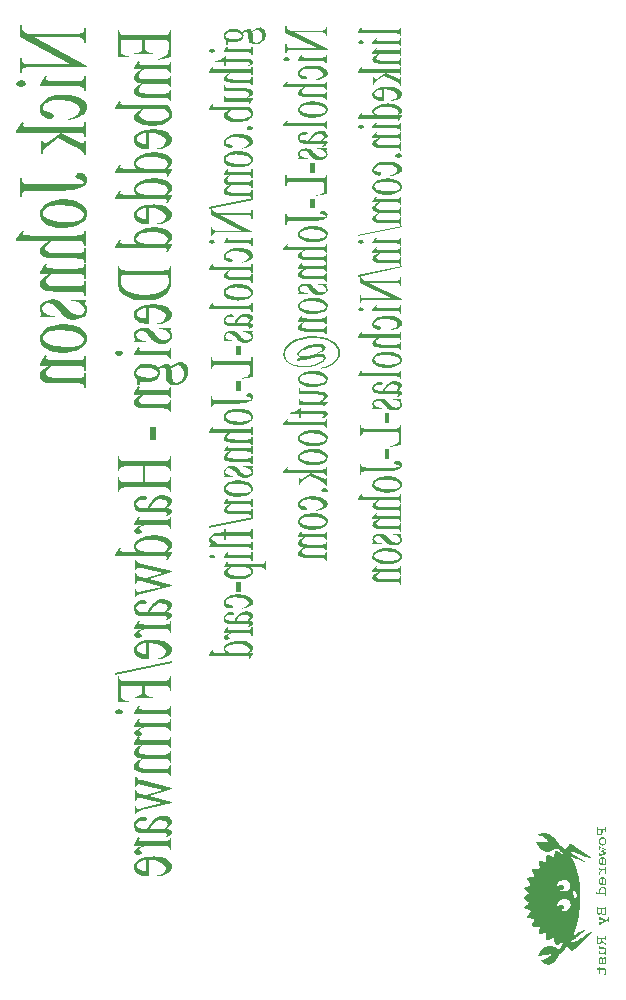
<source format=gbr>
G04 #@! TF.GenerationSoftware,KiCad,Pcbnew,8.0.7*
G04 #@! TF.CreationDate,2025-08-04T05:18:41-04:00*
G04 #@! TF.ProjectId,RP2350_60QFN_minimal,52503233-3530-45f3-9630-51464e5f6d69,REV3*
G04 #@! TF.SameCoordinates,Original*
G04 #@! TF.FileFunction,Legend,Bot*
G04 #@! TF.FilePolarity,Positive*
%FSLAX46Y46*%
G04 Gerber Fmt 4.6, Leading zero omitted, Abs format (unit mm)*
G04 Created by KiCad (PCBNEW 8.0.7) date 2025-08-04 05:18:41*
%MOMM*%
%LPD*%
G01*
G04 APERTURE LIST*
%ADD10C,0.000000*%
%ADD11C,0.250000*%
G04 APERTURE END LIST*
D10*
G36*
X47510783Y-71364965D02*
G01*
X47511653Y-71365702D01*
X47512593Y-71366428D01*
X47513591Y-71367136D01*
X47514635Y-71367822D01*
X47515715Y-71368478D01*
X47516817Y-71369099D01*
X47517932Y-71369679D01*
X47519046Y-71370213D01*
X47520148Y-71370695D01*
X47521228Y-71371118D01*
X47522272Y-71371478D01*
X47523270Y-71371768D01*
X47524210Y-71371982D01*
X47525080Y-71372115D01*
X47525869Y-71372160D01*
X47562843Y-71378016D01*
X47599353Y-71385152D01*
X47635397Y-71393542D01*
X47670976Y-71403166D01*
X47706091Y-71413998D01*
X47740740Y-71426017D01*
X47774924Y-71439198D01*
X47808642Y-71453519D01*
X47841896Y-71468956D01*
X47874685Y-71485486D01*
X47907009Y-71503086D01*
X47938867Y-71521732D01*
X47970261Y-71541401D01*
X48001189Y-71562070D01*
X48031652Y-71583716D01*
X48061650Y-71606316D01*
X48104866Y-71640398D01*
X48146738Y-71675637D01*
X48187320Y-71711981D01*
X48226663Y-71749377D01*
X48264821Y-71787773D01*
X48301845Y-71827116D01*
X48337787Y-71867355D01*
X48372701Y-71908437D01*
X48406638Y-71950309D01*
X48439650Y-71992920D01*
X48471791Y-72036216D01*
X48503112Y-72080147D01*
X48563503Y-72169700D01*
X48621244Y-72261159D01*
X48624266Y-72265578D01*
X48627375Y-72269903D01*
X48630566Y-72274135D01*
X48633832Y-72278275D01*
X48637168Y-72282321D01*
X48640568Y-72286274D01*
X48644027Y-72290135D01*
X48647537Y-72293902D01*
X48651094Y-72297576D01*
X48654692Y-72301157D01*
X48658324Y-72304646D01*
X48661986Y-72308041D01*
X48665671Y-72311343D01*
X48669373Y-72314552D01*
X48676807Y-72320691D01*
X48827619Y-72440249D01*
X48903397Y-72500959D01*
X48941054Y-72531709D01*
X48978431Y-72562784D01*
X49008019Y-72588612D01*
X49037281Y-72615371D01*
X49066263Y-72642873D01*
X49095013Y-72670933D01*
X49208619Y-72785034D01*
X49285327Y-72683769D01*
X49360920Y-72582132D01*
X49435768Y-72479751D01*
X49510244Y-72376254D01*
X49518569Y-72365513D01*
X49527173Y-72355627D01*
X49536056Y-72346613D01*
X49545219Y-72338488D01*
X49554660Y-72331270D01*
X49564380Y-72324977D01*
X49574380Y-72319626D01*
X49579484Y-72317309D01*
X49584658Y-72315234D01*
X49589902Y-72313403D01*
X49595215Y-72311818D01*
X49600599Y-72310482D01*
X49606052Y-72309397D01*
X49611575Y-72308564D01*
X49617168Y-72307987D01*
X49622830Y-72307667D01*
X49628562Y-72307606D01*
X49634364Y-72307807D01*
X49640236Y-72308272D01*
X49646177Y-72309002D01*
X49652189Y-72310001D01*
X49658270Y-72311270D01*
X49664420Y-72312812D01*
X49676931Y-72316721D01*
X49708170Y-72328837D01*
X49739315Y-72341464D01*
X49770274Y-72354743D01*
X49800955Y-72368812D01*
X49831263Y-72383811D01*
X49861106Y-72399880D01*
X49875824Y-72408359D01*
X49890391Y-72417158D01*
X49904795Y-72426294D01*
X49919025Y-72435785D01*
X50672592Y-72950233D01*
X51423181Y-73467659D01*
X51428980Y-73472140D01*
X51434592Y-73476713D01*
X51440204Y-73481473D01*
X51446002Y-73486511D01*
X51458900Y-73497797D01*
X51466372Y-73504231D01*
X51474775Y-73511316D01*
X51474775Y-73515285D01*
X51419213Y-73515285D01*
X51385818Y-73511804D01*
X51352604Y-73507347D01*
X51319565Y-73501960D01*
X51286694Y-73495689D01*
X51253985Y-73488581D01*
X51221434Y-73480682D01*
X51189034Y-73472040D01*
X51156779Y-73462699D01*
X51092682Y-73442111D01*
X51029097Y-73419291D01*
X50965977Y-73394610D01*
X50903275Y-73368441D01*
X50565435Y-73222590D01*
X50395957Y-73150780D01*
X50310590Y-73116131D01*
X50224619Y-73082692D01*
X50200626Y-73073290D01*
X50176296Y-73064406D01*
X50126764Y-73048027D01*
X50076302Y-73033229D01*
X50025189Y-73019687D01*
X49973704Y-73007076D01*
X49922126Y-72995069D01*
X49819806Y-72971566D01*
X49807703Y-72969008D01*
X49802047Y-72968043D01*
X49796645Y-72967288D01*
X49791487Y-72966741D01*
X49786564Y-72966404D01*
X49781869Y-72966276D01*
X49777391Y-72966357D01*
X49773122Y-72966648D01*
X49769054Y-72967148D01*
X49765178Y-72967857D01*
X49761485Y-72968776D01*
X49757966Y-72969904D01*
X49754613Y-72971241D01*
X49751417Y-72972787D01*
X49748369Y-72974543D01*
X49745461Y-72976508D01*
X49742684Y-72978682D01*
X49740028Y-72981066D01*
X49737486Y-72983659D01*
X49735049Y-72986461D01*
X49732707Y-72989472D01*
X49730453Y-72992693D01*
X49728278Y-72996123D01*
X49726172Y-72999762D01*
X49724127Y-73003611D01*
X49720185Y-73011936D01*
X49716383Y-73021098D01*
X49712651Y-73031097D01*
X50325326Y-73443848D01*
X50935026Y-73856598D01*
X50932095Y-73857295D01*
X50929251Y-73857900D01*
X50926488Y-73858412D01*
X50923802Y-73858830D01*
X50921184Y-73859156D01*
X50918631Y-73859388D01*
X50916136Y-73859528D01*
X50913694Y-73859574D01*
X50911298Y-73859528D01*
X50908942Y-73859388D01*
X50906621Y-73859156D01*
X50904330Y-73858830D01*
X50902062Y-73858412D01*
X50899811Y-73857900D01*
X50897572Y-73857295D01*
X50895338Y-73856598D01*
X50856472Y-73843529D01*
X50817328Y-73830925D01*
X50738573Y-73805996D01*
X50699149Y-73793113D01*
X50659818Y-73779579D01*
X50620673Y-73765115D01*
X50581807Y-73749442D01*
X50416422Y-73676764D01*
X50252897Y-73602598D01*
X50090116Y-73528432D01*
X49926963Y-73455754D01*
X49898492Y-73444189D01*
X49869603Y-73433182D01*
X49840248Y-73422547D01*
X49810382Y-73412098D01*
X49748928Y-73391014D01*
X49684870Y-73368442D01*
X49716806Y-73416997D01*
X49746882Y-73462204D01*
X49761106Y-73483900D01*
X49774725Y-73505178D01*
X49787693Y-73526177D01*
X49799964Y-73547036D01*
X49834947Y-73609031D01*
X49868495Y-73671485D01*
X49931491Y-73797749D01*
X49989371Y-73925780D01*
X50042554Y-74055532D01*
X50091458Y-74186958D01*
X50136501Y-74320012D01*
X50178103Y-74454647D01*
X50216682Y-74590817D01*
X50278539Y-74841398D01*
X50330536Y-75093050D01*
X50373231Y-75345724D01*
X50407183Y-75599375D01*
X50432948Y-75853957D01*
X50451087Y-76109422D01*
X50462156Y-76365724D01*
X50466714Y-76622817D01*
X50466109Y-76857771D01*
X50461133Y-77092307D01*
X50451505Y-77326378D01*
X50436948Y-77559938D01*
X50417182Y-77792939D01*
X50391928Y-78025336D01*
X50360906Y-78257081D01*
X50323839Y-78488129D01*
X50294190Y-78649786D01*
X50261517Y-78810280D01*
X50225403Y-78969565D01*
X50185429Y-79127594D01*
X50141176Y-79284321D01*
X50092225Y-79439699D01*
X50038159Y-79593682D01*
X49978558Y-79746223D01*
X49961838Y-79784755D01*
X49944513Y-79823055D01*
X49908609Y-79899516D01*
X49891245Y-79936093D01*
X49871960Y-79976720D01*
X49853705Y-80015951D01*
X49835683Y-80055785D01*
X49859495Y-80047848D01*
X49992821Y-79981681D01*
X50125402Y-79914399D01*
X50391308Y-79777973D01*
X50587761Y-79681234D01*
X50685988Y-79633423D01*
X50735101Y-79610146D01*
X50784214Y-79587472D01*
X50792444Y-79583887D01*
X50800756Y-79580558D01*
X50809137Y-79577462D01*
X50817576Y-79574574D01*
X50834583Y-79569334D01*
X50851683Y-79564652D01*
X50919151Y-79547785D01*
X50927089Y-79559691D01*
X50915183Y-79571536D01*
X50909230Y-79577342D01*
X50903276Y-79583008D01*
X50897323Y-79588488D01*
X50891370Y-79593736D01*
X50885417Y-79598705D01*
X50882441Y-79601070D01*
X50879464Y-79603348D01*
X50581808Y-79840977D01*
X50432979Y-79958861D01*
X50284151Y-80075629D01*
X50211861Y-80132974D01*
X50140408Y-80191343D01*
X50069141Y-80249897D01*
X49997409Y-80307801D01*
X49924561Y-80364216D01*
X49887515Y-80391604D01*
X49849945Y-80418306D01*
X49811771Y-80444217D01*
X49772911Y-80469233D01*
X49733284Y-80493249D01*
X49692808Y-80516160D01*
X49703060Y-80533795D01*
X49713062Y-80549522D01*
X49722937Y-80563390D01*
X49727864Y-80569640D01*
X49732805Y-80575443D01*
X49737775Y-80580804D01*
X49742790Y-80585729D01*
X49747864Y-80590224D01*
X49753013Y-80594295D01*
X49758252Y-80597947D01*
X49763597Y-80601186D01*
X49769062Y-80604018D01*
X49774663Y-80606449D01*
X49780415Y-80608485D01*
X49786334Y-80610131D01*
X49792434Y-80611394D01*
X49798731Y-80612278D01*
X49805241Y-80612791D01*
X49811978Y-80612937D01*
X49818957Y-80612723D01*
X49826195Y-80612154D01*
X49833706Y-80611237D01*
X49841505Y-80609976D01*
X49858030Y-80606449D01*
X49875892Y-80601620D01*
X49895214Y-80595535D01*
X49930933Y-80583629D01*
X49986512Y-80559311D01*
X50041631Y-80534004D01*
X50150516Y-80480565D01*
X50257634Y-80423592D01*
X50363030Y-80363363D01*
X50466753Y-80300158D01*
X50568847Y-80234255D01*
X50669360Y-80165933D01*
X50768339Y-80095473D01*
X50838869Y-80044189D01*
X50910655Y-79994766D01*
X50983837Y-79947575D01*
X51058553Y-79902988D01*
X51096531Y-79881788D01*
X51134944Y-79861379D01*
X51173811Y-79841806D01*
X51213149Y-79823117D01*
X51252975Y-79805359D01*
X51293307Y-79788577D01*
X51334162Y-79772818D01*
X51375557Y-79758129D01*
X51462870Y-79738285D01*
X51470807Y-79750192D01*
X51466335Y-79756137D01*
X51461815Y-79762036D01*
X51457203Y-79767842D01*
X51454848Y-79770695D01*
X51452452Y-79773508D01*
X51450009Y-79776274D01*
X51447514Y-79778988D01*
X51444961Y-79781644D01*
X51442344Y-79784236D01*
X51439657Y-79786758D01*
X51436894Y-79789205D01*
X51434051Y-79791570D01*
X51431120Y-79793848D01*
X51298663Y-79913406D01*
X51265665Y-79943645D01*
X51232992Y-79974116D01*
X51200785Y-80004866D01*
X51169182Y-80035942D01*
X50292088Y-80920973D01*
X50253037Y-80960800D01*
X50213334Y-80999975D01*
X50173073Y-81038593D01*
X50132346Y-81076746D01*
X50049871Y-81152028D01*
X49966651Y-81226566D01*
X49958374Y-81233869D01*
X49949923Y-81240899D01*
X49941310Y-81247661D01*
X49932545Y-81254162D01*
X49923640Y-81260406D01*
X49914608Y-81266401D01*
X49905459Y-81272152D01*
X49896206Y-81277664D01*
X49886860Y-81282944D01*
X49877432Y-81287997D01*
X49867934Y-81292829D01*
X49858379Y-81297446D01*
X49839140Y-81306058D01*
X49819808Y-81313879D01*
X49808648Y-81317969D01*
X49797507Y-81321297D01*
X49786400Y-81323846D01*
X49775345Y-81325599D01*
X49764360Y-81326538D01*
X49753463Y-81326645D01*
X49748052Y-81326382D01*
X49742670Y-81325904D01*
X49737318Y-81325210D01*
X49731999Y-81324297D01*
X49726715Y-81323163D01*
X49721468Y-81321806D01*
X49716260Y-81320223D01*
X49711093Y-81318413D01*
X49705970Y-81316374D01*
X49700893Y-81314102D01*
X49695864Y-81311597D01*
X49690885Y-81308856D01*
X49685959Y-81305876D01*
X49681086Y-81302656D01*
X49676271Y-81299192D01*
X49671514Y-81295484D01*
X49666819Y-81291529D01*
X49662186Y-81287325D01*
X49657619Y-81282869D01*
X49653120Y-81278160D01*
X49646333Y-81270763D01*
X49639377Y-81263448D01*
X49625029Y-81249014D01*
X49610216Y-81234767D01*
X49595077Y-81220613D01*
X49564381Y-81192212D01*
X49549103Y-81177778D01*
X49534057Y-81163066D01*
X49478247Y-81112527D01*
X49423925Y-81062359D01*
X49319745Y-80964629D01*
X49287344Y-81010920D01*
X49255501Y-81057398D01*
X49192745Y-81150168D01*
X49142223Y-81223654D01*
X49129989Y-81241449D01*
X49098146Y-81286066D01*
X49065745Y-81329754D01*
X49046906Y-81354073D01*
X49027585Y-81377898D01*
X49007763Y-81401200D01*
X48987424Y-81423949D01*
X48966551Y-81446118D01*
X48945124Y-81467676D01*
X48923129Y-81488594D01*
X48900546Y-81508844D01*
X48877358Y-81528396D01*
X48853549Y-81547221D01*
X48829100Y-81565291D01*
X48803994Y-81582576D01*
X48778213Y-81599046D01*
X48751741Y-81614674D01*
X48724559Y-81629430D01*
X48696651Y-81643285D01*
X48695186Y-81643691D01*
X48693766Y-81644165D01*
X48692389Y-81644702D01*
X48691055Y-81645300D01*
X48689761Y-81645957D01*
X48688506Y-81646668D01*
X48687290Y-81647432D01*
X48686109Y-81648246D01*
X48683851Y-81650009D01*
X48681722Y-81651936D01*
X48679708Y-81654001D01*
X48677799Y-81656183D01*
X48675984Y-81658458D01*
X48674249Y-81660803D01*
X48672585Y-81663195D01*
X48670978Y-81665609D01*
X48664901Y-81675035D01*
X48635756Y-81728551D01*
X48607354Y-81781695D01*
X48578953Y-81834095D01*
X48564520Y-81859900D01*
X48549807Y-81885379D01*
X48508988Y-81953219D01*
X48488015Y-81986605D01*
X48466588Y-82019572D01*
X48444649Y-82052074D01*
X48422141Y-82084064D01*
X48399005Y-82115496D01*
X48375182Y-82146324D01*
X48350616Y-82176500D01*
X48325247Y-82205979D01*
X48299018Y-82234714D01*
X48271871Y-82262658D01*
X48243746Y-82289765D01*
X48214587Y-82315988D01*
X48184335Y-82341281D01*
X48152932Y-82365597D01*
X48122234Y-82387865D01*
X48091153Y-82408494D01*
X48059676Y-82427425D01*
X48027793Y-82444600D01*
X47995490Y-82459962D01*
X47962758Y-82473451D01*
X47929583Y-82485011D01*
X47895956Y-82494582D01*
X47861863Y-82502106D01*
X47827293Y-82507527D01*
X47792235Y-82510784D01*
X47756677Y-82511821D01*
X47720608Y-82510579D01*
X47684015Y-82507000D01*
X47646888Y-82501025D01*
X47609214Y-82492597D01*
X47571815Y-82482096D01*
X47535497Y-82469979D01*
X47500226Y-82456303D01*
X47465967Y-82441128D01*
X47432684Y-82424510D01*
X47400343Y-82406510D01*
X47368909Y-82387183D01*
X47338347Y-82366590D01*
X47308622Y-82344787D01*
X47279699Y-82321833D01*
X47251544Y-82297786D01*
X47224121Y-82272704D01*
X47197396Y-82246645D01*
X47171333Y-82219668D01*
X47145899Y-82191831D01*
X47121057Y-82163191D01*
X47119615Y-82161658D01*
X47118259Y-82160044D01*
X47116985Y-82158360D01*
X47115786Y-82156618D01*
X47114658Y-82154829D01*
X47113593Y-82153006D01*
X47112586Y-82151159D01*
X47111632Y-82149301D01*
X47105182Y-82135410D01*
X47176572Y-82122196D01*
X47246368Y-82106342D01*
X47314559Y-82087814D01*
X47381135Y-82066577D01*
X47446082Y-82042596D01*
X47509390Y-82015836D01*
X47571047Y-81986262D01*
X47631042Y-81953840D01*
X47689362Y-81918534D01*
X47745996Y-81880309D01*
X47800933Y-81839131D01*
X47854160Y-81794966D01*
X47905666Y-81747777D01*
X47955440Y-81697530D01*
X48003470Y-81644190D01*
X48049745Y-81587722D01*
X46874995Y-81758379D01*
X46908334Y-81689360D01*
X46943022Y-81622201D01*
X46979291Y-81556903D01*
X46998091Y-81524951D01*
X47017374Y-81493465D01*
X47037168Y-81462443D01*
X47057503Y-81431887D01*
X47078408Y-81401796D01*
X47099911Y-81372170D01*
X47122043Y-81343009D01*
X47144831Y-81314313D01*
X47168305Y-81286082D01*
X47192495Y-81258316D01*
X47249089Y-81199391D01*
X47307224Y-81146145D01*
X47366859Y-81098585D01*
X47427953Y-81056716D01*
X47490466Y-81020545D01*
X47554357Y-80990077D01*
X47619584Y-80965318D01*
X47686108Y-80946273D01*
X47753888Y-80932949D01*
X47822883Y-80925352D01*
X47893052Y-80923487D01*
X47964355Y-80927360D01*
X48036751Y-80936976D01*
X48110199Y-80952343D01*
X48184658Y-80973464D01*
X48260089Y-81000347D01*
X48285950Y-81010299D01*
X48311458Y-81020804D01*
X48336628Y-81031854D01*
X48361478Y-81043446D01*
X48386026Y-81055572D01*
X48410289Y-81068227D01*
X48434284Y-81081405D01*
X48458030Y-81095101D01*
X48481543Y-81109309D01*
X48504841Y-81124022D01*
X48527942Y-81139235D01*
X48550862Y-81154943D01*
X48596231Y-81187817D01*
X48641089Y-81222597D01*
X48688218Y-81182414D01*
X48699651Y-81172252D01*
X48710852Y-81161764D01*
X48716351Y-81156354D01*
X48721774Y-81150811D01*
X48727115Y-81145117D01*
X48732370Y-81139254D01*
X48754844Y-81114377D01*
X48776173Y-81088885D01*
X48796421Y-81062811D01*
X48815652Y-81036190D01*
X48833929Y-81009058D01*
X48851316Y-80981449D01*
X48867878Y-80953399D01*
X48883679Y-80924941D01*
X48898781Y-80896112D01*
X48913250Y-80866945D01*
X48940543Y-80807739D01*
X48966069Y-80747603D01*
X48990339Y-80686816D01*
X48990991Y-80684539D01*
X48991463Y-80682181D01*
X48991760Y-80679753D01*
X48991889Y-80677267D01*
X48991855Y-80674734D01*
X48991664Y-80672166D01*
X48991322Y-80669575D01*
X48990835Y-80666973D01*
X48990208Y-80664370D01*
X48989447Y-80661779D01*
X48988559Y-80659211D01*
X48987548Y-80656679D01*
X48986421Y-80654192D01*
X48985184Y-80651764D01*
X48983842Y-80649406D01*
X48982401Y-80647129D01*
X48981623Y-80645663D01*
X48980778Y-80644241D01*
X48979871Y-80642860D01*
X48978905Y-80641517D01*
X48976812Y-80638932D01*
X48974526Y-80636463D01*
X48972077Y-80634087D01*
X48969495Y-80631781D01*
X48966808Y-80629521D01*
X48964046Y-80627285D01*
X48958411Y-80622789D01*
X48955596Y-80620483D01*
X48952822Y-80618107D01*
X48950118Y-80615639D01*
X48947512Y-80613053D01*
X48945034Y-80610329D01*
X48942714Y-80607441D01*
X48938991Y-80603255D01*
X48937126Y-80601369D01*
X48935257Y-80599620D01*
X48933382Y-80598008D01*
X48931499Y-80596532D01*
X48929608Y-80595191D01*
X48927707Y-80593985D01*
X48925794Y-80592912D01*
X48923868Y-80591972D01*
X48921928Y-80591165D01*
X48919971Y-80590489D01*
X48917997Y-80589944D01*
X48916004Y-80589529D01*
X48913991Y-80589243D01*
X48911956Y-80589086D01*
X48909898Y-80589057D01*
X48907815Y-80589155D01*
X48905706Y-80589379D01*
X48903569Y-80589729D01*
X48901403Y-80590204D01*
X48899207Y-80590804D01*
X48896978Y-80591527D01*
X48894717Y-80592373D01*
X48892420Y-80593340D01*
X48890087Y-80594430D01*
X48885307Y-80596969D01*
X48880363Y-80599985D01*
X48875245Y-80603473D01*
X48795498Y-80659345D01*
X48716495Y-80714102D01*
X48637492Y-80768114D01*
X48557745Y-80821754D01*
X48548434Y-80827755D01*
X48539116Y-80833111D01*
X48529807Y-80837829D01*
X48520523Y-80841915D01*
X48511279Y-80845377D01*
X48502092Y-80848220D01*
X48492977Y-80850452D01*
X48483951Y-80852078D01*
X48475030Y-80853105D01*
X48466230Y-80853540D01*
X48457566Y-80853389D01*
X48449054Y-80852659D01*
X48440711Y-80851356D01*
X48432553Y-80849488D01*
X48424596Y-80847059D01*
X48416855Y-80844078D01*
X48409346Y-80840550D01*
X48402086Y-80836483D01*
X48395091Y-80831881D01*
X48388376Y-80826753D01*
X48381957Y-80821105D01*
X48375851Y-80814943D01*
X48370074Y-80808274D01*
X48364641Y-80801104D01*
X48359568Y-80793440D01*
X48354872Y-80785288D01*
X48350568Y-80776655D01*
X48346673Y-80767548D01*
X48343202Y-80757972D01*
X48340171Y-80747936D01*
X48337597Y-80737444D01*
X48335495Y-80726504D01*
X48275964Y-80369316D01*
X48275014Y-80364144D01*
X48273663Y-80359051D01*
X48271930Y-80354049D01*
X48269833Y-80349147D01*
X48267390Y-80344355D01*
X48264619Y-80339684D01*
X48261539Y-80335144D01*
X48258167Y-80330745D01*
X48254522Y-80326497D01*
X48250622Y-80322410D01*
X48246485Y-80318495D01*
X48242129Y-80314761D01*
X48237573Y-80311220D01*
X48232834Y-80307880D01*
X48227931Y-80304753D01*
X48222882Y-80301848D01*
X48217705Y-80299175D01*
X48212419Y-80296745D01*
X48207040Y-80294568D01*
X48201589Y-80292654D01*
X48196082Y-80291014D01*
X48190538Y-80289656D01*
X48184975Y-80288593D01*
X48179412Y-80287833D01*
X48173866Y-80287387D01*
X48168355Y-80287265D01*
X48162899Y-80287477D01*
X48157514Y-80288034D01*
X48152219Y-80288946D01*
X48147033Y-80290222D01*
X48141973Y-80291874D01*
X48137058Y-80293910D01*
X47779870Y-80448691D01*
X47769873Y-80452483D01*
X47759984Y-80455679D01*
X47750217Y-80458288D01*
X47740586Y-80460319D01*
X47731106Y-80461779D01*
X47721792Y-80462679D01*
X47712659Y-80463026D01*
X47703720Y-80462830D01*
X47694990Y-80462099D01*
X47686485Y-80460842D01*
X47678217Y-80459067D01*
X47670203Y-80456784D01*
X47662455Y-80454001D01*
X47654990Y-80450726D01*
X47647822Y-80446969D01*
X47640964Y-80442738D01*
X47634432Y-80438042D01*
X47628240Y-80432890D01*
X47622403Y-80427290D01*
X47616935Y-80421251D01*
X47611850Y-80414782D01*
X47607164Y-80407892D01*
X47602890Y-80400588D01*
X47599044Y-80392881D01*
X47595640Y-80384778D01*
X47592692Y-80376289D01*
X47590215Y-80367422D01*
X47588223Y-80358185D01*
X47586731Y-80348589D01*
X47585754Y-80338640D01*
X47585306Y-80328349D01*
X47585402Y-80317723D01*
X47585750Y-80272904D01*
X47586704Y-80227806D01*
X47589866Y-80137145D01*
X47597308Y-79956566D01*
X47597484Y-79950999D01*
X47597279Y-79945466D01*
X47596704Y-79939980D01*
X47595773Y-79934552D01*
X47594499Y-79929194D01*
X47592895Y-79923917D01*
X47590975Y-79918733D01*
X47588750Y-79913654D01*
X47586235Y-79908691D01*
X47583442Y-79903856D01*
X47580385Y-79899161D01*
X47577076Y-79894617D01*
X47573529Y-79890235D01*
X47569757Y-79886028D01*
X47565773Y-79882007D01*
X47561589Y-79878184D01*
X47557219Y-79874570D01*
X47552677Y-79871176D01*
X47547974Y-79868016D01*
X47543125Y-79865099D01*
X47538142Y-79862438D01*
X47533038Y-79860045D01*
X47527827Y-79857931D01*
X47522522Y-79856108D01*
X47517135Y-79854586D01*
X47511679Y-79853379D01*
X47506169Y-79852497D01*
X47500616Y-79851953D01*
X47495034Y-79851757D01*
X47489436Y-79851922D01*
X47483836Y-79852459D01*
X47478245Y-79853379D01*
X47109152Y-79936723D01*
X47097038Y-79939376D01*
X47085259Y-79941389D01*
X47073824Y-79942775D01*
X47062744Y-79943544D01*
X47052026Y-79943709D01*
X47041682Y-79943280D01*
X47031720Y-79942271D01*
X47022149Y-79940691D01*
X47012980Y-79938554D01*
X47004221Y-79935870D01*
X46995882Y-79932651D01*
X46987973Y-79928909D01*
X46980502Y-79924656D01*
X46973480Y-79919902D01*
X46966916Y-79914660D01*
X46960819Y-79908941D01*
X46955199Y-79902758D01*
X46950065Y-79896120D01*
X46945427Y-79889041D01*
X46941294Y-79881532D01*
X46937675Y-79873604D01*
X46934580Y-79865270D01*
X46932018Y-79856539D01*
X46930000Y-79847426D01*
X46928533Y-79837940D01*
X46927629Y-79828094D01*
X46927295Y-79817898D01*
X46927542Y-79807366D01*
X46928380Y-79796508D01*
X46929816Y-79785336D01*
X46931862Y-79773862D01*
X46934526Y-79762098D01*
X46957657Y-79675157D01*
X46979671Y-79587473D01*
X47021839Y-79412848D01*
X47022748Y-79407967D01*
X47023254Y-79403009D01*
X47023369Y-79397990D01*
X47023110Y-79392926D01*
X47022491Y-79387833D01*
X47021525Y-79382727D01*
X47020228Y-79377624D01*
X47018614Y-79372540D01*
X47016698Y-79367491D01*
X47014495Y-79362492D01*
X47012017Y-79357560D01*
X47009282Y-79352712D01*
X47006302Y-79347962D01*
X47003092Y-79343327D01*
X46999667Y-79338822D01*
X46996042Y-79334465D01*
X46992231Y-79330270D01*
X46988248Y-79326254D01*
X46984108Y-79322433D01*
X46979826Y-79318822D01*
X46975416Y-79315439D01*
X46970893Y-79312297D01*
X46966270Y-79309415D01*
X46961564Y-79306808D01*
X46956787Y-79304491D01*
X46951956Y-79302480D01*
X46947083Y-79300793D01*
X46942185Y-79299444D01*
X46937275Y-79298449D01*
X46932368Y-79297826D01*
X46927478Y-79297588D01*
X46922620Y-79297754D01*
X46825014Y-79303025D01*
X46728152Y-79307180D01*
X46533683Y-79313629D01*
X46521987Y-79313724D01*
X46510716Y-79313275D01*
X46499877Y-79312296D01*
X46489476Y-79310800D01*
X46479520Y-79308801D01*
X46470015Y-79306312D01*
X46460968Y-79303349D01*
X46452386Y-79299924D01*
X46444274Y-79296052D01*
X46436639Y-79291746D01*
X46429489Y-79287019D01*
X46422829Y-79281887D01*
X46416666Y-79276362D01*
X46411007Y-79270458D01*
X46405858Y-79264190D01*
X46401226Y-79257570D01*
X46397117Y-79250614D01*
X46393537Y-79243334D01*
X46390494Y-79235744D01*
X46387994Y-79227859D01*
X46386043Y-79219692D01*
X46384648Y-79211256D01*
X46383816Y-79202567D01*
X46383553Y-79193636D01*
X46383865Y-79184479D01*
X46384759Y-79175109D01*
X46386242Y-79165540D01*
X46388320Y-79155786D01*
X46390999Y-79145860D01*
X46394287Y-79135776D01*
X46398190Y-79125549D01*
X46402714Y-79115191D01*
X46557495Y-78785785D01*
X46559532Y-78780881D01*
X46561183Y-78775854D01*
X46562459Y-78770721D01*
X46563371Y-78765499D01*
X46563928Y-78760204D01*
X46564140Y-78754854D01*
X46564018Y-78749464D01*
X46563572Y-78744051D01*
X46562813Y-78738633D01*
X46561749Y-78733225D01*
X46560392Y-78727845D01*
X46558751Y-78722510D01*
X46556837Y-78717235D01*
X46554660Y-78712038D01*
X46552230Y-78706936D01*
X46549558Y-78701945D01*
X46546653Y-78697082D01*
X46543525Y-78692363D01*
X46540186Y-78687806D01*
X46536644Y-78683427D01*
X46532910Y-78679242D01*
X46528995Y-78675269D01*
X46524908Y-78671524D01*
X46520660Y-78668025D01*
X46516261Y-78664786D01*
X46511721Y-78661826D01*
X46507050Y-78659161D01*
X46502258Y-78656808D01*
X46497356Y-78654784D01*
X46492354Y-78653104D01*
X46487262Y-78651786D01*
X46482089Y-78650847D01*
X46101089Y-78591316D01*
X46090149Y-78589226D01*
X46079659Y-78586685D01*
X46069627Y-78583708D01*
X46060061Y-78580309D01*
X46050968Y-78576504D01*
X46042357Y-78572306D01*
X46034236Y-78567730D01*
X46026613Y-78562791D01*
X46019496Y-78557503D01*
X46012892Y-78551881D01*
X46006810Y-78545939D01*
X46001258Y-78539691D01*
X45996244Y-78533153D01*
X45991775Y-78526339D01*
X45987860Y-78519264D01*
X45984507Y-78511941D01*
X45981724Y-78504386D01*
X45979518Y-78496613D01*
X45977898Y-78488636D01*
X45976872Y-78480470D01*
X45976447Y-78472130D01*
X45976633Y-78463630D01*
X45977436Y-78454985D01*
X45978864Y-78446209D01*
X45980926Y-78437316D01*
X45983630Y-78428322D01*
X45986984Y-78419241D01*
X45990995Y-78410087D01*
X45995672Y-78400875D01*
X46001023Y-78391619D01*
X46007055Y-78382334D01*
X46013777Y-78373035D01*
X46041876Y-78337146D01*
X46069649Y-78300977D01*
X46124406Y-78228175D01*
X46232058Y-78083316D01*
X46235593Y-78078051D01*
X46238761Y-78072683D01*
X46241565Y-78067225D01*
X46244011Y-78061689D01*
X46246101Y-78056090D01*
X46247842Y-78050440D01*
X46249236Y-78044752D01*
X46250289Y-78039040D01*
X46251005Y-78033315D01*
X46251388Y-78027593D01*
X46251443Y-78021884D01*
X46251173Y-78016204D01*
X46250584Y-78010564D01*
X46249679Y-78004978D01*
X46248463Y-77999458D01*
X46246941Y-77994019D01*
X46245116Y-77988673D01*
X46242993Y-77983433D01*
X46240577Y-77978311D01*
X46237871Y-77973323D01*
X46234881Y-77968479D01*
X46231610Y-77963794D01*
X46228063Y-77959281D01*
X46224244Y-77954952D01*
X46220158Y-77950820D01*
X46215809Y-77946900D01*
X46211201Y-77943203D01*
X46206339Y-77939743D01*
X46201226Y-77936533D01*
X46195868Y-77933587D01*
X46190269Y-77930916D01*
X46184433Y-77928535D01*
X45835183Y-77801535D01*
X45823951Y-77797270D01*
X45813328Y-77792670D01*
X45803314Y-77787749D01*
X45793914Y-77782520D01*
X45785130Y-77776998D01*
X45776965Y-77771197D01*
X45769423Y-77765129D01*
X45762505Y-77758809D01*
X45756215Y-77752250D01*
X45750556Y-77745468D01*
X45745531Y-77738474D01*
X45741142Y-77731283D01*
X45737393Y-77723910D01*
X45734286Y-77716367D01*
X45731824Y-77708668D01*
X45730011Y-77700828D01*
X45728849Y-77692860D01*
X45728341Y-77684778D01*
X45728489Y-77676595D01*
X45729298Y-77668326D01*
X45730769Y-77659984D01*
X45732906Y-77651584D01*
X45735712Y-77643138D01*
X45739189Y-77634661D01*
X45743340Y-77626167D01*
X45748169Y-77617669D01*
X45753678Y-77609182D01*
X45759870Y-77600718D01*
X45766748Y-77592292D01*
X45774314Y-77583918D01*
X45782573Y-77575609D01*
X45791527Y-77567379D01*
X45926179Y-77449380D01*
X48527879Y-77449380D01*
X48528972Y-77491230D01*
X48533041Y-77532615D01*
X48539948Y-77573209D01*
X48549552Y-77612687D01*
X48561714Y-77650724D01*
X48563906Y-77645291D01*
X48566039Y-77639446D01*
X48570272Y-77626725D01*
X48574690Y-77612982D01*
X48579573Y-77598634D01*
X48582277Y-77591364D01*
X48585201Y-77584100D01*
X48588381Y-77576894D01*
X48591852Y-77569799D01*
X48595648Y-77562866D01*
X48599805Y-77556148D01*
X48604357Y-77549698D01*
X48609339Y-77543568D01*
X48619434Y-77531661D01*
X48630339Y-77520499D01*
X48642000Y-77510081D01*
X48654367Y-77500407D01*
X48667388Y-77491478D01*
X48681012Y-77483292D01*
X48695186Y-77475851D01*
X48709860Y-77469153D01*
X48724981Y-77463200D01*
X48740499Y-77457991D01*
X48756360Y-77453526D01*
X48772515Y-77449806D01*
X48788911Y-77446829D01*
X48805496Y-77444597D01*
X48822220Y-77443108D01*
X48839030Y-77442364D01*
X48855875Y-77442364D01*
X48872704Y-77443108D01*
X48889464Y-77444597D01*
X48906104Y-77446829D01*
X48922572Y-77449806D01*
X48938818Y-77453526D01*
X48954789Y-77457991D01*
X48970433Y-77463200D01*
X48985700Y-77469153D01*
X49000537Y-77475851D01*
X49014893Y-77483292D01*
X49028716Y-77491478D01*
X49041955Y-77500407D01*
X49054559Y-77510081D01*
X49066475Y-77520499D01*
X49077651Y-77531661D01*
X49083779Y-77538438D01*
X49089510Y-77545366D01*
X49094845Y-77552433D01*
X49099782Y-77559629D01*
X49104321Y-77566940D01*
X49108461Y-77574356D01*
X49112201Y-77581866D01*
X49115541Y-77589456D01*
X49118479Y-77597117D01*
X49121016Y-77604835D01*
X49123150Y-77612600D01*
X49124881Y-77620400D01*
X49126208Y-77628223D01*
X49127130Y-77636058D01*
X49127647Y-77643893D01*
X49127757Y-77651716D01*
X49127460Y-77659516D01*
X49126756Y-77667281D01*
X49125643Y-77675000D01*
X49124122Y-77682660D01*
X49122190Y-77690251D01*
X49119848Y-77697760D01*
X49117094Y-77705176D01*
X49113928Y-77712488D01*
X49110350Y-77719683D01*
X49106358Y-77726750D01*
X49101952Y-77733678D01*
X49097131Y-77740455D01*
X49091894Y-77747069D01*
X49086241Y-77753508D01*
X49080171Y-77759762D01*
X49073683Y-77765818D01*
X49066060Y-77772421D01*
X49058094Y-77778832D01*
X49049815Y-77785046D01*
X49041251Y-77791056D01*
X49032430Y-77796857D01*
X49023383Y-77802443D01*
X49014139Y-77807808D01*
X49004726Y-77812947D01*
X48995173Y-77817852D01*
X48985510Y-77822520D01*
X48975765Y-77826943D01*
X48965968Y-77831116D01*
X48956148Y-77835033D01*
X48946334Y-77838689D01*
X48936555Y-77842078D01*
X48926839Y-77845193D01*
X48918609Y-77847944D01*
X48910297Y-77850270D01*
X48901916Y-77852213D01*
X48893477Y-77853812D01*
X48884991Y-77855110D01*
X48876470Y-77856146D01*
X48859370Y-77857595D01*
X48842270Y-77858486D01*
X48825264Y-77859145D01*
X48808443Y-77859897D01*
X48791902Y-77861068D01*
X48812745Y-77872602D01*
X48833635Y-77883392D01*
X48854619Y-77893438D01*
X48875741Y-77902740D01*
X48897050Y-77911297D01*
X48918592Y-77919111D01*
X48940412Y-77926180D01*
X48962558Y-77932505D01*
X48989509Y-77939052D01*
X49016038Y-77944554D01*
X49042141Y-77949014D01*
X49067815Y-77952434D01*
X49093056Y-77954817D01*
X49117859Y-77956164D01*
X49142223Y-77956477D01*
X49166142Y-77955760D01*
X49189614Y-77954013D01*
X49212635Y-77951240D01*
X49235200Y-77947442D01*
X49257307Y-77942621D01*
X49278952Y-77936780D01*
X49300131Y-77929921D01*
X49320841Y-77922046D01*
X49341077Y-77913158D01*
X49360837Y-77903258D01*
X49380117Y-77892348D01*
X49398912Y-77880431D01*
X49417220Y-77867509D01*
X49435037Y-77853585D01*
X49452358Y-77838659D01*
X49469182Y-77822736D01*
X49485503Y-77805815D01*
X49501318Y-77787901D01*
X49516624Y-77768995D01*
X49531417Y-77749099D01*
X49545693Y-77728216D01*
X49559449Y-77706347D01*
X49572681Y-77683494D01*
X49585385Y-77659661D01*
X49597558Y-77634849D01*
X49610340Y-77606549D01*
X49616211Y-77592355D01*
X49621680Y-77578108D01*
X49626708Y-77563792D01*
X49631254Y-77549389D01*
X49635276Y-77534881D01*
X49638734Y-77520252D01*
X49641587Y-77505482D01*
X49643795Y-77490556D01*
X49645318Y-77475455D01*
X49646113Y-77460162D01*
X49646141Y-77444660D01*
X49645361Y-77428931D01*
X49643732Y-77412958D01*
X49641214Y-77396724D01*
X49634691Y-77363666D01*
X49626982Y-77331503D01*
X49618018Y-77300294D01*
X49607728Y-77270096D01*
X49596042Y-77240968D01*
X49582892Y-77212968D01*
X49568207Y-77186153D01*
X49560267Y-77173209D01*
X49551917Y-77160583D01*
X49543149Y-77148283D01*
X49533953Y-77136315D01*
X49524321Y-77124688D01*
X49514245Y-77113408D01*
X49503715Y-77102482D01*
X49492723Y-77091919D01*
X49481260Y-77081724D01*
X49469317Y-77071906D01*
X49456887Y-77062472D01*
X49443959Y-77053428D01*
X49430525Y-77044783D01*
X49416576Y-77036544D01*
X49402105Y-77028717D01*
X49387101Y-77021310D01*
X49371557Y-77014331D01*
X49355464Y-77007786D01*
X49316816Y-76994672D01*
X49278267Y-76983617D01*
X49239823Y-76974631D01*
X49201489Y-76967726D01*
X49163271Y-76962915D01*
X49125176Y-76960208D01*
X49095015Y-76959738D01*
X49087208Y-76959617D01*
X49049374Y-76961153D01*
X49011680Y-76964830D01*
X48974131Y-76970657D01*
X48936733Y-76978647D01*
X48899492Y-76988811D01*
X48862414Y-77001161D01*
X48825504Y-77015708D01*
X48788769Y-77032465D01*
X48752214Y-77051443D01*
X48731212Y-77063772D01*
X48711356Y-77076922D01*
X48692628Y-77090850D01*
X48675009Y-77105517D01*
X48658484Y-77120881D01*
X48643035Y-77136903D01*
X48628643Y-77153540D01*
X48615292Y-77170753D01*
X48602964Y-77188501D01*
X48591642Y-77206743D01*
X48581309Y-77225439D01*
X48571946Y-77244547D01*
X48563536Y-77264028D01*
X48556063Y-77283839D01*
X48543854Y-77324294D01*
X48535181Y-77365586D01*
X48529902Y-77407390D01*
X48527879Y-77449380D01*
X45926179Y-77449380D01*
X45931921Y-77444348D01*
X46000816Y-77383204D01*
X46069339Y-77321316D01*
X46073270Y-77317831D01*
X46076878Y-77314086D01*
X46080169Y-77310100D01*
X46083144Y-77305891D01*
X46085809Y-77301479D01*
X46088166Y-77296882D01*
X46090220Y-77292119D01*
X46091973Y-77287210D01*
X46093430Y-77282173D01*
X46094594Y-77277026D01*
X46095469Y-77271790D01*
X46096058Y-77266483D01*
X46096366Y-77261123D01*
X46096395Y-77255729D01*
X46096149Y-77250322D01*
X46095632Y-77244918D01*
X46094848Y-77239538D01*
X46093800Y-77234200D01*
X46092492Y-77228923D01*
X46090927Y-77223726D01*
X46089109Y-77218627D01*
X46087042Y-77213647D01*
X46084730Y-77208803D01*
X46082176Y-77204114D01*
X46079383Y-77199600D01*
X46076355Y-77195280D01*
X46073096Y-77191171D01*
X46069610Y-77187294D01*
X46065900Y-77183666D01*
X46061970Y-77180308D01*
X46057824Y-77177237D01*
X46053464Y-77174473D01*
X45728027Y-76980004D01*
X45718655Y-76973926D01*
X45709888Y-76967608D01*
X45701726Y-76961066D01*
X45694168Y-76954316D01*
X45687215Y-76947374D01*
X45680867Y-76940257D01*
X45675123Y-76932979D01*
X45669984Y-76925558D01*
X45665449Y-76918009D01*
X45661519Y-76910348D01*
X45658194Y-76902591D01*
X45655473Y-76894754D01*
X45653357Y-76886853D01*
X45651845Y-76878904D01*
X45650938Y-76870923D01*
X45650636Y-76862926D01*
X45650938Y-76854930D01*
X45651845Y-76846949D01*
X45653357Y-76839000D01*
X45655473Y-76831099D01*
X45658194Y-76823262D01*
X45661519Y-76815505D01*
X45665449Y-76807844D01*
X45669984Y-76800295D01*
X45675123Y-76792873D01*
X45680867Y-76785596D01*
X45687215Y-76778478D01*
X45694168Y-76771537D01*
X45701726Y-76764787D01*
X45709888Y-76758245D01*
X45718655Y-76751927D01*
X45728027Y-76745848D01*
X46053464Y-76551380D01*
X46058173Y-76548266D01*
X46062624Y-76544890D01*
X46066817Y-76541266D01*
X46070750Y-76537412D01*
X46074421Y-76533342D01*
X46077829Y-76529073D01*
X46080972Y-76524621D01*
X46083850Y-76520002D01*
X46086460Y-76515231D01*
X46088801Y-76510326D01*
X46090872Y-76505301D01*
X46092671Y-76500173D01*
X46094197Y-76494958D01*
X46095448Y-76489672D01*
X46096423Y-76484330D01*
X46097120Y-76478950D01*
X46097539Y-76473546D01*
X46097677Y-76468134D01*
X46097532Y-76462732D01*
X46097105Y-76457354D01*
X46096392Y-76452017D01*
X46095394Y-76446737D01*
X46094107Y-76441529D01*
X46092531Y-76436410D01*
X46090665Y-76431395D01*
X46088507Y-76426502D01*
X46086054Y-76421744D01*
X46083307Y-76417140D01*
X46080264Y-76412704D01*
X46076922Y-76408452D01*
X46073281Y-76404402D01*
X46069339Y-76400567D01*
X46033799Y-76370623D01*
X45998584Y-76340354D01*
X45928945Y-76279024D01*
X45860050Y-76216951D01*
X45791527Y-76154504D01*
X45782934Y-76146275D01*
X45775012Y-76137966D01*
X45767759Y-76129591D01*
X45761172Y-76121166D01*
X45755247Y-76112702D01*
X45749983Y-76104214D01*
X45745375Y-76095716D01*
X45741421Y-76087222D01*
X45738119Y-76078745D01*
X45735464Y-76070300D01*
X45733455Y-76061899D01*
X45732088Y-76053557D01*
X45731361Y-76045288D01*
X45731271Y-76037106D01*
X45731814Y-76029024D01*
X45732988Y-76021056D01*
X45734789Y-76013215D01*
X45737216Y-76005517D01*
X45740265Y-75997974D01*
X45743933Y-75990600D01*
X45748217Y-75983410D01*
X45753114Y-75976416D01*
X45758622Y-75969633D01*
X45764738Y-75963075D01*
X45771458Y-75956755D01*
X45778779Y-75950687D01*
X45786700Y-75944885D01*
X45795216Y-75939363D01*
X45804326Y-75934134D01*
X45814025Y-75929213D01*
X45824312Y-75924613D01*
X45835183Y-75920349D01*
X46128310Y-75816126D01*
X48514760Y-75816126D01*
X48515081Y-75834028D01*
X48516240Y-75851837D01*
X48518213Y-75869530D01*
X48520976Y-75887083D01*
X48524507Y-75904474D01*
X48528782Y-75921678D01*
X48533778Y-75938673D01*
X48539471Y-75955436D01*
X48545839Y-75971943D01*
X48550172Y-75964459D01*
X48554273Y-75956905D01*
X48561962Y-75941681D01*
X48576597Y-75911419D01*
X48580372Y-75904028D01*
X48584286Y-75896754D01*
X48588387Y-75889618D01*
X48592720Y-75882646D01*
X48597332Y-75875859D01*
X48602270Y-75869282D01*
X48607580Y-75862938D01*
X48613308Y-75856849D01*
X48623695Y-75846768D01*
X48634737Y-75837360D01*
X48646389Y-75828623D01*
X48658607Y-75820557D01*
X48671349Y-75813159D01*
X48684571Y-75806428D01*
X48698228Y-75800362D01*
X48712278Y-75794961D01*
X48726677Y-75790223D01*
X48741381Y-75786146D01*
X48756347Y-75782729D01*
X48771531Y-75779970D01*
X48802378Y-75776422D01*
X48833573Y-75775490D01*
X48864769Y-75777162D01*
X48895616Y-75781428D01*
X48910800Y-75784529D01*
X48925765Y-75788274D01*
X48940470Y-75792662D01*
X48954868Y-75797690D01*
X48968918Y-75803358D01*
X48982576Y-75809664D01*
X48995798Y-75816607D01*
X49008540Y-75824185D01*
X49020758Y-75832396D01*
X49032410Y-75841240D01*
X49043452Y-75850714D01*
X49053839Y-75860818D01*
X49059967Y-75867572D01*
X49065699Y-75874435D01*
X49071036Y-75881397D01*
X49075977Y-75888452D01*
X49080523Y-75895591D01*
X49084674Y-75902807D01*
X49088430Y-75910091D01*
X49091790Y-75917435D01*
X49094755Y-75924831D01*
X49097325Y-75932272D01*
X49099499Y-75939749D01*
X49101278Y-75947255D01*
X49102662Y-75954781D01*
X49103650Y-75962319D01*
X49104243Y-75969861D01*
X49104441Y-75977400D01*
X49104243Y-75984928D01*
X49103650Y-75992435D01*
X49102662Y-75999915D01*
X49101278Y-76007360D01*
X49099499Y-76014761D01*
X49097325Y-76022110D01*
X49094755Y-76029399D01*
X49091790Y-76036621D01*
X49088430Y-76043768D01*
X49084674Y-76050831D01*
X49080523Y-76057802D01*
X49075977Y-76064674D01*
X49071036Y-76071438D01*
X49065699Y-76078087D01*
X49059967Y-76084612D01*
X49053839Y-76091006D01*
X49043237Y-76101097D01*
X49032274Y-76110532D01*
X49020963Y-76119303D01*
X49009315Y-76127407D01*
X48997341Y-76134835D01*
X48985053Y-76141584D01*
X48972462Y-76147647D01*
X48959581Y-76153017D01*
X48946421Y-76157691D01*
X48932994Y-76161660D01*
X48919310Y-76164921D01*
X48905383Y-76167466D01*
X48891223Y-76169291D01*
X48876842Y-76170389D01*
X48862252Y-76170754D01*
X48847464Y-76170381D01*
X48834066Y-76169411D01*
X48820644Y-76168016D01*
X48807176Y-76166238D01*
X48793638Y-76164117D01*
X48766260Y-76159009D01*
X48738323Y-76153017D01*
X48680032Y-76139684D01*
X48649305Y-76132995D01*
X48617276Y-76126724D01*
X48637430Y-76143839D01*
X48647065Y-76151839D01*
X48656468Y-76159467D01*
X48665684Y-76166722D01*
X48674761Y-76173605D01*
X48683745Y-76180116D01*
X48692683Y-76186255D01*
X48740838Y-76214548D01*
X48789940Y-76239771D01*
X48839822Y-76261739D01*
X48890314Y-76280265D01*
X48941248Y-76295163D01*
X48992455Y-76306248D01*
X49043767Y-76313333D01*
X49095015Y-76316232D01*
X49120562Y-76316053D01*
X49146030Y-76314759D01*
X49171398Y-76312325D01*
X49196644Y-76308728D01*
X49221748Y-76303946D01*
X49246689Y-76297954D01*
X49271445Y-76290729D01*
X49295995Y-76282249D01*
X49320318Y-76272490D01*
X49344394Y-76261429D01*
X49368201Y-76249042D01*
X49391718Y-76235306D01*
X49414923Y-76220199D01*
X49423465Y-76214036D01*
X49831714Y-76214036D01*
X49891245Y-76980005D01*
X49905322Y-76976242D01*
X49919262Y-76971673D01*
X49933043Y-76966326D01*
X49946645Y-76960231D01*
X49960046Y-76953418D01*
X49973226Y-76945917D01*
X49998836Y-76928969D01*
X50023306Y-76909627D01*
X50046469Y-76888127D01*
X50068154Y-76864709D01*
X50088195Y-76839611D01*
X50106421Y-76813071D01*
X50122665Y-76785327D01*
X50136759Y-76756619D01*
X50148532Y-76727183D01*
X50157817Y-76697260D01*
X50161474Y-76682189D01*
X50164446Y-76667086D01*
X50166711Y-76651980D01*
X50168249Y-76636901D01*
X50169038Y-76621879D01*
X50169058Y-76606943D01*
X50168248Y-76590553D01*
X50166577Y-76574145D01*
X50164070Y-76557748D01*
X50160748Y-76541388D01*
X50156636Y-76525096D01*
X50151757Y-76508899D01*
X50146133Y-76492826D01*
X50139788Y-76476904D01*
X50132746Y-76461163D01*
X50125029Y-76445630D01*
X50116662Y-76430334D01*
X50107666Y-76415303D01*
X50087884Y-76386151D01*
X50065870Y-76358400D01*
X50041810Y-76332276D01*
X50015889Y-76308007D01*
X50002289Y-76296639D01*
X49988294Y-76285820D01*
X49973926Y-76275577D01*
X49959210Y-76265940D01*
X49944168Y-76256936D01*
X49928824Y-76248595D01*
X49913201Y-76240944D01*
X49897322Y-76234012D01*
X49881211Y-76227826D01*
X49864890Y-76222416D01*
X49848384Y-76217810D01*
X49831714Y-76214036D01*
X49423465Y-76214036D01*
X49437797Y-76203696D01*
X49460318Y-76185775D01*
X49482464Y-76166411D01*
X49501158Y-76148408D01*
X49518532Y-76130096D01*
X49534569Y-76111447D01*
X49549251Y-76092431D01*
X49562561Y-76073021D01*
X49574482Y-76053186D01*
X49584996Y-76032897D01*
X49594085Y-76012126D01*
X49601733Y-75990843D01*
X49607922Y-75969020D01*
X49612634Y-75946627D01*
X49615851Y-75923635D01*
X49617558Y-75900016D01*
X49617735Y-75875739D01*
X49616366Y-75850777D01*
X49613433Y-75825099D01*
X49610090Y-75804446D01*
X49606038Y-75784148D01*
X49601312Y-75764187D01*
X49595946Y-75744546D01*
X49589975Y-75725207D01*
X49583435Y-75706153D01*
X49576360Y-75687366D01*
X49568785Y-75668829D01*
X49560744Y-75650525D01*
X49552274Y-75632436D01*
X49543408Y-75614545D01*
X49534182Y-75596834D01*
X49514788Y-75561882D01*
X49494371Y-75527443D01*
X49482885Y-75510136D01*
X49470760Y-75493917D01*
X49458006Y-75478756D01*
X49444637Y-75464625D01*
X49430663Y-75451493D01*
X49416096Y-75439332D01*
X49400948Y-75428112D01*
X49385230Y-75417806D01*
X49368954Y-75408383D01*
X49352131Y-75399815D01*
X49334773Y-75392072D01*
X49316893Y-75385126D01*
X49298500Y-75378947D01*
X49279608Y-75373506D01*
X49260228Y-75368775D01*
X49240370Y-75364724D01*
X49210785Y-75361034D01*
X49181537Y-75358833D01*
X49152591Y-75358026D01*
X49123912Y-75358523D01*
X49095466Y-75360228D01*
X49067218Y-75363049D01*
X49039133Y-75366894D01*
X49011175Y-75371669D01*
X48983311Y-75377281D01*
X48955504Y-75383637D01*
X48899926Y-75398210D01*
X48844162Y-75414643D01*
X48787933Y-75432192D01*
X48764065Y-75440976D01*
X48741540Y-75450928D01*
X48720306Y-75462007D01*
X48700310Y-75474174D01*
X48681501Y-75487388D01*
X48663824Y-75501607D01*
X48647229Y-75516791D01*
X48631663Y-75532899D01*
X48617074Y-75549891D01*
X48603409Y-75567727D01*
X48590616Y-75586364D01*
X48578643Y-75605763D01*
X48567438Y-75625883D01*
X48556947Y-75646683D01*
X48547119Y-75668123D01*
X48537902Y-75690161D01*
X48531712Y-75708063D01*
X48526523Y-75726035D01*
X48522310Y-75744053D01*
X48519050Y-75762095D01*
X48516721Y-75780136D01*
X48515298Y-75798155D01*
X48514760Y-75816126D01*
X46128310Y-75816126D01*
X46192370Y-75793349D01*
X46197136Y-75791317D01*
X46201755Y-75788953D01*
X46206220Y-75786273D01*
X46210524Y-75783295D01*
X46214659Y-75780035D01*
X46218619Y-75776510D01*
X46222395Y-75772736D01*
X46225981Y-75768730D01*
X46229369Y-75764509D01*
X46232552Y-75760090D01*
X46235523Y-75755489D01*
X46238275Y-75750723D01*
X46240799Y-75745809D01*
X46243090Y-75740764D01*
X46245140Y-75735603D01*
X46246941Y-75730345D01*
X46248486Y-75725005D01*
X46249768Y-75719600D01*
X46250780Y-75714148D01*
X46251514Y-75708664D01*
X46251963Y-75703166D01*
X46252121Y-75697669D01*
X46251978Y-75692192D01*
X46251530Y-75686751D01*
X46250767Y-75681361D01*
X46249683Y-75676041D01*
X46248270Y-75670806D01*
X46246522Y-75665674D01*
X46244431Y-75660662D01*
X46241989Y-75655785D01*
X46239190Y-75651060D01*
X46236027Y-75646505D01*
X46207928Y-75610616D01*
X46180154Y-75574447D01*
X46125398Y-75501646D01*
X46017745Y-75356787D01*
X46010652Y-75346766D01*
X46004251Y-75336805D01*
X45998538Y-75326917D01*
X45993507Y-75317115D01*
X45989153Y-75307411D01*
X45985471Y-75297819D01*
X45982457Y-75288353D01*
X45980104Y-75279024D01*
X45978409Y-75269846D01*
X45977365Y-75260833D01*
X45976968Y-75251997D01*
X45977213Y-75243352D01*
X45978094Y-75234909D01*
X45979607Y-75226684D01*
X45981747Y-75218688D01*
X45984507Y-75210935D01*
X45987884Y-75203438D01*
X45991872Y-75196209D01*
X45996466Y-75189263D01*
X46001661Y-75182611D01*
X46007452Y-75176268D01*
X46013834Y-75170245D01*
X46020801Y-75164558D01*
X46028349Y-75159217D01*
X46036473Y-75154237D01*
X46045167Y-75149630D01*
X46054427Y-75145411D01*
X46064246Y-75141590D01*
X46074621Y-75138183D01*
X46085546Y-75135201D01*
X46097017Y-75132658D01*
X46109027Y-75130568D01*
X46486058Y-75071036D01*
X46491219Y-75070097D01*
X46496278Y-75068780D01*
X46501227Y-75067100D01*
X46506057Y-75065075D01*
X46510758Y-75062722D01*
X46515324Y-75060057D01*
X46519743Y-75057097D01*
X46524009Y-75053859D01*
X46528112Y-75050359D01*
X46532043Y-75046615D01*
X46535795Y-75042642D01*
X46539357Y-75038457D01*
X46542722Y-75034078D01*
X46545880Y-75029521D01*
X46548823Y-75024802D01*
X46551542Y-75019939D01*
X46554029Y-75014948D01*
X46556275Y-75009846D01*
X46558270Y-75004649D01*
X46560007Y-74999374D01*
X46561476Y-74994039D01*
X46562669Y-74988659D01*
X46563578Y-74983251D01*
X46564193Y-74977833D01*
X46564505Y-74972420D01*
X46564507Y-74967030D01*
X46564188Y-74961679D01*
X46563541Y-74956385D01*
X46562558Y-74951162D01*
X46561228Y-74946030D01*
X46559543Y-74941003D01*
X46557495Y-74936099D01*
X46518800Y-74855050D01*
X46480105Y-74772884D01*
X46402714Y-74606693D01*
X46400530Y-74601395D01*
X46398451Y-74595934D01*
X46396488Y-74590333D01*
X46394653Y-74584617D01*
X46392957Y-74578807D01*
X46391413Y-74572927D01*
X46390031Y-74567001D01*
X46388824Y-74561052D01*
X46387802Y-74555103D01*
X46386979Y-74549177D01*
X46386364Y-74543297D01*
X46385971Y-74537487D01*
X46385810Y-74531771D01*
X46385893Y-74526170D01*
X46386233Y-74520709D01*
X46386839Y-74515411D01*
X46387734Y-74508458D01*
X46388926Y-74501738D01*
X46390412Y-74495250D01*
X46392188Y-74488994D01*
X46394248Y-74482972D01*
X46396589Y-74477181D01*
X46399205Y-74471623D01*
X46402094Y-74466298D01*
X46405250Y-74461205D01*
X46408669Y-74456345D01*
X46412347Y-74451718D01*
X46416279Y-74447323D01*
X46420461Y-74443160D01*
X46424889Y-74439230D01*
X46429558Y-74435533D01*
X46434464Y-74432068D01*
X46439603Y-74428835D01*
X46444969Y-74425836D01*
X46450560Y-74423068D01*
X46456370Y-74420534D01*
X46468631Y-74416162D01*
X46481717Y-74412720D01*
X46495594Y-74410209D01*
X46510227Y-74408628D01*
X46525581Y-74407976D01*
X46541620Y-74408256D01*
X46637491Y-74413526D01*
X46734105Y-74417681D01*
X46926589Y-74424130D01*
X46931435Y-74423935D01*
X46936292Y-74423360D01*
X46941146Y-74422420D01*
X46945983Y-74421130D01*
X46950792Y-74419507D01*
X46955558Y-74417564D01*
X46960270Y-74415317D01*
X46964912Y-74412782D01*
X46969474Y-74409974D01*
X46973941Y-74406908D01*
X46978300Y-74403598D01*
X46982539Y-74400062D01*
X46986644Y-74396313D01*
X46990603Y-74392368D01*
X46994401Y-74388240D01*
X46998027Y-74383947D01*
X47001466Y-74379502D01*
X47004707Y-74374921D01*
X47007735Y-74370220D01*
X47010538Y-74365413D01*
X47013102Y-74360516D01*
X47015415Y-74355544D01*
X47017464Y-74350513D01*
X47019235Y-74345437D01*
X47020715Y-74340333D01*
X47021891Y-74335214D01*
X47022751Y-74330097D01*
X47023281Y-74324997D01*
X47023468Y-74319928D01*
X47023298Y-74314907D01*
X47022760Y-74309949D01*
X47021839Y-74305068D01*
X46934527Y-73947880D01*
X46932234Y-73936837D01*
X46930557Y-73926038D01*
X46929483Y-73915496D01*
X46929000Y-73905224D01*
X46929095Y-73895234D01*
X46929757Y-73885538D01*
X46930972Y-73876149D01*
X46932728Y-73867079D01*
X46935014Y-73858340D01*
X46937816Y-73849945D01*
X46941123Y-73841907D01*
X46944921Y-73834236D01*
X46949200Y-73826946D01*
X46953945Y-73820050D01*
X46959145Y-73813559D01*
X46964788Y-73807486D01*
X46970862Y-73801843D01*
X46977353Y-73796642D01*
X46984249Y-73791897D01*
X46991539Y-73787619D01*
X46999209Y-73783820D01*
X47007248Y-73780513D01*
X47015643Y-73777711D01*
X47024382Y-73775426D01*
X47033452Y-73773669D01*
X47042841Y-73772454D01*
X47052537Y-73771792D01*
X47062527Y-73771697D01*
X47072799Y-73772180D01*
X47083340Y-73773254D01*
X47094139Y-73774931D01*
X47105183Y-73777224D01*
X47478245Y-73860568D01*
X47483847Y-73861849D01*
X47489481Y-73862723D01*
X47495132Y-73863201D01*
X47500786Y-73863296D01*
X47506429Y-73863019D01*
X47512045Y-73862381D01*
X47517621Y-73861395D01*
X47523142Y-73860071D01*
X47528592Y-73858422D01*
X47533959Y-73856459D01*
X47539226Y-73854194D01*
X47544381Y-73851638D01*
X47549407Y-73848803D01*
X47554291Y-73845700D01*
X47559018Y-73842342D01*
X47563573Y-73838739D01*
X47567943Y-73834904D01*
X47572112Y-73830848D01*
X47576065Y-73826583D01*
X47579789Y-73822120D01*
X47583269Y-73817471D01*
X47586490Y-73812648D01*
X47589438Y-73807662D01*
X47592099Y-73802524D01*
X47594457Y-73797248D01*
X47596498Y-73791843D01*
X47598207Y-73786322D01*
X47599571Y-73780696D01*
X47600574Y-73774978D01*
X47601203Y-73769178D01*
X47601442Y-73763308D01*
X47601276Y-73757380D01*
X47593835Y-73568864D01*
X47590673Y-73474979D01*
X47589719Y-73427803D01*
X47589370Y-73380349D01*
X47589509Y-73374353D01*
X47589921Y-73368288D01*
X47590600Y-73362176D01*
X47591541Y-73356040D01*
X47592737Y-73349905D01*
X47594184Y-73343793D01*
X47595875Y-73337727D01*
X47597804Y-73331732D01*
X47599965Y-73325829D01*
X47602354Y-73320042D01*
X47604963Y-73314396D01*
X47607788Y-73308911D01*
X47610821Y-73303613D01*
X47614059Y-73298524D01*
X47617493Y-73293668D01*
X47621120Y-73289067D01*
X47624189Y-73285079D01*
X47627437Y-73281300D01*
X47630858Y-73277728D01*
X47634445Y-73274363D01*
X47638192Y-73271205D01*
X47642093Y-73268252D01*
X47646140Y-73265504D01*
X47650328Y-73262961D01*
X47659098Y-73258483D01*
X47668350Y-73254814D01*
X47678032Y-73251947D01*
X47688093Y-73249876D01*
X47698479Y-73248596D01*
X47709138Y-73248101D01*
X47720018Y-73248385D01*
X47731067Y-73249442D01*
X47742232Y-73251267D01*
X47753461Y-73253853D01*
X47764702Y-73257195D01*
X47775902Y-73261286D01*
X48141027Y-73420037D01*
X48145581Y-73421724D01*
X48150303Y-73423070D01*
X48155173Y-73424084D01*
X48160173Y-73424773D01*
X48165283Y-73425145D01*
X48170484Y-73425208D01*
X48175758Y-73424970D01*
X48181086Y-73424439D01*
X48186449Y-73423624D01*
X48191828Y-73422531D01*
X48197204Y-73421170D01*
X48202558Y-73419548D01*
X48207871Y-73417673D01*
X48213125Y-73415553D01*
X48218300Y-73413196D01*
X48223378Y-73410611D01*
X48228340Y-73407804D01*
X48233166Y-73404784D01*
X48237839Y-73401560D01*
X48242338Y-73398138D01*
X48246646Y-73394528D01*
X48250743Y-73390737D01*
X48254610Y-73386773D01*
X48258229Y-73382643D01*
X48261580Y-73378357D01*
X48264645Y-73373922D01*
X48267405Y-73369346D01*
X48269841Y-73364637D01*
X48271933Y-73359803D01*
X48273664Y-73354852D01*
X48275014Y-73349791D01*
X48275964Y-73344630D01*
X48335495Y-72991411D01*
X48337598Y-72979390D01*
X48340173Y-72967886D01*
X48343209Y-72956905D01*
X48346688Y-72946453D01*
X48350599Y-72936536D01*
X48354924Y-72927160D01*
X48359651Y-72918330D01*
X48364765Y-72910052D01*
X48370250Y-72902333D01*
X48376094Y-72895177D01*
X48382280Y-72888591D01*
X48388794Y-72882581D01*
X48395623Y-72877152D01*
X48402751Y-72872310D01*
X48410164Y-72868062D01*
X48417847Y-72864412D01*
X48425786Y-72861366D01*
X48433966Y-72858932D01*
X48442373Y-72857113D01*
X48450992Y-72855916D01*
X48459809Y-72855347D01*
X48468809Y-72855412D01*
X48477978Y-72856117D01*
X48487300Y-72857467D01*
X48496762Y-72859467D01*
X48506349Y-72862125D01*
X48516047Y-72865446D01*
X48525841Y-72869435D01*
X48535715Y-72874098D01*
X48545657Y-72879442D01*
X48555651Y-72885472D01*
X48565683Y-72892193D01*
X48643012Y-72943477D01*
X48719968Y-72995877D01*
X48796180Y-73049021D01*
X48871277Y-73102537D01*
X48877840Y-73106723D01*
X48884160Y-73110350D01*
X48890270Y-73113420D01*
X48896205Y-73115932D01*
X48899119Y-73116978D01*
X48902001Y-73117885D01*
X48904858Y-73118652D01*
X48907693Y-73119280D01*
X48910510Y-73119769D01*
X48913315Y-73120117D01*
X48916110Y-73120327D01*
X48918902Y-73120396D01*
X48921693Y-73120327D01*
X48924488Y-73120117D01*
X48927293Y-73119769D01*
X48930110Y-73119280D01*
X48932945Y-73118652D01*
X48935802Y-73117885D01*
X48938684Y-73116978D01*
X48941598Y-73115932D01*
X48947534Y-73113420D01*
X48953644Y-73110350D01*
X48959963Y-73106723D01*
X48966527Y-73102537D01*
X48867308Y-72979506D01*
X48781174Y-72877683D01*
X48759190Y-72852663D01*
X48736781Y-72828120D01*
X48713826Y-72804204D01*
X48690202Y-72781068D01*
X48665788Y-72758862D01*
X48640461Y-72737737D01*
X48614100Y-72717845D01*
X48586581Y-72699336D01*
X48557783Y-72682363D01*
X48527584Y-72667075D01*
X48511922Y-72660110D01*
X48495863Y-72653624D01*
X48479392Y-72647635D01*
X48462495Y-72642162D01*
X48456722Y-72640769D01*
X48451287Y-72639580D01*
X48446153Y-72638612D01*
X48441287Y-72637883D01*
X48436654Y-72637409D01*
X48432218Y-72637208D01*
X48427945Y-72637298D01*
X48425859Y-72637458D01*
X48423800Y-72637697D01*
X48421765Y-72638017D01*
X48419748Y-72638420D01*
X48417746Y-72638910D01*
X48415754Y-72639487D01*
X48413768Y-72640155D01*
X48411783Y-72640915D01*
X48409796Y-72641769D01*
X48407801Y-72642720D01*
X48405795Y-72643769D01*
X48403772Y-72644920D01*
X48399662Y-72647533D01*
X48395436Y-72650577D01*
X48391058Y-72654068D01*
X48329108Y-72701445D01*
X48298342Y-72724668D01*
X48267530Y-72747333D01*
X48236532Y-72769254D01*
X48205209Y-72790245D01*
X48173420Y-72810120D01*
X48157308Y-72819581D01*
X48141027Y-72828692D01*
X48104217Y-72848320D01*
X48067467Y-72866277D01*
X48030790Y-72882569D01*
X47994198Y-72897200D01*
X47957706Y-72910174D01*
X47921325Y-72921495D01*
X47885069Y-72931168D01*
X47848951Y-72939198D01*
X47812985Y-72945588D01*
X47777183Y-72950343D01*
X47741558Y-72953467D01*
X47706123Y-72954964D01*
X47670892Y-72954840D01*
X47635877Y-72953098D01*
X47601092Y-72949743D01*
X47566550Y-72944779D01*
X47532264Y-72938211D01*
X47498246Y-72930042D01*
X47464511Y-72920277D01*
X47431070Y-72908921D01*
X47397938Y-72895978D01*
X47365126Y-72881452D01*
X47332650Y-72865347D01*
X47300520Y-72847669D01*
X47268751Y-72828421D01*
X47237355Y-72807607D01*
X47206346Y-72785233D01*
X47175737Y-72761302D01*
X47145540Y-72735819D01*
X47115770Y-72708788D01*
X47086438Y-72680213D01*
X47057558Y-72650099D01*
X47032625Y-72622290D01*
X47008414Y-72593940D01*
X46984900Y-72565066D01*
X46962060Y-72535687D01*
X46939871Y-72505820D01*
X46918311Y-72475481D01*
X46897355Y-72444690D01*
X46876980Y-72413462D01*
X46837881Y-72349768D01*
X46800829Y-72284540D01*
X46765638Y-72217916D01*
X46732121Y-72150036D01*
X46726338Y-72138293D01*
X46720834Y-72126782D01*
X46710292Y-72103900D01*
X46688464Y-72054787D01*
X46744110Y-72075738D01*
X46807511Y-72094032D01*
X46877400Y-72109804D01*
X46952510Y-72123185D01*
X47031573Y-72134312D01*
X47113322Y-72143316D01*
X47196489Y-72150332D01*
X47279808Y-72155493D01*
X47441829Y-72160788D01*
X47589246Y-72160269D01*
X47711921Y-72155005D01*
X47760811Y-72150929D01*
X47799714Y-72146068D01*
X47760067Y-72077244D01*
X47717130Y-72013495D01*
X47671053Y-71954594D01*
X47621989Y-71900316D01*
X47570087Y-71850432D01*
X47515499Y-71804717D01*
X47458376Y-71762944D01*
X47398870Y-71724885D01*
X47337132Y-71690314D01*
X47273312Y-71659005D01*
X47207562Y-71630731D01*
X47140033Y-71605264D01*
X47070877Y-71582379D01*
X47000244Y-71561848D01*
X46928285Y-71543445D01*
X46855152Y-71526943D01*
X46866903Y-71517931D01*
X46879770Y-71508797D01*
X46893661Y-71499605D01*
X46908482Y-71490418D01*
X46924140Y-71481302D01*
X46940542Y-71472319D01*
X46957595Y-71463533D01*
X46975206Y-71455009D01*
X46993282Y-71446811D01*
X47011731Y-71439002D01*
X47030458Y-71431647D01*
X47049372Y-71424809D01*
X47068378Y-71418552D01*
X47087385Y-71412941D01*
X47106298Y-71408039D01*
X47125025Y-71403910D01*
X47144543Y-71398135D01*
X47164341Y-71392685D01*
X47184324Y-71387515D01*
X47204400Y-71382577D01*
X47283775Y-71364222D01*
X47509994Y-71364222D01*
X47510783Y-71364965D01*
G37*
D11*
G36*
X11547613Y-4226315D02*
G01*
X13348171Y-4226315D01*
X13348171Y-4871043D01*
X13331180Y-5035783D01*
X13255663Y-5182732D01*
X13227344Y-5206486D01*
X13024323Y-5289985D01*
X12785446Y-5325382D01*
X12665854Y-5331892D01*
X12665854Y-5411906D01*
X14257927Y-5411906D01*
X14257927Y-5331892D01*
X14018365Y-5305491D01*
X13840956Y-5271113D01*
X13673553Y-5159685D01*
X13660900Y-5143398D01*
X13602402Y-4986186D01*
X13594563Y-4871043D01*
X13594563Y-4226315D01*
X15094239Y-4226315D01*
X15336485Y-4230546D01*
X15461458Y-4243241D01*
X15565701Y-4304021D01*
X15603570Y-4461144D01*
X15603607Y-4468665D01*
X15603607Y-4966444D01*
X15597308Y-5121200D01*
X15568417Y-5280366D01*
X15550301Y-5327276D01*
X15442949Y-5465041D01*
X15339446Y-5544237D01*
X15153597Y-5645613D01*
X14953677Y-5731580D01*
X14738735Y-5810108D01*
X14712805Y-5818900D01*
X14712805Y-5905069D01*
X15850000Y-5651948D01*
X15850000Y-3390785D01*
X15717327Y-3390785D01*
X15717327Y-3494649D01*
X15670331Y-3650363D01*
X15640329Y-3691606D01*
X15480411Y-3785469D01*
X15243019Y-3807858D01*
X15042117Y-3810858D01*
X12098442Y-3810858D01*
X11861341Y-3805373D01*
X11627155Y-3776578D01*
X11567751Y-3754694D01*
X11452717Y-3616329D01*
X11433893Y-3494649D01*
X11433893Y-3390785D01*
X11301221Y-3390785D01*
X11301221Y-5651948D01*
X12286789Y-5684262D01*
X12286789Y-5600401D01*
X12052299Y-5564950D01*
X11826751Y-5509912D01*
X11799928Y-5499614D01*
X11636234Y-5387094D01*
X11597365Y-5336509D01*
X11554609Y-5176445D01*
X11547613Y-5031071D01*
X11547613Y-4226315D01*
G37*
G36*
X13315003Y-6719827D02*
G01*
X13134609Y-6837666D01*
X12967698Y-6949622D01*
X12932384Y-6975256D01*
X12796158Y-7102442D01*
X12735744Y-7184523D01*
X12672680Y-7338577D01*
X12665854Y-7407639D01*
X12697824Y-7560538D01*
X12803031Y-7702135D01*
X12832880Y-7727695D01*
X13021412Y-7834309D01*
X13257022Y-7898431D01*
X13315003Y-7907726D01*
X13132578Y-8014908D01*
X12952855Y-8136579D01*
X12808041Y-8264534D01*
X12791420Y-8283946D01*
X12701292Y-8430061D01*
X12665977Y-8590017D01*
X12665854Y-8600155D01*
X12701627Y-8757744D01*
X12792604Y-8880204D01*
X12971150Y-8995847D01*
X13185966Y-9069562D01*
X13203653Y-9074084D01*
X13435565Y-9108322D01*
X13691184Y-9120620D01*
X13816079Y-9121784D01*
X15141622Y-9121784D01*
X15385941Y-9128709D01*
X15538456Y-9149481D01*
X15665205Y-9229495D01*
X15716054Y-9380748D01*
X15717327Y-9420298D01*
X15850000Y-9420298D01*
X15850000Y-8442435D01*
X15717327Y-8442435D01*
X15717327Y-8483211D01*
X15677550Y-8637787D01*
X15640329Y-8682477D01*
X15468565Y-8754028D01*
X15221661Y-8762284D01*
X15142807Y-8762491D01*
X13819633Y-8762491D01*
X13568429Y-8754268D01*
X13330921Y-8717723D01*
X13288942Y-8704019D01*
X13120721Y-8585655D01*
X13073349Y-8433972D01*
X13115341Y-8275290D01*
X13162192Y-8203162D01*
X13300050Y-8066648D01*
X13464121Y-7943502D01*
X13493874Y-7923114D01*
X13530596Y-7918497D01*
X13675115Y-7923114D01*
X15142807Y-7923114D01*
X15386744Y-7928016D01*
X15536086Y-7945425D01*
X15665205Y-8030825D01*
X15714833Y-8183402D01*
X15717327Y-8245478D01*
X15850000Y-8245478D01*
X15850000Y-7243764D01*
X15717327Y-7243764D01*
X15696029Y-7402292D01*
X15656913Y-7469188D01*
X15475673Y-7555357D01*
X15238605Y-7565750D01*
X15142807Y-7566128D01*
X13819633Y-7566128D01*
X13566929Y-7556066D01*
X13334913Y-7515190D01*
X13278281Y-7494577D01*
X13117475Y-7380327D01*
X13063872Y-7228377D01*
X13105705Y-7075883D01*
X13161008Y-6996798D01*
X13287377Y-6864607D01*
X13448249Y-6745528D01*
X13493874Y-6719827D01*
X15142807Y-6719827D01*
X15379664Y-6725744D01*
X15536086Y-6746755D01*
X15672313Y-6826769D01*
X15715744Y-6985156D01*
X15717327Y-7042191D01*
X15850000Y-7042191D01*
X15850000Y-6062020D01*
X15717327Y-6062020D01*
X15694073Y-6215247D01*
X15672313Y-6252053D01*
X15527794Y-6334375D01*
X15288068Y-6360590D01*
X15141622Y-6362841D01*
X13964152Y-6362841D01*
X13706784Y-6361320D01*
X13469590Y-6355328D01*
X13307896Y-6343607D01*
X13156270Y-6295907D01*
X13113625Y-6206660D01*
X13163377Y-6062020D01*
X13042550Y-6029706D01*
X12665854Y-6626734D01*
X12665854Y-6719827D01*
X13315003Y-6719827D01*
G37*
G36*
X11565382Y-9440301D02*
G01*
X11512076Y-9591866D01*
X11555905Y-9678804D01*
X11719377Y-9729583D01*
X11849897Y-9738781D01*
X12100518Y-9744461D01*
X12362602Y-9745739D01*
X15537271Y-9745739D01*
X15617616Y-9826828D01*
X15733723Y-9964123D01*
X15828677Y-10110418D01*
X15846036Y-10143838D01*
X15904469Y-10298547D01*
X15925812Y-10462018D01*
X15919094Y-10553452D01*
X15875002Y-10708255D01*
X15789757Y-10856432D01*
X15663360Y-10997981D01*
X15495811Y-11132904D01*
X15399270Y-11195464D01*
X15189322Y-11302123D01*
X14956886Y-11384169D01*
X14701961Y-11441601D01*
X14424548Y-11474419D01*
X14176191Y-11482965D01*
X14005519Y-11479419D01*
X13766933Y-11460801D01*
X13515006Y-11418910D01*
X13291534Y-11355299D01*
X13070980Y-11256003D01*
X12933301Y-11168133D01*
X12794039Y-11042390D01*
X12697900Y-10889203D01*
X12665854Y-10723602D01*
X12680893Y-10620606D01*
X12717558Y-10552803D01*
X13139685Y-10552803D01*
X13170688Y-10683415D01*
X13289738Y-10828248D01*
X13457152Y-10939024D01*
X13632988Y-11013412D01*
X13871689Y-11071694D01*
X14120209Y-11100918D01*
X14365724Y-11109054D01*
X14631992Y-11100918D01*
X14900484Y-11071694D01*
X15130773Y-11021216D01*
X15344185Y-10939024D01*
X15474809Y-10863348D01*
X15624093Y-10727621D01*
X15679420Y-10572037D01*
X15667426Y-10480363D01*
X15594131Y-10330457D01*
X15495362Y-10221791D01*
X15340631Y-10102725D01*
X13498613Y-10102725D01*
X13366569Y-10196527D01*
X13230898Y-10323532D01*
X13182798Y-10395179D01*
X13139685Y-10552803D01*
X12717558Y-10552803D01*
X12767515Y-10460421D01*
X12906472Y-10324915D01*
X13072498Y-10212224D01*
X13281835Y-10102725D01*
X11073782Y-10102725D01*
X11073782Y-10005015D01*
X11448108Y-9410296D01*
X11565382Y-9440301D01*
G37*
G36*
X14556170Y-11795371D02*
G01*
X14801155Y-11819173D01*
X15060654Y-11869505D01*
X15291811Y-11944135D01*
X15494626Y-12043063D01*
X15521154Y-12059079D01*
X15683270Y-12176788D01*
X15818016Y-12323304D01*
X15898863Y-12482611D01*
X15925812Y-12654708D01*
X15912486Y-12774035D01*
X15842522Y-12938520D01*
X15712588Y-13085601D01*
X15546748Y-13201727D01*
X15401281Y-13277578D01*
X15198385Y-13359780D01*
X14957914Y-13426392D01*
X14704513Y-13465619D01*
X14636992Y-13398684D01*
X14824673Y-13347281D01*
X15034139Y-13267023D01*
X15209143Y-13157873D01*
X15248290Y-13121112D01*
X15344199Y-12979951D01*
X15376168Y-12819352D01*
X15362509Y-12712395D01*
X15290795Y-12562002D01*
X15157614Y-12423658D01*
X14987627Y-12310802D01*
X14885901Y-12259988D01*
X14654909Y-12178916D01*
X14422667Y-12130462D01*
X14162309Y-12102992D01*
X13916769Y-12096149D01*
X13916769Y-13465619D01*
X13678486Y-13455384D01*
X13433093Y-13418623D01*
X13216426Y-13355126D01*
X13007013Y-13251735D01*
X12891072Y-13167310D01*
X12762138Y-13024848D01*
X12687177Y-12863398D01*
X12665854Y-12703948D01*
X12672758Y-12607729D01*
X12679785Y-12583157D01*
X12893293Y-12583157D01*
X12906311Y-12662374D01*
X13003459Y-12807042D01*
X13096689Y-12879892D01*
X13303157Y-12968609D01*
X13484201Y-12998663D01*
X13727236Y-13014002D01*
X13727236Y-12096149D01*
X13563452Y-12112216D01*
X13321187Y-12165970D01*
X13113625Y-12261563D01*
X13074249Y-12288575D01*
X12941706Y-12423213D01*
X12893293Y-12583157D01*
X12679785Y-12583157D01*
X12718065Y-12449297D01*
X12805658Y-12303529D01*
X12935537Y-12170426D01*
X13107702Y-12049987D01*
X13135582Y-12033941D01*
X13349726Y-11935881D01*
X13597086Y-11862781D01*
X13835547Y-11819991D01*
X14098413Y-11795540D01*
X14336109Y-11789173D01*
X14556170Y-11795371D01*
G37*
G36*
X14585000Y-13732528D02*
G01*
X14849252Y-13757379D01*
X15090718Y-13805423D01*
X15309396Y-13876660D01*
X15505287Y-13971092D01*
X15689267Y-14097412D01*
X15820681Y-14234022D01*
X15899530Y-14380923D01*
X15925812Y-14538114D01*
X15903428Y-14683406D01*
X15823939Y-14836627D01*
X15796416Y-14871357D01*
X15656609Y-15003520D01*
X15488703Y-15120523D01*
X15925812Y-15120523D01*
X15925812Y-15219771D01*
X15547932Y-15808335D01*
X15430659Y-15784485D01*
X15487519Y-15629073D01*
X15441320Y-15545212D01*
X15275479Y-15493665D01*
X15109062Y-15483204D01*
X14860137Y-15478518D01*
X14616854Y-15477508D01*
X11073782Y-15477508D01*
X11073782Y-15379799D01*
X11446924Y-14788927D01*
X11563012Y-14817393D01*
X11509706Y-14966650D01*
X11553536Y-15053588D01*
X11717008Y-15104366D01*
X11846853Y-15113565D01*
X12097058Y-15119245D01*
X12359049Y-15120523D01*
X12922908Y-15120523D01*
X12776558Y-14992280D01*
X12690957Y-14842400D01*
X12665854Y-14687370D01*
X12668590Y-14661212D01*
X12874340Y-14661212D01*
X12883710Y-14725616D01*
X12970291Y-14870479D01*
X13063500Y-14950386D01*
X13254590Y-15042048D01*
X13427103Y-15089255D01*
X13671561Y-15120523D01*
X15260080Y-15120523D01*
X15379165Y-15039450D01*
X15515261Y-14897557D01*
X15565701Y-14739687D01*
X15564290Y-14710620D01*
X15506073Y-14556765D01*
X15379055Y-14425732D01*
X15204405Y-14314998D01*
X15133660Y-14281037D01*
X14917826Y-14206805D01*
X14662457Y-14156328D01*
X14406578Y-14131645D01*
X14163161Y-14124965D01*
X14121423Y-14125157D01*
X13846878Y-14137274D01*
X13603170Y-14168241D01*
X13362405Y-14226713D01*
X13139685Y-14321922D01*
X13063243Y-14369560D01*
X12925129Y-14502738D01*
X12874340Y-14661212D01*
X12668590Y-14661212D01*
X12679244Y-14559355D01*
X12742981Y-14392692D01*
X12859208Y-14240681D01*
X13027923Y-14103323D01*
X13214314Y-13997250D01*
X13283311Y-13964735D01*
X13495577Y-13879778D01*
X13715756Y-13813699D01*
X13943847Y-13766501D01*
X14179851Y-13738181D01*
X14423768Y-13728742D01*
X14585000Y-13732528D01*
G37*
G36*
X14585000Y-15935990D02*
G01*
X14849252Y-15960840D01*
X15090718Y-16008884D01*
X15309396Y-16080122D01*
X15505287Y-16174553D01*
X15689267Y-16300873D01*
X15820681Y-16437483D01*
X15899530Y-16584384D01*
X15925812Y-16741575D01*
X15903428Y-16886868D01*
X15823939Y-17040088D01*
X15796416Y-17074818D01*
X15656609Y-17206981D01*
X15488703Y-17323984D01*
X15925812Y-17323984D01*
X15925812Y-17423232D01*
X15547932Y-18011796D01*
X15430659Y-17987946D01*
X15487519Y-17832534D01*
X15441320Y-17748674D01*
X15275479Y-17697126D01*
X15109062Y-17686665D01*
X14860137Y-17681979D01*
X14616854Y-17680969D01*
X11073782Y-17680969D01*
X11073782Y-17583260D01*
X11446924Y-16992388D01*
X11563012Y-17020854D01*
X11509706Y-17170111D01*
X11553536Y-17257049D01*
X11717008Y-17307827D01*
X11846853Y-17317026D01*
X12097058Y-17322706D01*
X12359049Y-17323984D01*
X12922908Y-17323984D01*
X12776558Y-17195741D01*
X12690957Y-17045862D01*
X12665854Y-16890832D01*
X12668590Y-16864673D01*
X12874340Y-16864673D01*
X12883710Y-16929078D01*
X12970291Y-17073941D01*
X13063500Y-17153847D01*
X13254590Y-17245509D01*
X13427103Y-17292717D01*
X13671561Y-17323984D01*
X15260080Y-17323984D01*
X15379165Y-17242912D01*
X15515261Y-17101018D01*
X15565701Y-16943148D01*
X15564290Y-16914081D01*
X15506073Y-16760226D01*
X15379055Y-16629193D01*
X15204405Y-16518459D01*
X15133660Y-16484498D01*
X14917826Y-16410266D01*
X14662457Y-16359789D01*
X14406578Y-16335107D01*
X14163161Y-16328426D01*
X14121423Y-16328618D01*
X13846878Y-16340736D01*
X13603170Y-16371703D01*
X13362405Y-16430174D01*
X13139685Y-16525383D01*
X13063243Y-16573022D01*
X12925129Y-16706199D01*
X12874340Y-16864673D01*
X12668590Y-16864673D01*
X12679244Y-16762816D01*
X12742981Y-16596153D01*
X12859208Y-16444142D01*
X13027923Y-16306784D01*
X13214314Y-16200711D01*
X13283311Y-16168197D01*
X13495577Y-16083239D01*
X13715756Y-16017161D01*
X13943847Y-15969962D01*
X14179851Y-15941643D01*
X14423768Y-15932203D01*
X14585000Y-15935990D01*
G37*
G36*
X14556170Y-18159558D02*
G01*
X14801155Y-18183360D01*
X15060654Y-18233692D01*
X15291811Y-18308322D01*
X15494626Y-18407250D01*
X15521154Y-18423266D01*
X15683270Y-18540975D01*
X15818016Y-18687491D01*
X15898863Y-18846798D01*
X15925812Y-19018895D01*
X15912486Y-19138222D01*
X15842522Y-19302707D01*
X15712588Y-19449788D01*
X15546748Y-19565914D01*
X15401281Y-19641765D01*
X15198385Y-19723967D01*
X14957914Y-19790580D01*
X14704513Y-19829806D01*
X14636992Y-19762871D01*
X14824673Y-19711468D01*
X15034139Y-19631210D01*
X15209143Y-19522060D01*
X15248290Y-19485299D01*
X15344199Y-19344138D01*
X15376168Y-19183539D01*
X15362509Y-19076583D01*
X15290795Y-18926189D01*
X15157614Y-18787845D01*
X14987627Y-18674989D01*
X14885901Y-18624175D01*
X14654909Y-18543103D01*
X14422667Y-18494649D01*
X14162309Y-18467179D01*
X13916769Y-18460336D01*
X13916769Y-19829806D01*
X13678486Y-19819571D01*
X13433093Y-19782810D01*
X13216426Y-19719313D01*
X13007013Y-19615922D01*
X12891072Y-19531497D01*
X12762138Y-19389035D01*
X12687177Y-19227585D01*
X12665854Y-19068135D01*
X12672758Y-18971916D01*
X12679785Y-18947344D01*
X12893293Y-18947344D01*
X12906311Y-19026561D01*
X13003459Y-19171229D01*
X13096689Y-19244079D01*
X13303157Y-19332796D01*
X13484201Y-19362850D01*
X13727236Y-19378189D01*
X13727236Y-18460336D01*
X13563452Y-18476403D01*
X13321187Y-18530157D01*
X13113625Y-18625750D01*
X13074249Y-18652762D01*
X12941706Y-18787400D01*
X12893293Y-18947344D01*
X12679785Y-18947344D01*
X12718065Y-18813484D01*
X12805658Y-18667716D01*
X12935537Y-18534613D01*
X13107702Y-18414174D01*
X13135582Y-18398128D01*
X13349726Y-18300068D01*
X13597086Y-18226968D01*
X13835547Y-18184179D01*
X14098413Y-18159727D01*
X14336109Y-18153360D01*
X14556170Y-18159558D01*
G37*
G36*
X14585000Y-20096715D02*
G01*
X14849252Y-20121566D01*
X15090718Y-20169610D01*
X15309396Y-20240847D01*
X15505287Y-20335279D01*
X15689267Y-20461599D01*
X15820681Y-20598209D01*
X15899530Y-20745110D01*
X15925812Y-20902301D01*
X15903428Y-21047593D01*
X15823939Y-21200814D01*
X15796416Y-21235544D01*
X15656609Y-21367707D01*
X15488703Y-21484710D01*
X15925812Y-21484710D01*
X15925812Y-21583958D01*
X15547932Y-22172522D01*
X15430659Y-22148672D01*
X15487519Y-21993260D01*
X15441320Y-21909399D01*
X15275479Y-21857852D01*
X15109062Y-21847391D01*
X14860137Y-21842705D01*
X14616854Y-21841695D01*
X11073782Y-21841695D01*
X11073782Y-21743986D01*
X11446924Y-21153114D01*
X11563012Y-21181580D01*
X11509706Y-21330837D01*
X11553536Y-21417775D01*
X11717008Y-21468553D01*
X11846853Y-21477752D01*
X12097058Y-21483432D01*
X12359049Y-21484710D01*
X12922908Y-21484710D01*
X12776558Y-21356467D01*
X12690957Y-21206587D01*
X12665854Y-21051557D01*
X12668590Y-21025399D01*
X12874340Y-21025399D01*
X12883710Y-21089803D01*
X12970291Y-21234666D01*
X13063500Y-21314573D01*
X13254590Y-21406235D01*
X13427103Y-21453442D01*
X13671561Y-21484710D01*
X15260080Y-21484710D01*
X15379165Y-21403637D01*
X15515261Y-21261744D01*
X15565701Y-21103874D01*
X15564290Y-21074807D01*
X15506073Y-20920952D01*
X15379055Y-20789919D01*
X15204405Y-20679185D01*
X15133660Y-20645224D01*
X14917826Y-20570992D01*
X14662457Y-20520515D01*
X14406578Y-20495832D01*
X14163161Y-20489152D01*
X14121423Y-20489344D01*
X13846878Y-20501461D01*
X13603170Y-20532428D01*
X13362405Y-20590900D01*
X13139685Y-20686109D01*
X13063243Y-20733747D01*
X12925129Y-20866925D01*
X12874340Y-21025399D01*
X12668590Y-21025399D01*
X12679244Y-20923542D01*
X12742981Y-20756879D01*
X12859208Y-20604868D01*
X13027923Y-20467510D01*
X13214314Y-20361437D01*
X13283311Y-20328922D01*
X13495577Y-20243965D01*
X13715756Y-20177886D01*
X13943847Y-20130688D01*
X14179851Y-20102368D01*
X14423768Y-20092929D01*
X14585000Y-20096715D01*
G37*
G36*
X11433893Y-23437358D02*
G01*
X11454550Y-23550527D01*
X11580781Y-23688171D01*
X11621877Y-23705681D01*
X11857941Y-23741769D01*
X12112657Y-23748951D01*
X15038564Y-23748951D01*
X15288658Y-23742243D01*
X15533717Y-23701250D01*
X15671424Y-23596424D01*
X15717327Y-23437358D01*
X15717327Y-23326570D01*
X15850000Y-23326570D01*
X15850000Y-24638337D01*
X15849305Y-24691333D01*
X15838894Y-24845200D01*
X15805578Y-25038407D01*
X15750051Y-25217957D01*
X15672313Y-25383852D01*
X15572364Y-25536090D01*
X15450204Y-25674672D01*
X15305834Y-25799597D01*
X15139253Y-25910867D01*
X15058368Y-25955865D01*
X14845468Y-26055661D01*
X14617298Y-26137312D01*
X14373858Y-26200819D01*
X14115148Y-26246180D01*
X13841168Y-26273397D01*
X13551919Y-26282470D01*
X13507882Y-26282266D01*
X13250514Y-26272493D01*
X13004890Y-26248060D01*
X12771010Y-26208966D01*
X12548874Y-26155213D01*
X12304558Y-26073972D01*
X12174347Y-26019744D01*
X11969726Y-25914720D01*
X11794695Y-25796811D01*
X11649252Y-25666017D01*
X11533398Y-25522337D01*
X11442930Y-25357157D01*
X11383072Y-25191606D01*
X11345661Y-25036745D01*
X11319586Y-24866519D01*
X11304848Y-24680928D01*
X11303180Y-24607562D01*
X11547613Y-24607562D01*
X11549746Y-24671741D01*
X11581744Y-24855442D01*
X11652138Y-25025889D01*
X11760929Y-25183083D01*
X11908118Y-25327024D01*
X12093703Y-25457711D01*
X12312161Y-25570402D01*
X12558854Y-25659777D01*
X12786000Y-25716446D01*
X13032754Y-25756924D01*
X13299116Y-25781211D01*
X13585087Y-25789307D01*
X13869125Y-25781211D01*
X14134134Y-25756924D01*
X14380113Y-25716446D01*
X14607063Y-25659777D01*
X14854283Y-25570402D01*
X15074101Y-25457711D01*
X15140516Y-25415690D01*
X15314052Y-25281622D01*
X15449025Y-25135545D01*
X15545433Y-24977459D01*
X15603279Y-24807363D01*
X15622561Y-24625258D01*
X15611363Y-24486800D01*
X15577769Y-24327432D01*
X15527794Y-24164408D01*
X11642379Y-24164408D01*
X11600919Y-24285295D01*
X11563253Y-24440521D01*
X11547613Y-24607562D01*
X11303180Y-24607562D01*
X11301221Y-24521393D01*
X11301221Y-23326570D01*
X11433893Y-23326570D01*
X11433893Y-23437358D01*
G37*
G36*
X14556170Y-26604108D02*
G01*
X14801155Y-26627910D01*
X15060654Y-26678242D01*
X15291811Y-26752872D01*
X15494626Y-26851800D01*
X15521154Y-26867816D01*
X15683270Y-26985525D01*
X15818016Y-27132041D01*
X15898863Y-27291348D01*
X15925812Y-27463445D01*
X15912486Y-27582772D01*
X15842522Y-27747257D01*
X15712588Y-27894338D01*
X15546748Y-28010464D01*
X15401281Y-28086315D01*
X15198385Y-28168517D01*
X14957914Y-28235129D01*
X14704513Y-28274356D01*
X14636992Y-28207421D01*
X14824673Y-28156018D01*
X15034139Y-28075760D01*
X15209143Y-27966610D01*
X15248290Y-27929849D01*
X15344199Y-27788688D01*
X15376168Y-27628089D01*
X15362509Y-27521132D01*
X15290795Y-27370739D01*
X15157614Y-27232395D01*
X14987627Y-27119539D01*
X14885901Y-27068725D01*
X14654909Y-26987653D01*
X14422667Y-26939199D01*
X14162309Y-26911729D01*
X13916769Y-26904886D01*
X13916769Y-28274356D01*
X13678486Y-28264121D01*
X13433093Y-28227360D01*
X13216426Y-28163863D01*
X13007013Y-28060472D01*
X12891072Y-27976047D01*
X12762138Y-27833585D01*
X12687177Y-27672135D01*
X12665854Y-27512684D01*
X12672758Y-27416466D01*
X12679785Y-27391894D01*
X12893293Y-27391894D01*
X12906311Y-27471111D01*
X13003459Y-27615779D01*
X13096689Y-27688629D01*
X13303157Y-27777346D01*
X13484201Y-27807400D01*
X13727236Y-27822739D01*
X13727236Y-26904886D01*
X13563452Y-26920953D01*
X13321187Y-26974707D01*
X13113625Y-27070300D01*
X13074249Y-27097311D01*
X12941706Y-27231950D01*
X12893293Y-27391894D01*
X12679785Y-27391894D01*
X12718065Y-27258034D01*
X12805658Y-27112266D01*
X12935537Y-26979163D01*
X13107702Y-26858724D01*
X13135582Y-26842678D01*
X13349726Y-26744618D01*
X13597086Y-26671518D01*
X13835547Y-26628728D01*
X14098413Y-26604277D01*
X14336109Y-26597909D01*
X14556170Y-26604108D01*
G37*
G36*
X12665854Y-29810008D02*
G01*
X13727236Y-29810008D01*
X13727236Y-29738457D01*
X13494022Y-29694411D01*
X13259559Y-29631239D01*
X13061883Y-29543531D01*
X13037812Y-29527651D01*
X12906872Y-29391645D01*
X12856990Y-29236642D01*
X12855387Y-29199902D01*
X12894742Y-29047892D01*
X12979767Y-28955244D01*
X13181664Y-28867969D01*
X13255774Y-28862151D01*
X13489557Y-28894879D01*
X13579164Y-28931393D01*
X13739956Y-29050756D01*
X13862145Y-29191767D01*
X13871755Y-29204518D01*
X14111039Y-29519958D01*
X14243360Y-29669254D01*
X14416683Y-29804392D01*
X14610413Y-29897487D01*
X14856805Y-29952401D01*
X14989996Y-29959265D01*
X15236976Y-29939280D01*
X15472044Y-29871129D01*
X15652461Y-29767205D01*
X15668759Y-29754614D01*
X15804315Y-29622304D01*
X15895438Y-29465482D01*
X15925561Y-29312661D01*
X15925812Y-29296842D01*
X15904503Y-29140682D01*
X15847005Y-28981207D01*
X15796693Y-28881385D01*
X15763525Y-28765211D01*
X15850000Y-28686735D01*
X15850000Y-28615954D01*
X14788618Y-28615954D01*
X14788618Y-28686735D01*
X15034877Y-28729627D01*
X15265638Y-28797697D01*
X15467367Y-28897394D01*
X15498180Y-28918314D01*
X15643272Y-29052256D01*
X15721399Y-29197882D01*
X15736280Y-29301458D01*
X15688255Y-29459172D01*
X15600054Y-29544577D01*
X15397279Y-29628027D01*
X15271926Y-29639209D01*
X15034339Y-29605859D01*
X14882199Y-29533806D01*
X14727209Y-29402197D01*
X14596790Y-29259143D01*
X14480628Y-29115272D01*
X14362170Y-28971881D01*
X14222427Y-28830781D01*
X14054596Y-28710701D01*
X14042334Y-28704431D01*
X13825260Y-28631149D01*
X13576030Y-28606817D01*
X13557841Y-28606721D01*
X13311117Y-28626540D01*
X13075488Y-28693367D01*
X12921723Y-28774443D01*
X12776048Y-28901388D01*
X12690842Y-29051607D01*
X12665854Y-29208365D01*
X12692581Y-29364865D01*
X12741667Y-29492260D01*
X12792604Y-29639209D01*
X12768913Y-29693065D01*
X12665854Y-29738457D01*
X12665854Y-29810008D01*
G37*
G36*
X11073782Y-30747095D02*
G01*
X11161237Y-30893650D01*
X11173286Y-30901737D01*
X11396158Y-30965345D01*
X11413756Y-30965594D01*
X11642666Y-30909470D01*
X11655409Y-30901737D01*
X11755705Y-30758338D01*
X11756099Y-30747095D01*
X11667602Y-30599187D01*
X11655409Y-30590914D01*
X11439833Y-30526855D01*
X11413756Y-30526287D01*
X11185748Y-30582412D01*
X11173286Y-30590144D01*
X11074170Y-30735572D01*
X11073782Y-30747095D01*
G37*
G36*
X12665854Y-30927126D02*
G01*
X15141622Y-30927126D01*
X15383276Y-30933858D01*
X15527794Y-30954054D01*
X15669944Y-31034068D01*
X15716170Y-31186091D01*
X15717327Y-31227948D01*
X15850000Y-31227948D01*
X15850000Y-30264703D01*
X15717327Y-30264703D01*
X15696611Y-30419186D01*
X15673497Y-30459352D01*
X15528979Y-30538597D01*
X15288161Y-30565520D01*
X15141622Y-30567833D01*
X13954675Y-30567833D01*
X13700743Y-30566311D01*
X13449038Y-30559549D01*
X13305526Y-30548599D01*
X13156270Y-30500898D01*
X13113625Y-30411652D01*
X13163377Y-30264703D01*
X13042550Y-30234698D01*
X12665854Y-30831725D01*
X12665854Y-30927126D01*
G37*
G36*
X16846550Y-31507650D02*
G01*
X17003778Y-31624171D01*
X17055009Y-31679259D01*
X17166989Y-31837267D01*
X17235576Y-31988778D01*
X17276729Y-32152658D01*
X17290446Y-32328909D01*
X17286219Y-32428948D01*
X17260387Y-32587656D01*
X17198391Y-32764866D01*
X17102579Y-32927631D01*
X16972951Y-33075953D01*
X16809508Y-33209832D01*
X16768464Y-33237595D01*
X16579415Y-33340364D01*
X16361008Y-33412011D01*
X16110607Y-33439103D01*
X16093738Y-33438986D01*
X15861253Y-33409098D01*
X15655729Y-33319082D01*
X15611733Y-33287802D01*
X15485981Y-33147806D01*
X15427105Y-32997487D01*
X15409869Y-32884607D01*
X15396532Y-32730596D01*
X15387584Y-32576476D01*
X15380907Y-32420464D01*
X15373972Y-32275303D01*
X15358400Y-32117334D01*
X15282587Y-31977309D01*
X15280219Y-31976540D01*
X15835785Y-31976540D01*
X15852315Y-32063789D01*
X15875156Y-32226281D01*
X15891497Y-32391576D01*
X15902797Y-32550429D01*
X15911598Y-32725132D01*
X15920133Y-32860313D01*
X15942158Y-33016770D01*
X15996887Y-33170594D01*
X16027038Y-33208245D01*
X16238541Y-33281383D01*
X16282702Y-33279753D01*
X16509438Y-33216016D01*
X16682758Y-33095966D01*
X16773970Y-32990852D01*
X16845434Y-32842020D01*
X16881267Y-32682545D01*
X16891243Y-32522020D01*
X16884080Y-32375320D01*
X16852245Y-32200843D01*
X16794941Y-32050504D01*
X16687496Y-31896526D01*
X16626342Y-31841661D01*
X16412674Y-31771120D01*
X16374337Y-31772378D01*
X16147329Y-31822667D01*
X16026193Y-31873301D01*
X15835785Y-31976540D01*
X15280219Y-31976540D01*
X15173606Y-31941919D01*
X15013688Y-31975001D01*
X14964898Y-31995774D01*
X14794541Y-32104255D01*
X14844706Y-32246989D01*
X14864431Y-32405076D01*
X14853645Y-32533834D01*
X14805706Y-32689606D01*
X14705934Y-32843124D01*
X14557625Y-32973637D01*
X14518640Y-32999351D01*
X14309141Y-33103035D01*
X14075349Y-33165245D01*
X13817264Y-33185982D01*
X13658403Y-33180202D01*
X13416139Y-33143398D01*
X13196545Y-33065191D01*
X13196545Y-33322159D01*
X13187069Y-33431409D01*
X13159823Y-33454490D01*
X13037812Y-33465261D01*
X12930015Y-33452182D01*
X12901585Y-33430640D01*
X12893293Y-33322159D01*
X12893293Y-32902855D01*
X12852647Y-32863237D01*
X12746035Y-32721505D01*
X12683845Y-32564898D01*
X12665854Y-32411231D01*
X12669287Y-32374302D01*
X12836434Y-32374302D01*
X12836651Y-32385060D01*
X12899286Y-32540640D01*
X13059134Y-32658197D01*
X13159569Y-32701196D01*
X13394448Y-32765330D01*
X13644612Y-32798126D01*
X13897815Y-32807454D01*
X14044657Y-32803722D01*
X14291863Y-32773861D01*
X14501950Y-32701282D01*
X14639692Y-32589066D01*
X14693852Y-32431235D01*
X14693634Y-32420474D01*
X14631000Y-32264245D01*
X14471151Y-32145031D01*
X14373845Y-32102697D01*
X14144010Y-32039555D01*
X13897001Y-32007266D01*
X13645500Y-31998082D01*
X13498812Y-32001869D01*
X13250161Y-32032163D01*
X13035443Y-32105793D01*
X12892599Y-32218820D01*
X12836434Y-32374302D01*
X12669287Y-32374302D01*
X12677515Y-32285783D01*
X12729340Y-32132150D01*
X12837202Y-31977936D01*
X12997536Y-31843440D01*
X13104339Y-31779607D01*
X13312472Y-31691971D01*
X13541032Y-31639390D01*
X13790019Y-31621863D01*
X13864703Y-31623377D01*
X14112978Y-31652535D01*
X14340847Y-31718803D01*
X14415896Y-31751384D01*
X14597414Y-31864397D01*
X14728204Y-31998082D01*
X14814266Y-31932303D01*
X14981408Y-31815358D01*
X15170052Y-31713417D01*
X15208236Y-31698992D01*
X15441320Y-31651868D01*
X15626114Y-31698030D01*
X15673205Y-31729602D01*
X15809724Y-31857288D01*
X15984403Y-31747459D01*
X16165097Y-31636481D01*
X16291329Y-31572497D01*
X16503886Y-31485685D01*
X16661435Y-31461835D01*
X16846550Y-31507650D01*
G37*
G36*
X13311449Y-34249244D02*
G01*
X13125462Y-34357350D01*
X12943889Y-34484944D01*
X12789425Y-34630864D01*
X12696747Y-34773618D01*
X12665854Y-34913206D01*
X12701627Y-35072877D01*
X12792604Y-35192486D01*
X12972153Y-35303276D01*
X13189301Y-35374298D01*
X13207206Y-35378672D01*
X13444220Y-35412910D01*
X13701672Y-35425208D01*
X13826741Y-35426372D01*
X15141622Y-35426372D01*
X15387126Y-35433874D01*
X15538456Y-35456378D01*
X15669944Y-35533314D01*
X15716170Y-35686981D01*
X15717327Y-35729502D01*
X15850000Y-35729502D01*
X15850000Y-34749331D01*
X15717327Y-34749331D01*
X15717327Y-34790108D01*
X15683669Y-34946256D01*
X15652175Y-34983988D01*
X15459089Y-35060924D01*
X15220492Y-35069181D01*
X15142807Y-35069387D01*
X13882416Y-35069387D01*
X13642770Y-35062475D01*
X13398333Y-35032821D01*
X13273543Y-34998606D01*
X13114301Y-34881562D01*
X13082826Y-34762411D01*
X13125512Y-34601550D01*
X13236924Y-34457161D01*
X13394010Y-34329122D01*
X13519935Y-34249244D01*
X15142807Y-34249244D01*
X15383412Y-34254485D01*
X15528979Y-34273094D01*
X15672313Y-34356186D01*
X15715744Y-34514573D01*
X15717327Y-34571608D01*
X15850000Y-34571608D01*
X15850000Y-33591437D01*
X15717327Y-33591437D01*
X15717327Y-33634521D01*
X15670591Y-33785509D01*
X15597684Y-33839173D01*
X15363453Y-33884794D01*
X15141622Y-33892259D01*
X13998504Y-33892259D01*
X13747892Y-33891249D01*
X13511046Y-33887147D01*
X13322110Y-33876102D01*
X13157454Y-33826093D01*
X13113625Y-33736078D01*
X13163377Y-33591437D01*
X13042550Y-33559124D01*
X12665854Y-34156151D01*
X12665854Y-34249244D01*
X13311449Y-34249244D01*
G37*
G36*
X14030488Y-37017419D02*
G01*
X14030488Y-38136845D01*
X14542226Y-38136845D01*
X14542226Y-37017419D01*
X14030488Y-37017419D01*
G37*
G36*
X13405031Y-40318764D02*
G01*
X13405031Y-41682079D01*
X12112657Y-41682079D01*
X11870520Y-41677381D01*
X11656594Y-41653613D01*
X11513260Y-41562827D01*
X11437691Y-41410795D01*
X11433893Y-41365870D01*
X11433893Y-41262006D01*
X11301221Y-41262006D01*
X11301221Y-42517609D01*
X11433893Y-42517609D01*
X11433893Y-42413745D01*
X11480889Y-42258031D01*
X11510891Y-42216788D01*
X11673178Y-42122156D01*
X11912101Y-42100445D01*
X12115026Y-42097536D01*
X15038564Y-42097536D01*
X15279933Y-42102234D01*
X15493442Y-42126003D01*
X15636775Y-42214480D01*
X15712292Y-42362342D01*
X15717327Y-42413745D01*
X15717327Y-42517609D01*
X15850000Y-42517609D01*
X15850000Y-41262006D01*
X15717327Y-41262006D01*
X15717327Y-41365870D01*
X15676163Y-41521474D01*
X15552670Y-41628224D01*
X15319161Y-41673191D01*
X15061515Y-41682026D01*
X15036195Y-41682079D01*
X13651423Y-41682079D01*
X13651423Y-40318764D01*
X15036195Y-40318764D01*
X15278331Y-40323462D01*
X15492257Y-40347231D01*
X15636775Y-40438016D01*
X15713472Y-40590048D01*
X15717327Y-40634973D01*
X15717327Y-40741146D01*
X15850000Y-40741146D01*
X15850000Y-39483234D01*
X15717327Y-39483234D01*
X15717327Y-39587098D01*
X15676459Y-39744433D01*
X15553855Y-39851760D01*
X15320763Y-39894800D01*
X15063811Y-39903257D01*
X15038564Y-39903307D01*
X12115026Y-39903307D01*
X11872122Y-39898736D01*
X11657779Y-39875610D01*
X11514445Y-39786364D01*
X11438928Y-39638501D01*
X11433893Y-39587098D01*
X11433893Y-39483234D01*
X11301221Y-39483234D01*
X11301221Y-40741146D01*
X11433893Y-40741146D01*
X11433893Y-40634973D01*
X11480889Y-40479260D01*
X11510891Y-40438016D01*
X11671994Y-40344923D01*
X11910406Y-40321855D01*
X12112657Y-40318764D01*
X13405031Y-40318764D01*
G37*
G36*
X15255166Y-42752329D02*
G01*
X15503392Y-42794573D01*
X15705481Y-42880750D01*
X15768955Y-42924109D01*
X15889449Y-43064302D01*
X15925812Y-43219270D01*
X15914485Y-43316355D01*
X15845261Y-43468545D01*
X15841409Y-43473624D01*
X15711996Y-43603183D01*
X15569882Y-43728957D01*
X15425921Y-43851688D01*
X15580702Y-43858991D01*
X15812093Y-43916315D01*
X15844854Y-43937063D01*
X15925812Y-44084806D01*
X15902062Y-44182440D01*
X15785733Y-44325494D01*
X15622872Y-44442966D01*
X15429474Y-44547964D01*
X15242311Y-44547964D01*
X15322414Y-44495428D01*
X15486334Y-44373318D01*
X15508841Y-44312538D01*
X15475673Y-44254836D01*
X15340631Y-44219445D01*
X15280028Y-44215248D01*
X15038693Y-44209725D01*
X14793356Y-44208674D01*
X13735528Y-44208674D01*
X13626917Y-44208061D01*
X13377864Y-44200052D01*
X13136132Y-44169436D01*
X12962096Y-44103442D01*
X12805635Y-43980942D01*
X12731922Y-43866318D01*
X12679505Y-43704175D01*
X12665854Y-43548558D01*
X12669778Y-43464974D01*
X12707301Y-43294403D01*
X12784553Y-43148053D01*
X12916985Y-43013850D01*
X13028660Y-42939804D01*
X13230918Y-42855180D01*
X13465444Y-42823817D01*
X13484735Y-42824015D01*
X13713021Y-42874595D01*
X13803049Y-43005387D01*
X13716575Y-43138487D01*
X13699493Y-43147562D01*
X13467814Y-43189265D01*
X13265251Y-43184649D01*
X13199578Y-43188588D01*
X12992798Y-43266971D01*
X12925356Y-43328708D01*
X12874340Y-43483932D01*
X12907443Y-43624440D01*
X13047288Y-43757056D01*
X13199670Y-43810934D01*
X13444128Y-43844203D01*
X13681038Y-43851688D01*
X13803049Y-43851688D01*
X14011535Y-43851688D01*
X15190190Y-43851688D01*
X15210960Y-43835008D01*
X15353387Y-43708868D01*
X15472076Y-43569451D01*
X15527794Y-43418536D01*
X15505306Y-43331838D01*
X15367876Y-43204652D01*
X15198883Y-43137833D01*
X14963935Y-43111559D01*
X14834968Y-43120196D01*
X14609747Y-43184649D01*
X14599616Y-43189360D01*
X14431296Y-43298413D01*
X14298203Y-43429307D01*
X14201937Y-43557109D01*
X14105413Y-43702672D01*
X14011535Y-43851688D01*
X13803049Y-43851688D01*
X13874531Y-43728518D01*
X13976617Y-43560802D01*
X14072540Y-43413535D01*
X14176661Y-43267567D01*
X14298203Y-43120792D01*
X14375524Y-43043164D01*
X14535664Y-42915497D01*
X14731758Y-42813046D01*
X14889242Y-42768341D01*
X15125038Y-42747650D01*
X15255166Y-42752329D01*
G37*
G36*
X12665854Y-45265781D02*
G01*
X13351725Y-45265781D01*
X13118636Y-45359457D01*
X12907651Y-45469977D01*
X12746900Y-45597908D01*
X12668534Y-45743899D01*
X12665854Y-45776639D01*
X12724602Y-45925892D01*
X12779574Y-45972827D01*
X12985903Y-46048544D01*
X13040181Y-46051303D01*
X13261697Y-45994370D01*
X13351725Y-45860500D01*
X13263751Y-45713828D01*
X13236821Y-45690471D01*
X13120846Y-45554100D01*
X13120732Y-45551215D01*
X13188253Y-45466585D01*
X13370382Y-45367914D01*
X13584216Y-45285195D01*
X13641946Y-45265781D01*
X15119115Y-45265781D01*
X15366655Y-45278683D01*
X15505287Y-45306557D01*
X15656913Y-45405806D01*
X15714436Y-45556110D01*
X15717327Y-45611995D01*
X15850000Y-45611995D01*
X15850000Y-44597203D01*
X15717327Y-44597203D01*
X15688638Y-44756005D01*
X15643883Y-44821857D01*
X15472119Y-44898025D01*
X15224059Y-44908533D01*
X15145176Y-44908796D01*
X13951121Y-44908796D01*
X13709393Y-44907882D01*
X13465749Y-44903642D01*
X13310265Y-44894178D01*
X13161008Y-44842630D01*
X13113625Y-44748768D01*
X13163377Y-44597203D01*
X13042550Y-44575661D01*
X12665854Y-45174996D01*
X12665854Y-45265781D01*
G37*
G36*
X14585000Y-46165878D02*
G01*
X14849252Y-46190728D01*
X15090718Y-46238772D01*
X15309396Y-46310010D01*
X15505287Y-46404441D01*
X15689267Y-46530761D01*
X15820681Y-46667372D01*
X15899530Y-46814272D01*
X15925812Y-46971463D01*
X15903428Y-47116756D01*
X15823939Y-47269977D01*
X15796416Y-47304706D01*
X15656609Y-47436870D01*
X15488703Y-47553872D01*
X15925812Y-47553872D01*
X15925812Y-47653121D01*
X15547932Y-48241685D01*
X15430659Y-48217834D01*
X15487519Y-48062423D01*
X15441320Y-47978562D01*
X15275479Y-47927015D01*
X15109062Y-47916554D01*
X14860137Y-47911868D01*
X14616854Y-47910858D01*
X11073782Y-47910858D01*
X11073782Y-47813148D01*
X11446924Y-47222276D01*
X11563012Y-47250743D01*
X11509706Y-47399999D01*
X11553536Y-47486938D01*
X11717008Y-47537716D01*
X11846853Y-47546914D01*
X12097058Y-47552594D01*
X12359049Y-47553872D01*
X12922908Y-47553872D01*
X12776558Y-47425630D01*
X12690957Y-47275750D01*
X12665854Y-47120720D01*
X12668590Y-47094562D01*
X12874340Y-47094562D01*
X12883710Y-47158966D01*
X12970291Y-47303829D01*
X13063500Y-47383735D01*
X13254590Y-47475397D01*
X13427103Y-47522605D01*
X13671561Y-47553872D01*
X15260080Y-47553872D01*
X15379165Y-47472800D01*
X15515261Y-47330906D01*
X15565701Y-47173037D01*
X15564290Y-47143969D01*
X15506073Y-46990114D01*
X15379055Y-46859082D01*
X15204405Y-46748347D01*
X15133660Y-46714386D01*
X14917826Y-46640155D01*
X14662457Y-46589677D01*
X14406578Y-46564995D01*
X14163161Y-46558314D01*
X14121423Y-46558507D01*
X13846878Y-46570624D01*
X13603170Y-46601591D01*
X13362405Y-46660063D01*
X13139685Y-46755272D01*
X13063243Y-46802910D01*
X12925129Y-46936087D01*
X12874340Y-47094562D01*
X12668590Y-47094562D01*
X12679244Y-46992704D01*
X12742981Y-46826041D01*
X12859208Y-46674031D01*
X13027923Y-46536673D01*
X13214314Y-46430600D01*
X13283311Y-46398085D01*
X13495577Y-46313127D01*
X13715756Y-46247049D01*
X13943847Y-46199850D01*
X14179851Y-46171531D01*
X14423768Y-46162091D01*
X14585000Y-46165878D01*
G37*
G36*
X12741667Y-48247070D02*
G01*
X12741667Y-49077984D01*
X12874340Y-49077984D01*
X12938307Y-48927189D01*
X13082826Y-48891798D01*
X13316803Y-48924256D01*
X13335141Y-48928728D01*
X15106085Y-49352648D01*
X13664453Y-49778876D01*
X13210760Y-49666549D01*
X12998973Y-49583967D01*
X12931200Y-49529602D01*
X12876651Y-49376297D01*
X12874340Y-49352648D01*
X12741667Y-49352648D01*
X12741667Y-50295889D01*
X12874340Y-50295889D01*
X12910386Y-50143072D01*
X12961999Y-50075081D01*
X13132578Y-50031997D01*
X13271174Y-50048923D01*
X15038564Y-50499002D01*
X13335141Y-50916767D01*
X13104148Y-50957158D01*
X13046104Y-50959851D01*
X12932384Y-50917536D01*
X12875400Y-50767285D01*
X12874340Y-50752123D01*
X12741667Y-50752123D01*
X12741667Y-51377616D01*
X12874340Y-51377616D01*
X12971869Y-51232206D01*
X13168408Y-51130939D01*
X13271174Y-51100645D01*
X15925812Y-50438991D01*
X15925812Y-50349745D01*
X13952306Y-49854274D01*
X15925812Y-49276481D01*
X15925812Y-49196467D01*
X13335141Y-48560202D01*
X13119741Y-48494423D01*
X13004644Y-48437103D01*
X12895556Y-48300342D01*
X12874340Y-48247070D01*
X12741667Y-48247070D01*
G37*
G36*
X15255166Y-51563096D02*
G01*
X15503392Y-51605340D01*
X15705481Y-51691517D01*
X15768955Y-51734877D01*
X15889449Y-51875069D01*
X15925812Y-52030038D01*
X15914485Y-52127122D01*
X15845261Y-52279312D01*
X15841409Y-52284391D01*
X15711996Y-52413951D01*
X15569882Y-52539724D01*
X15425921Y-52662456D01*
X15580702Y-52669759D01*
X15812093Y-52727083D01*
X15844854Y-52747831D01*
X15925812Y-52895573D01*
X15902062Y-52993208D01*
X15785733Y-53136261D01*
X15622872Y-53253734D01*
X15429474Y-53358731D01*
X15242311Y-53358731D01*
X15322414Y-53306196D01*
X15486334Y-53184085D01*
X15508841Y-53123306D01*
X15475673Y-53065603D01*
X15340631Y-53030212D01*
X15280028Y-53026015D01*
X15038693Y-53020493D01*
X14793356Y-53019441D01*
X13735528Y-53019441D01*
X13626917Y-53018828D01*
X13377864Y-53010820D01*
X13136132Y-52980204D01*
X12962096Y-52914210D01*
X12805635Y-52791709D01*
X12731922Y-52677086D01*
X12679505Y-52514942D01*
X12665854Y-52359326D01*
X12669778Y-52275742D01*
X12707301Y-52105170D01*
X12784553Y-51958821D01*
X12916985Y-51824617D01*
X13028660Y-51750571D01*
X13230918Y-51665947D01*
X13465444Y-51634584D01*
X13484735Y-51634783D01*
X13713021Y-51685362D01*
X13803049Y-51816154D01*
X13716575Y-51949255D01*
X13699493Y-51958329D01*
X13467814Y-52000033D01*
X13265251Y-51995416D01*
X13199578Y-51999356D01*
X12992798Y-52077739D01*
X12925356Y-52139476D01*
X12874340Y-52294699D01*
X12907443Y-52435208D01*
X13047288Y-52567824D01*
X13199670Y-52621701D01*
X13444128Y-52654970D01*
X13681038Y-52662456D01*
X13803049Y-52662456D01*
X14011535Y-52662456D01*
X15190190Y-52662456D01*
X15210960Y-52645776D01*
X15353387Y-52519636D01*
X15472076Y-52380218D01*
X15527794Y-52229303D01*
X15505306Y-52142606D01*
X15367876Y-52015420D01*
X15198883Y-51948600D01*
X14963935Y-51922327D01*
X14834968Y-51930963D01*
X14609747Y-51995416D01*
X14599616Y-52000127D01*
X14431296Y-52109180D01*
X14298203Y-52240075D01*
X14201937Y-52367876D01*
X14105413Y-52513440D01*
X14011535Y-52662456D01*
X13803049Y-52662456D01*
X13874531Y-52539285D01*
X13976617Y-52371570D01*
X14072540Y-52224303D01*
X14176661Y-52078335D01*
X14298203Y-51931559D01*
X14375524Y-51853931D01*
X14535664Y-51726265D01*
X14731758Y-51623813D01*
X14889242Y-51579109D01*
X15125038Y-51558417D01*
X15255166Y-51563096D01*
G37*
G36*
X12665854Y-54076549D02*
G01*
X13351725Y-54076549D01*
X13118636Y-54170225D01*
X12907651Y-54280744D01*
X12746900Y-54408675D01*
X12668534Y-54554667D01*
X12665854Y-54587407D01*
X12724602Y-54736660D01*
X12779574Y-54783595D01*
X12985903Y-54859311D01*
X13040181Y-54862070D01*
X13261697Y-54805137D01*
X13351725Y-54671268D01*
X13263751Y-54524596D01*
X13236821Y-54501238D01*
X13120846Y-54364867D01*
X13120732Y-54361983D01*
X13188253Y-54277353D01*
X13370382Y-54178682D01*
X13584216Y-54095962D01*
X13641946Y-54076549D01*
X15119115Y-54076549D01*
X15366655Y-54089451D01*
X15505287Y-54117325D01*
X15656913Y-54216573D01*
X15714436Y-54366877D01*
X15717327Y-54422763D01*
X15850000Y-54422763D01*
X15850000Y-53407971D01*
X15717327Y-53407971D01*
X15688638Y-53566772D01*
X15643883Y-53632625D01*
X15472119Y-53708792D01*
X15224059Y-53719300D01*
X15145176Y-53719563D01*
X13951121Y-53719563D01*
X13709393Y-53718650D01*
X13465749Y-53714410D01*
X13310265Y-53704945D01*
X13161008Y-53653398D01*
X13113625Y-53559535D01*
X13163377Y-53407971D01*
X13042550Y-53386428D01*
X12665854Y-53985764D01*
X12665854Y-54076549D01*
G37*
G36*
X14556170Y-54996753D02*
G01*
X14801155Y-55020555D01*
X15060654Y-55070887D01*
X15291811Y-55145517D01*
X15494626Y-55244445D01*
X15521154Y-55260461D01*
X15683270Y-55378170D01*
X15818016Y-55524686D01*
X15898863Y-55683993D01*
X15925812Y-55856090D01*
X15912486Y-55975417D01*
X15842522Y-56139902D01*
X15712588Y-56286982D01*
X15546748Y-56403108D01*
X15401281Y-56478960D01*
X15198385Y-56561162D01*
X14957914Y-56627774D01*
X14704513Y-56667001D01*
X14636992Y-56600066D01*
X14824673Y-56548663D01*
X15034139Y-56468404D01*
X15209143Y-56359255D01*
X15248290Y-56322493D01*
X15344199Y-56181333D01*
X15376168Y-56020734D01*
X15362509Y-55913777D01*
X15290795Y-55763384D01*
X15157614Y-55625040D01*
X14987627Y-55512184D01*
X14885901Y-55461370D01*
X14654909Y-55380298D01*
X14422667Y-55331844D01*
X14162309Y-55304374D01*
X13916769Y-55297531D01*
X13916769Y-56667001D01*
X13678486Y-56656766D01*
X13433093Y-56620005D01*
X13216426Y-56556508D01*
X13007013Y-56453117D01*
X12891072Y-56368691D01*
X12762138Y-56226230D01*
X12687177Y-56064780D01*
X12665854Y-55905329D01*
X12672758Y-55809111D01*
X12679785Y-55784539D01*
X12893293Y-55784539D01*
X12906311Y-55863756D01*
X13003459Y-56008424D01*
X13096689Y-56081273D01*
X13303157Y-56169991D01*
X13484201Y-56200045D01*
X13727236Y-56215383D01*
X13727236Y-55297531D01*
X13563452Y-55313598D01*
X13321187Y-55367352D01*
X13113625Y-55462944D01*
X13074249Y-55489956D01*
X12941706Y-55624595D01*
X12893293Y-55784539D01*
X12679785Y-55784539D01*
X12718065Y-55650678D01*
X12805658Y-55504911D01*
X12935537Y-55371808D01*
X13107702Y-55251369D01*
X13135582Y-55235323D01*
X13349726Y-55137263D01*
X13597086Y-55064163D01*
X13835547Y-55021373D01*
X14098413Y-54996922D01*
X14336109Y-54990554D01*
X14556170Y-54996753D01*
G37*
G36*
X11073782Y-58024930D02*
G01*
X15925812Y-56962437D01*
X15925812Y-56789330D01*
X11073782Y-57851823D01*
X11073782Y-58024930D01*
G37*
G36*
X11547613Y-58914316D02*
G01*
X13348171Y-58914316D01*
X13348171Y-59449024D01*
X13317668Y-59608283D01*
X13226160Y-59718302D01*
X13012811Y-59796363D01*
X12764088Y-59830333D01*
X12741667Y-59832168D01*
X12741667Y-59912182D01*
X14257927Y-59912182D01*
X14257927Y-59832168D01*
X14020482Y-59818425D01*
X13876493Y-59787545D01*
X13701860Y-59679804D01*
X13694068Y-59670601D01*
X13636320Y-59517979D01*
X13632470Y-59449024D01*
X13632470Y-58914316D01*
X15044487Y-58914316D01*
X15283555Y-58919014D01*
X15495811Y-58942782D01*
X15637960Y-59033567D01*
X15712366Y-59181430D01*
X15717327Y-59232833D01*
X15717327Y-59339005D01*
X15850000Y-59339005D01*
X15850000Y-58079555D01*
X15717327Y-58079555D01*
X15717327Y-58183419D01*
X15676459Y-58340177D01*
X15553855Y-58447311D01*
X15320763Y-58490351D01*
X15063811Y-58498808D01*
X15038564Y-58498859D01*
X12112657Y-58498859D01*
X11871287Y-58494287D01*
X11657779Y-58471161D01*
X11514445Y-58382684D01*
X11438928Y-58235688D01*
X11433893Y-58183419D01*
X11433893Y-58079555D01*
X11301221Y-58079555D01*
X11301221Y-60263012D01*
X12286789Y-60290710D01*
X12286789Y-60215312D01*
X12059301Y-60166631D01*
X11845002Y-60093776D01*
X11825989Y-60084520D01*
X11662651Y-59965542D01*
X11613949Y-59900642D01*
X11562189Y-59750473D01*
X11547872Y-59589635D01*
X11547613Y-59561352D01*
X11547613Y-58914316D01*
G37*
G36*
X11073782Y-61103159D02*
G01*
X11161237Y-61249714D01*
X11173286Y-61257801D01*
X11396158Y-61321409D01*
X11413756Y-61321659D01*
X11642666Y-61265534D01*
X11655409Y-61257801D01*
X11755705Y-61114402D01*
X11756099Y-61103159D01*
X11667602Y-60955252D01*
X11655409Y-60946978D01*
X11439833Y-60882919D01*
X11413756Y-60882351D01*
X11185748Y-60938476D01*
X11173286Y-60946209D01*
X11074170Y-61091637D01*
X11073782Y-61103159D01*
G37*
G36*
X12665854Y-61283190D02*
G01*
X15141622Y-61283190D01*
X15383276Y-61289922D01*
X15527794Y-61310118D01*
X15669944Y-61390132D01*
X15716170Y-61542155D01*
X15717327Y-61584012D01*
X15850000Y-61584012D01*
X15850000Y-60620767D01*
X15717327Y-60620767D01*
X15696611Y-60775250D01*
X15673497Y-60815416D01*
X15528979Y-60894661D01*
X15288161Y-60921584D01*
X15141622Y-60923897D01*
X13954675Y-60923897D01*
X13700743Y-60922375D01*
X13449038Y-60915613D01*
X13305526Y-60904663D01*
X13156270Y-60856962D01*
X13113625Y-60767716D01*
X13163377Y-60620767D01*
X13042550Y-60590762D01*
X12665854Y-61187789D01*
X12665854Y-61283190D01*
G37*
G36*
X12665854Y-62404155D02*
G01*
X13351725Y-62404155D01*
X13118636Y-62497831D01*
X12907651Y-62608351D01*
X12746900Y-62736282D01*
X12668534Y-62882273D01*
X12665854Y-62915013D01*
X12724602Y-63064267D01*
X12779574Y-63111202D01*
X12985903Y-63186918D01*
X13040181Y-63189677D01*
X13261697Y-63132744D01*
X13351725Y-62998874D01*
X13263751Y-62852202D01*
X13236821Y-62828845D01*
X13120846Y-62692474D01*
X13120732Y-62689590D01*
X13188253Y-62604959D01*
X13370382Y-62506288D01*
X13584216Y-62423569D01*
X13641946Y-62404155D01*
X15119115Y-62404155D01*
X15366655Y-62417057D01*
X15505287Y-62444931D01*
X15656913Y-62544180D01*
X15714436Y-62694484D01*
X15717327Y-62750369D01*
X15850000Y-62750369D01*
X15850000Y-61735577D01*
X15717327Y-61735577D01*
X15688638Y-61894379D01*
X15643883Y-61960232D01*
X15472119Y-62036399D01*
X15224059Y-62046907D01*
X15145176Y-62047170D01*
X13951121Y-62047170D01*
X13709393Y-62046256D01*
X13465749Y-62042016D01*
X13310265Y-62032552D01*
X13161008Y-61981004D01*
X13113625Y-61887142D01*
X13163377Y-61735577D01*
X13042550Y-61714035D01*
X12665854Y-62313370D01*
X12665854Y-62404155D01*
G37*
G36*
X13315003Y-63880566D02*
G01*
X13134609Y-63998406D01*
X12967698Y-64110362D01*
X12932384Y-64135996D01*
X12796158Y-64263181D01*
X12735744Y-64345263D01*
X12672680Y-64499316D01*
X12665854Y-64568379D01*
X12697824Y-64721278D01*
X12803031Y-64862874D01*
X12832880Y-64888435D01*
X13021412Y-64995049D01*
X13257022Y-65059171D01*
X13315003Y-65068466D01*
X13132578Y-65175648D01*
X12952855Y-65297319D01*
X12808041Y-65425274D01*
X12791420Y-65444685D01*
X12701292Y-65590801D01*
X12665977Y-65750757D01*
X12665854Y-65760894D01*
X12701627Y-65918484D01*
X12792604Y-66040943D01*
X12971150Y-66156587D01*
X13185966Y-66230302D01*
X13203653Y-66234823D01*
X13435565Y-66269062D01*
X13691184Y-66281359D01*
X13816079Y-66282524D01*
X15141622Y-66282524D01*
X15385941Y-66289448D01*
X15538456Y-66310221D01*
X15665205Y-66390235D01*
X15716054Y-66541487D01*
X15717327Y-66581038D01*
X15850000Y-66581038D01*
X15850000Y-65603175D01*
X15717327Y-65603175D01*
X15717327Y-65643951D01*
X15677550Y-65798526D01*
X15640329Y-65843217D01*
X15468565Y-65914767D01*
X15221661Y-65923024D01*
X15142807Y-65923230D01*
X13819633Y-65923230D01*
X13568429Y-65915008D01*
X13330921Y-65878463D01*
X13288942Y-65864759D01*
X13120721Y-65746395D01*
X13073349Y-65594712D01*
X13115341Y-65436030D01*
X13162192Y-65363902D01*
X13300050Y-65227388D01*
X13464121Y-65104241D01*
X13493874Y-65083853D01*
X13530596Y-65079237D01*
X13675115Y-65083853D01*
X15142807Y-65083853D01*
X15386744Y-65088756D01*
X15536086Y-65106165D01*
X15665205Y-65191564D01*
X15714833Y-65344141D01*
X15717327Y-65406217D01*
X15850000Y-65406217D01*
X15850000Y-64404504D01*
X15717327Y-64404504D01*
X15696029Y-64563032D01*
X15656913Y-64629928D01*
X15475673Y-64716097D01*
X15238605Y-64726489D01*
X15142807Y-64726868D01*
X13819633Y-64726868D01*
X13566929Y-64716806D01*
X13334913Y-64675930D01*
X13278281Y-64655317D01*
X13117475Y-64541066D01*
X13063872Y-64389117D01*
X13105705Y-64236622D01*
X13161008Y-64157538D01*
X13287377Y-64025347D01*
X13448249Y-63906268D01*
X13493874Y-63880566D01*
X15142807Y-63880566D01*
X15379664Y-63886483D01*
X15536086Y-63907494D01*
X15672313Y-63987508D01*
X15715744Y-64145895D01*
X15717327Y-64202930D01*
X15850000Y-64202930D01*
X15850000Y-63222759D01*
X15717327Y-63222759D01*
X15694073Y-63375987D01*
X15672313Y-63412793D01*
X15527794Y-63495115D01*
X15288068Y-63521329D01*
X15141622Y-63523581D01*
X13964152Y-63523581D01*
X13706784Y-63522060D01*
X13469590Y-63516068D01*
X13307896Y-63504347D01*
X13156270Y-63456646D01*
X13113625Y-63367400D01*
X13163377Y-63222759D01*
X13042550Y-63190446D01*
X12665854Y-63787473D01*
X12665854Y-63880566D01*
X13315003Y-63880566D01*
G37*
G36*
X12741667Y-66610273D02*
G01*
X12741667Y-67441188D01*
X12874340Y-67441188D01*
X12938307Y-67290392D01*
X13082826Y-67255001D01*
X13316803Y-67287459D01*
X13335141Y-67291931D01*
X15106085Y-67715851D01*
X13664453Y-68142079D01*
X13210760Y-68029752D01*
X12998973Y-67947170D01*
X12931200Y-67892805D01*
X12876651Y-67739500D01*
X12874340Y-67715851D01*
X12741667Y-67715851D01*
X12741667Y-68659092D01*
X12874340Y-68659092D01*
X12910386Y-68506275D01*
X12961999Y-68438285D01*
X13132578Y-68395200D01*
X13271174Y-68412126D01*
X15038564Y-68862205D01*
X13335141Y-69279970D01*
X13104148Y-69320362D01*
X13046104Y-69323054D01*
X12932384Y-69280739D01*
X12875400Y-69130488D01*
X12874340Y-69115326D01*
X12741667Y-69115326D01*
X12741667Y-69740819D01*
X12874340Y-69740819D01*
X12971869Y-69595409D01*
X13168408Y-69494142D01*
X13271174Y-69463848D01*
X15925812Y-68802194D01*
X15925812Y-68712948D01*
X13952306Y-68217477D01*
X15925812Y-67639684D01*
X15925812Y-67559670D01*
X13335141Y-66923405D01*
X13119741Y-66857626D01*
X13004644Y-66800307D01*
X12895556Y-66663545D01*
X12874340Y-66610273D01*
X12741667Y-66610273D01*
G37*
G36*
X15255166Y-69926300D02*
G01*
X15503392Y-69968543D01*
X15705481Y-70054720D01*
X15768955Y-70098080D01*
X15889449Y-70238273D01*
X15925812Y-70393241D01*
X15914485Y-70490325D01*
X15845261Y-70642515D01*
X15841409Y-70647594D01*
X15711996Y-70777154D01*
X15569882Y-70902927D01*
X15425921Y-71025659D01*
X15580702Y-71032962D01*
X15812093Y-71090286D01*
X15844854Y-71111034D01*
X15925812Y-71258777D01*
X15902062Y-71356411D01*
X15785733Y-71499465D01*
X15622872Y-71616937D01*
X15429474Y-71721934D01*
X15242311Y-71721934D01*
X15322414Y-71669399D01*
X15486334Y-71547288D01*
X15508841Y-71486509D01*
X15475673Y-71428806D01*
X15340631Y-71393415D01*
X15280028Y-71389218D01*
X15038693Y-71383696D01*
X14793356Y-71382644D01*
X13735528Y-71382644D01*
X13626917Y-71382031D01*
X13377864Y-71374023D01*
X13136132Y-71343407D01*
X12962096Y-71277413D01*
X12805635Y-71154912D01*
X12731922Y-71040289D01*
X12679505Y-70878145D01*
X12665854Y-70722529D01*
X12669778Y-70638945D01*
X12707301Y-70468373D01*
X12784553Y-70322024D01*
X12916985Y-70187821D01*
X13028660Y-70113774D01*
X13230918Y-70029150D01*
X13465444Y-69997787D01*
X13484735Y-69997986D01*
X13713021Y-70048565D01*
X13803049Y-70179357D01*
X13716575Y-70312458D01*
X13699493Y-70321532D01*
X13467814Y-70363236D01*
X13265251Y-70358620D01*
X13199578Y-70362559D01*
X12992798Y-70440942D01*
X12925356Y-70502679D01*
X12874340Y-70657903D01*
X12907443Y-70798411D01*
X13047288Y-70931027D01*
X13199670Y-70984904D01*
X13444128Y-71018173D01*
X13681038Y-71025659D01*
X13803049Y-71025659D01*
X14011535Y-71025659D01*
X15190190Y-71025659D01*
X15210960Y-71008979D01*
X15353387Y-70882839D01*
X15472076Y-70743421D01*
X15527794Y-70592506D01*
X15505306Y-70505809D01*
X15367876Y-70378623D01*
X15198883Y-70311803D01*
X14963935Y-70285530D01*
X14834968Y-70294166D01*
X14609747Y-70358620D01*
X14599616Y-70363330D01*
X14431296Y-70472383D01*
X14298203Y-70603278D01*
X14201937Y-70731079D01*
X14105413Y-70876643D01*
X14011535Y-71025659D01*
X13803049Y-71025659D01*
X13874531Y-70902488D01*
X13976617Y-70734773D01*
X14072540Y-70587506D01*
X14176661Y-70441538D01*
X14298203Y-70294762D01*
X14375524Y-70217135D01*
X14535664Y-70089468D01*
X14731758Y-69987016D01*
X14889242Y-69942312D01*
X15125038Y-69921620D01*
X15255166Y-69926300D01*
G37*
G36*
X12665854Y-72439752D02*
G01*
X13351725Y-72439752D01*
X13118636Y-72533428D01*
X12907651Y-72643948D01*
X12746900Y-72771879D01*
X12668534Y-72917870D01*
X12665854Y-72950610D01*
X12724602Y-73099863D01*
X12779574Y-73146798D01*
X12985903Y-73222515D01*
X13040181Y-73225273D01*
X13261697Y-73168340D01*
X13351725Y-73034471D01*
X13263751Y-72887799D01*
X13236821Y-72864441D01*
X13120846Y-72728071D01*
X13120732Y-72725186D01*
X13188253Y-72640556D01*
X13370382Y-72541885D01*
X13584216Y-72459165D01*
X13641946Y-72439752D01*
X15119115Y-72439752D01*
X15366655Y-72452654D01*
X15505287Y-72480528D01*
X15656913Y-72579776D01*
X15714436Y-72730080D01*
X15717327Y-72785966D01*
X15850000Y-72785966D01*
X15850000Y-71771174D01*
X15717327Y-71771174D01*
X15688638Y-71929975D01*
X15643883Y-71995828D01*
X15472119Y-72071995D01*
X15224059Y-72082503D01*
X15145176Y-72082766D01*
X13951121Y-72082766D01*
X13709393Y-72081853D01*
X13465749Y-72077613D01*
X13310265Y-72068148D01*
X13161008Y-72016601D01*
X13113625Y-71922739D01*
X13163377Y-71771174D01*
X13042550Y-71749631D01*
X12665854Y-72348967D01*
X12665854Y-72439752D01*
G37*
G36*
X14556170Y-73359956D02*
G01*
X14801155Y-73383758D01*
X15060654Y-73434090D01*
X15291811Y-73508720D01*
X15494626Y-73607648D01*
X15521154Y-73623664D01*
X15683270Y-73741373D01*
X15818016Y-73887889D01*
X15898863Y-74047196D01*
X15925812Y-74219293D01*
X15912486Y-74338620D01*
X15842522Y-74503105D01*
X15712588Y-74650185D01*
X15546748Y-74766311D01*
X15401281Y-74842163D01*
X15198385Y-74924365D01*
X14957914Y-74990977D01*
X14704513Y-75030204D01*
X14636992Y-74963269D01*
X14824673Y-74911866D01*
X15034139Y-74831608D01*
X15209143Y-74722458D01*
X15248290Y-74685696D01*
X15344199Y-74544536D01*
X15376168Y-74383937D01*
X15362509Y-74276980D01*
X15290795Y-74126587D01*
X15157614Y-73988243D01*
X14987627Y-73875387D01*
X14885901Y-73824573D01*
X14654909Y-73743501D01*
X14422667Y-73695047D01*
X14162309Y-73667577D01*
X13916769Y-73660734D01*
X13916769Y-75030204D01*
X13678486Y-75019969D01*
X13433093Y-74983208D01*
X13216426Y-74919711D01*
X13007013Y-74816320D01*
X12891072Y-74731894D01*
X12762138Y-74589433D01*
X12687177Y-74427983D01*
X12665854Y-74268532D01*
X12672758Y-74172314D01*
X12679785Y-74147742D01*
X12893293Y-74147742D01*
X12906311Y-74226959D01*
X13003459Y-74371627D01*
X13096689Y-74444476D01*
X13303157Y-74533194D01*
X13484201Y-74563248D01*
X13727236Y-74578586D01*
X13727236Y-73660734D01*
X13563452Y-73676801D01*
X13321187Y-73730555D01*
X13113625Y-73826147D01*
X13074249Y-73853159D01*
X12941706Y-73987798D01*
X12893293Y-74147742D01*
X12679785Y-74147742D01*
X12718065Y-74013882D01*
X12805658Y-73868114D01*
X12935537Y-73735011D01*
X13107702Y-73614572D01*
X13135582Y-73598526D01*
X13349726Y-73500466D01*
X13597086Y-73427366D01*
X13835547Y-73384576D01*
X14098413Y-73360125D01*
X14336109Y-73353757D01*
X14556170Y-73359956D01*
G37*
G36*
X52650656Y-70881030D02*
G01*
X52662624Y-70916933D01*
X52662624Y-71251058D01*
X52662583Y-71256081D01*
X52652365Y-71306012D01*
X52614752Y-71320178D01*
X52579825Y-71305035D01*
X52568834Y-71256675D01*
X52568834Y-71114526D01*
X52349993Y-71114526D01*
X52349993Y-71233472D01*
X52348460Y-71283822D01*
X52342575Y-71338937D01*
X52332277Y-71388265D01*
X52314684Y-71438499D01*
X52287222Y-71486263D01*
X52283225Y-71491523D01*
X52246985Y-71527587D01*
X52203174Y-71552965D01*
X52151791Y-71567658D01*
X52100621Y-71571748D01*
X52092940Y-71571665D01*
X52042476Y-71566406D01*
X51991872Y-71550377D01*
X51948809Y-71523663D01*
X51913286Y-71486263D01*
X51885504Y-71438499D01*
X51867706Y-71388265D01*
X51857287Y-71338937D01*
X51851334Y-71283822D01*
X51849994Y-71240311D01*
X51943573Y-71240311D01*
X51943724Y-71253592D01*
X51947365Y-71302464D01*
X51958742Y-71353979D01*
X51982407Y-71401755D01*
X52004175Y-71425264D01*
X52050097Y-71449139D01*
X52099155Y-71455489D01*
X52131503Y-71452906D01*
X52178363Y-71436460D01*
X52216880Y-71401511D01*
X52226097Y-71387185D01*
X52245105Y-71339208D01*
X52253746Y-71290594D01*
X52256203Y-71240311D01*
X52256203Y-71114526D01*
X51943573Y-71114526D01*
X51943573Y-71240311D01*
X51849994Y-71240311D01*
X51849783Y-71233472D01*
X51849783Y-70916933D01*
X51861507Y-70881030D01*
X51896678Y-70869062D01*
X51933559Y-70884449D01*
X51940746Y-70908427D01*
X51943573Y-70958699D01*
X51943573Y-71006326D01*
X52568834Y-71006326D01*
X52568834Y-70918155D01*
X52580314Y-70881030D01*
X52614752Y-70869062D01*
X52650656Y-70881030D01*
G37*
G36*
X52402124Y-71715936D02*
G01*
X52450808Y-71726446D01*
X52502939Y-71747563D01*
X52550044Y-71778218D01*
X52586420Y-71812083D01*
X52597540Y-71824800D01*
X52626598Y-71865710D01*
X52649198Y-71910758D01*
X52665341Y-71959946D01*
X52675026Y-72013272D01*
X52678255Y-72070737D01*
X52677896Y-72090408D01*
X52672515Y-72146604D01*
X52660677Y-72198577D01*
X52642382Y-72246324D01*
X52617629Y-72289847D01*
X52586420Y-72329145D01*
X52550044Y-72362845D01*
X52502939Y-72393349D01*
X52450808Y-72414363D01*
X52402124Y-72424822D01*
X52349748Y-72428308D01*
X52297547Y-72424805D01*
X52249021Y-72414295D01*
X52197052Y-72393177D01*
X52150086Y-72362523D01*
X52113810Y-72328657D01*
X52102660Y-72316000D01*
X52073525Y-72275259D01*
X52050865Y-72230363D01*
X52034679Y-72181310D01*
X52024967Y-72128101D01*
X52021730Y-72070737D01*
X52115520Y-72070737D01*
X52117147Y-72102504D01*
X52128282Y-72155146D01*
X52149966Y-72201954D01*
X52182198Y-72242928D01*
X52208364Y-72265920D01*
X52252315Y-72291489D01*
X52301907Y-72306355D01*
X52350725Y-72310583D01*
X52381882Y-72308937D01*
X52433425Y-72297680D01*
X52479134Y-72275758D01*
X52519009Y-72243172D01*
X52541254Y-72216645D01*
X52565992Y-72171831D01*
X52580375Y-72120989D01*
X52584466Y-72070737D01*
X52582862Y-72038905D01*
X52571890Y-71986207D01*
X52550524Y-71939420D01*
X52518764Y-71898545D01*
X52492764Y-71875719D01*
X52448998Y-71850335D01*
X52399513Y-71835576D01*
X52350725Y-71831379D01*
X52319692Y-71833018D01*
X52268219Y-71844235D01*
X52222388Y-71866077D01*
X52182198Y-71898545D01*
X52159538Y-71925138D01*
X52134338Y-71969954D01*
X52119687Y-72020682D01*
X52115520Y-72070737D01*
X52021730Y-72070737D01*
X52022088Y-72051122D01*
X52027455Y-71995036D01*
X52039261Y-71943090D01*
X52057508Y-71895282D01*
X52082195Y-71851613D01*
X52113321Y-71812083D01*
X52149540Y-71778218D01*
X52196527Y-71747563D01*
X52248609Y-71726446D01*
X52297307Y-71715936D01*
X52349748Y-71712432D01*
X52402124Y-71715936D01*
G37*
G36*
X52317264Y-72907513D02*
G01*
X52633314Y-72820562D01*
X52667020Y-72800778D01*
X52678255Y-72763165D01*
X52665799Y-72721155D01*
X52621508Y-72696888D01*
X52619393Y-72696242D01*
X52131151Y-72539683D01*
X52120404Y-72492788D01*
X52083524Y-72479599D01*
X52049085Y-72492544D01*
X52037362Y-72530890D01*
X52037362Y-72714561D01*
X52046760Y-72762866D01*
X52047376Y-72763653D01*
X52083524Y-72776110D01*
X52121626Y-72758280D01*
X52131994Y-72709226D01*
X52132372Y-72692090D01*
X52132128Y-72665712D01*
X52131151Y-72647638D01*
X52539037Y-72764630D01*
X52242526Y-72852802D01*
X52206866Y-72873563D01*
X52196364Y-72910199D01*
X52209065Y-72952453D01*
X52251955Y-72976467D01*
X52256203Y-72977854D01*
X52539037Y-73063339D01*
X52131151Y-73177401D01*
X52132128Y-73157861D01*
X52132372Y-73130262D01*
X52127408Y-73080422D01*
X52121870Y-73067003D01*
X52083524Y-73050395D01*
X52047376Y-73062607D01*
X52037362Y-73110478D01*
X52037362Y-73294393D01*
X52049330Y-73325412D01*
X52083524Y-73336159D01*
X52120649Y-73323214D01*
X52131151Y-73277296D01*
X52632826Y-73123423D01*
X52667753Y-73102907D01*
X52678255Y-73066026D01*
X52665799Y-73023528D01*
X52621508Y-72999061D01*
X52619393Y-72998371D01*
X52317264Y-72907513D01*
G37*
G36*
X52394090Y-73407295D02*
G01*
X52445061Y-73415973D01*
X52499013Y-73434324D01*
X52547028Y-73461534D01*
X52589106Y-73497603D01*
X52623843Y-73541234D01*
X52650048Y-73591129D01*
X52665719Y-73638882D01*
X52675121Y-73691238D01*
X52678255Y-73748196D01*
X52676633Y-73793171D01*
X52671102Y-73842864D01*
X52661647Y-73892788D01*
X52649682Y-73937849D01*
X52633216Y-73986424D01*
X52613286Y-74033961D01*
X52611511Y-74037803D01*
X52583733Y-74079634D01*
X52548806Y-74094044D01*
X52518520Y-74080367D01*
X52506308Y-74046173D01*
X52510124Y-74025784D01*
X52526496Y-73978027D01*
X52545387Y-73930890D01*
X52554546Y-73907679D01*
X52570689Y-73857185D01*
X52580649Y-73809087D01*
X52584466Y-73758455D01*
X52584000Y-73738843D01*
X52577013Y-73684827D01*
X52559415Y-73633283D01*
X52531465Y-73590660D01*
X52521139Y-73579705D01*
X52481106Y-73550319D01*
X52432439Y-73531906D01*
X52381256Y-73524714D01*
X52381256Y-73983402D01*
X52379755Y-74030836D01*
X52368555Y-74079878D01*
X52364930Y-74083828D01*
X52317753Y-74096731D01*
X52287550Y-74095246D01*
X52237452Y-74085504D01*
X52190859Y-74066669D01*
X52147772Y-74038741D01*
X52108192Y-74001720D01*
X52078809Y-73964366D01*
X52052211Y-73916422D01*
X52033889Y-73863780D01*
X52024770Y-73814920D01*
X52021730Y-73762607D01*
X52115520Y-73762607D01*
X52120171Y-73812591D01*
X52136031Y-73861733D01*
X52163147Y-73904756D01*
X52192138Y-73933609D01*
X52238065Y-73960119D01*
X52287466Y-73972411D01*
X52287466Y-73527401D01*
X52240397Y-73543916D01*
X52196610Y-73571669D01*
X52161193Y-73609466D01*
X52155662Y-73617363D01*
X52131621Y-73664787D01*
X52119132Y-73713759D01*
X52115520Y-73762607D01*
X52021730Y-73762607D01*
X52022085Y-73742994D01*
X52027409Y-73686937D01*
X52039121Y-73635054D01*
X52057222Y-73587343D01*
X52081711Y-73543806D01*
X52112589Y-73504442D01*
X52148558Y-73470659D01*
X52195319Y-73440080D01*
X52247247Y-73419014D01*
X52295867Y-73408530D01*
X52348283Y-73405035D01*
X52394090Y-73407295D01*
G37*
G36*
X52568834Y-74530262D02*
G01*
X52568834Y-74757164D01*
X52579825Y-74796487D01*
X52614752Y-74809187D01*
X52652365Y-74797219D01*
X52662624Y-74753011D01*
X52662624Y-74306047D01*
X52650411Y-74264526D01*
X52614752Y-74250604D01*
X52580314Y-74264526D01*
X52568834Y-74308001D01*
X52568834Y-74428413D01*
X52131151Y-74428413D01*
X52131151Y-74347080D01*
X52120607Y-74298708D01*
X52119916Y-74297743D01*
X52083524Y-74282844D01*
X52049085Y-74296033D01*
X52037362Y-74337554D01*
X52037362Y-74492649D01*
X52042979Y-74520981D01*
X52060565Y-74530262D01*
X52178290Y-74530262D01*
X52141150Y-74563097D01*
X52105461Y-74600877D01*
X52073376Y-74643896D01*
X52060321Y-74665817D01*
X52039970Y-74711040D01*
X52026290Y-74762989D01*
X52021768Y-74812219D01*
X52021730Y-74817247D01*
X52026265Y-74866428D01*
X52043964Y-74913577D01*
X52045422Y-74915921D01*
X52082718Y-74948875D01*
X52107460Y-74953291D01*
X52150690Y-74934484D01*
X52169986Y-74893207D01*
X52149229Y-74848488D01*
X52142875Y-74839473D01*
X52119366Y-74796311D01*
X52115520Y-74773528D01*
X52124536Y-74722323D01*
X52146935Y-74675861D01*
X52156552Y-74661176D01*
X52190390Y-74619039D01*
X52226448Y-74582331D01*
X52264824Y-74548015D01*
X52286245Y-74530262D01*
X52568834Y-74530262D01*
G37*
G36*
X52394090Y-75091594D02*
G01*
X52445061Y-75100272D01*
X52499013Y-75118623D01*
X52547028Y-75145833D01*
X52589106Y-75181902D01*
X52623843Y-75225533D01*
X52650048Y-75275428D01*
X52665719Y-75323181D01*
X52675121Y-75375537D01*
X52678255Y-75432495D01*
X52676633Y-75477470D01*
X52671102Y-75527163D01*
X52661647Y-75577087D01*
X52649682Y-75622148D01*
X52633216Y-75670723D01*
X52613286Y-75718259D01*
X52611511Y-75722101D01*
X52583733Y-75763933D01*
X52548806Y-75778343D01*
X52518520Y-75764665D01*
X52506308Y-75730471D01*
X52510124Y-75710083D01*
X52526496Y-75662325D01*
X52545387Y-75615189D01*
X52554546Y-75591978D01*
X52570689Y-75541484D01*
X52580649Y-75493386D01*
X52584466Y-75442753D01*
X52584000Y-75423142D01*
X52577013Y-75369125D01*
X52559415Y-75317582D01*
X52531465Y-75274958D01*
X52521139Y-75264003D01*
X52481106Y-75234618D01*
X52432439Y-75216204D01*
X52381256Y-75209013D01*
X52381256Y-75667701D01*
X52379755Y-75715135D01*
X52368555Y-75764177D01*
X52364930Y-75768127D01*
X52317753Y-75781030D01*
X52287550Y-75779545D01*
X52237452Y-75769803D01*
X52190859Y-75750968D01*
X52147772Y-75723040D01*
X52108192Y-75686019D01*
X52078809Y-75648664D01*
X52052211Y-75600721D01*
X52033889Y-75548079D01*
X52024770Y-75499218D01*
X52021730Y-75446905D01*
X52115520Y-75446905D01*
X52120171Y-75496889D01*
X52136031Y-75546031D01*
X52163147Y-75589055D01*
X52192138Y-75617908D01*
X52238065Y-75644418D01*
X52287466Y-75656710D01*
X52287466Y-75211700D01*
X52240397Y-75228215D01*
X52196610Y-75255968D01*
X52161193Y-75293765D01*
X52155662Y-75301662D01*
X52131621Y-75349085D01*
X52119132Y-75398058D01*
X52115520Y-75446905D01*
X52021730Y-75446905D01*
X52022085Y-75427292D01*
X52027409Y-75371236D01*
X52039121Y-75319352D01*
X52057222Y-75271642D01*
X52081711Y-75228105D01*
X52112589Y-75188741D01*
X52148558Y-75154958D01*
X52195319Y-75124379D01*
X52247247Y-75103313D01*
X52295867Y-75092829D01*
X52348283Y-75089334D01*
X52394090Y-75091594D01*
G37*
G36*
X52390381Y-75923309D02*
G01*
X52446682Y-75932174D01*
X52498285Y-75949315D01*
X52545190Y-75974730D01*
X52587397Y-76008420D01*
X52608692Y-76030734D01*
X52639126Y-76073144D01*
X52660864Y-76119832D01*
X52673907Y-76170797D01*
X52678255Y-76226040D01*
X52676759Y-76261257D01*
X52668905Y-76311506D01*
X52654319Y-76358664D01*
X52644539Y-76380800D01*
X52618459Y-76424167D01*
X52585687Y-76461246D01*
X52633070Y-76461246D01*
X52656029Y-76467108D01*
X52662624Y-76487868D01*
X52662624Y-76617806D01*
X52649679Y-76653709D01*
X52614752Y-76667143D01*
X52579581Y-76652244D01*
X52578920Y-76651309D01*
X52568834Y-76603395D01*
X52568834Y-76572621D01*
X51798248Y-76572621D01*
X51778220Y-76563339D01*
X51771626Y-76533786D01*
X51771626Y-76393591D01*
X51783349Y-76352802D01*
X51818520Y-76338880D01*
X51855401Y-76356222D01*
X51862911Y-76384248D01*
X51865415Y-76433158D01*
X51865415Y-76469550D01*
X52128709Y-76469550D01*
X52117649Y-76459399D01*
X52084590Y-76419782D01*
X52060321Y-76373807D01*
X52051375Y-76348612D01*
X52040590Y-76297977D01*
X52037901Y-76255349D01*
X52131151Y-76255349D01*
X52131709Y-76272772D01*
X52140081Y-76321432D01*
X52161166Y-76369155D01*
X52194654Y-76410199D01*
X52211068Y-76424396D01*
X52256811Y-76451606D01*
X52303731Y-76465980D01*
X52356099Y-76470771D01*
X52380241Y-76469810D01*
X52430709Y-76460613D01*
X52480530Y-76438975D01*
X52519741Y-76409222D01*
X52531308Y-76397394D01*
X52561648Y-76353812D01*
X52579346Y-76303838D01*
X52584466Y-76253395D01*
X52584225Y-76241890D01*
X52575810Y-76188171D01*
X52555374Y-76140796D01*
X52522917Y-76099767D01*
X52511013Y-76088985D01*
X52466744Y-76060706D01*
X52415414Y-76044211D01*
X52363182Y-76039439D01*
X52337685Y-76040366D01*
X52284978Y-76049234D01*
X52238724Y-76067491D01*
X52194898Y-76098790D01*
X52183506Y-76110292D01*
X52153625Y-76153378D01*
X52136194Y-76203763D01*
X52131151Y-76255349D01*
X52037901Y-76255349D01*
X52037362Y-76246801D01*
X52038804Y-76213107D01*
X52048271Y-76157430D01*
X52066574Y-76105937D01*
X52093712Y-76058628D01*
X52129686Y-76015503D01*
X52159556Y-75988554D01*
X52204802Y-75958499D01*
X52254044Y-75937396D01*
X52307284Y-75925246D01*
X52356099Y-75921958D01*
X52390381Y-75923309D01*
G37*
G36*
X52650656Y-77615538D02*
G01*
X52662624Y-77651441D01*
X52662624Y-77957722D01*
X52662624Y-78006815D01*
X52662027Y-78044555D01*
X52658682Y-78095738D01*
X52650167Y-78146522D01*
X52634840Y-78190278D01*
X52608646Y-78234937D01*
X52573292Y-78273161D01*
X52530732Y-78301372D01*
X52482739Y-78318774D01*
X52431570Y-78324575D01*
X52409451Y-78323698D01*
X52357802Y-78313214D01*
X52311647Y-78288671D01*
X52286655Y-78265480D01*
X52258502Y-78225243D01*
X52237885Y-78179006D01*
X52209936Y-78217063D01*
X52170474Y-78248127D01*
X52125778Y-78265529D01*
X52074242Y-78271330D01*
X52041319Y-78269475D01*
X51988457Y-78256791D01*
X51943826Y-78232089D01*
X51907425Y-78195370D01*
X51893915Y-78175357D01*
X51872299Y-78128829D01*
X51859296Y-78081004D01*
X51851810Y-78026541D01*
X51850374Y-77989718D01*
X51943573Y-77989718D01*
X51944783Y-78018420D01*
X51954469Y-78067788D01*
X51978011Y-78111839D01*
X51984686Y-78119347D01*
X52025984Y-78145808D01*
X52076441Y-78153849D01*
X52088861Y-78153437D01*
X52138589Y-78140614D01*
X52176824Y-78106954D01*
X52196620Y-78064742D01*
X52206739Y-78013677D01*
X52208515Y-77978727D01*
X52287466Y-77978727D01*
X52287750Y-78001777D01*
X52291276Y-78056674D01*
X52300060Y-78107011D01*
X52319707Y-78155314D01*
X52333342Y-78172413D01*
X52377180Y-78198553D01*
X52428150Y-78205628D01*
X52450692Y-78204340D01*
X52499531Y-78188936D01*
X52536350Y-78152872D01*
X52549007Y-78126263D01*
X52561697Y-78075640D01*
X52567280Y-78024460D01*
X52568834Y-77971888D01*
X52568834Y-77820213D01*
X52287466Y-77820213D01*
X52287466Y-77978727D01*
X52208515Y-77978727D01*
X52209309Y-77963095D01*
X52209309Y-77820213D01*
X51943573Y-77820213D01*
X51943573Y-77989718D01*
X51850374Y-77989718D01*
X51849783Y-77974575D01*
X51849783Y-77655349D01*
X51861995Y-77619690D01*
X51896678Y-77607478D01*
X51933559Y-77622376D01*
X51940042Y-77640888D01*
X51943573Y-77690276D01*
X51943573Y-77712991D01*
X52568834Y-77712991D01*
X52568834Y-77689055D01*
X52569302Y-77666012D01*
X52578604Y-77617492D01*
X52614752Y-77603570D01*
X52650656Y-77615538D01*
G37*
G36*
X52834570Y-78756640D02*
G01*
X52834570Y-78786194D01*
X52838482Y-78835882D01*
X52844584Y-78853605D01*
X52881709Y-78871434D01*
X52916392Y-78857024D01*
X52928360Y-78815503D01*
X52928360Y-78501651D01*
X52917857Y-78456954D01*
X52881709Y-78444254D01*
X52846294Y-78457198D01*
X52834570Y-78496277D01*
X52834570Y-78644533D01*
X52618416Y-78756640D01*
X52131151Y-78505803D01*
X52126187Y-78457065D01*
X52120649Y-78443765D01*
X52083524Y-78427157D01*
X52049085Y-78440834D01*
X52037362Y-78481867D01*
X52037362Y-78672621D01*
X52045787Y-78721261D01*
X52047620Y-78723912D01*
X52083524Y-78736857D01*
X52120649Y-78719760D01*
X52130895Y-78670564D01*
X52131151Y-78656989D01*
X52131151Y-78631588D01*
X52505575Y-78815503D01*
X52131151Y-79005524D01*
X52131151Y-78978901D01*
X52126628Y-78929654D01*
X52120649Y-78913933D01*
X52083524Y-78896103D01*
X52047620Y-78909048D01*
X52037372Y-78958655D01*
X52037362Y-78961071D01*
X52037362Y-79129843D01*
X52049085Y-79171120D01*
X52083524Y-79184554D01*
X52119427Y-79169166D01*
X52130962Y-79120781D01*
X52131151Y-79116166D01*
X52834570Y-78756640D01*
G37*
G36*
X52650411Y-80125133D02*
G01*
X52662624Y-80160792D01*
X52662624Y-80390381D01*
X52662583Y-80395403D01*
X52652365Y-80445091D01*
X52614752Y-80458769D01*
X52578360Y-80441916D01*
X52574625Y-80434898D01*
X52567369Y-80386228D01*
X52568834Y-80339822D01*
X52303098Y-80339822D01*
X52303098Y-80429459D01*
X52304566Y-80452326D01*
X52321660Y-80498824D01*
X52325534Y-80503893D01*
X52362323Y-80537235D01*
X52403482Y-80565503D01*
X52608646Y-80698615D01*
X52615240Y-80703500D01*
X52640228Y-80724027D01*
X52662624Y-80769690D01*
X52662624Y-80845649D01*
X52650656Y-80880820D01*
X52614752Y-80892788D01*
X52578848Y-80878866D01*
X52577059Y-80876048D01*
X52568834Y-80827331D01*
X52568834Y-80804861D01*
X52349504Y-80667352D01*
X52316043Y-80640730D01*
X52290397Y-80608489D01*
X52273649Y-80658655D01*
X52247566Y-80705241D01*
X52213461Y-80742823D01*
X52180398Y-80766082D01*
X52130904Y-80785253D01*
X52080104Y-80790939D01*
X52031378Y-80785810D01*
X51984850Y-80770422D01*
X51945265Y-80747754D01*
X51907669Y-80713758D01*
X51905747Y-80711436D01*
X51879674Y-80669609D01*
X51863217Y-80622411D01*
X51859347Y-80603887D01*
X51853142Y-80552008D01*
X51850426Y-80498185D01*
X51850258Y-80485391D01*
X51943573Y-80485391D01*
X51945649Y-80529569D01*
X51955283Y-80580641D01*
X51976790Y-80626563D01*
X51985624Y-80637554D01*
X52028203Y-80665719D01*
X52077173Y-80673458D01*
X52089080Y-80673031D01*
X52137379Y-80659741D01*
X52175848Y-80624854D01*
X52196238Y-80581875D01*
X52206662Y-80531012D01*
X52209309Y-80481239D01*
X52209309Y-80339822D01*
X51943573Y-80339822D01*
X51943573Y-80485391D01*
X51850258Y-80485391D01*
X51849783Y-80449243D01*
X51849783Y-80160792D01*
X51861995Y-80125133D01*
X51896922Y-80112921D01*
X51932582Y-80126110D01*
X51943573Y-80168852D01*
X51943573Y-80233821D01*
X52568834Y-80233821D01*
X52568834Y-80194009D01*
X52568834Y-80171539D01*
X52579092Y-80125866D01*
X52614752Y-80112921D01*
X52650411Y-80125133D01*
G37*
G36*
X52413252Y-81165607D02*
G01*
X52464271Y-81169114D01*
X52513089Y-81182578D01*
X52543433Y-81201511D01*
X52572885Y-81244401D01*
X52583825Y-81296506D01*
X52584466Y-81315328D01*
X52578694Y-81364003D01*
X52559231Y-81411310D01*
X52535617Y-81442823D01*
X52495512Y-81475120D01*
X52448468Y-81492511D01*
X52413252Y-81495824D01*
X52131151Y-81495824D01*
X52131151Y-81402034D01*
X52119916Y-81363444D01*
X52083524Y-81351476D01*
X52048597Y-81364421D01*
X52037362Y-81406187D01*
X52037362Y-81551755D01*
X52048353Y-81588636D01*
X52096195Y-81599584D01*
X52101353Y-81599627D01*
X52568834Y-81599627D01*
X52568834Y-81630402D01*
X52579581Y-81678517D01*
X52614752Y-81693172D01*
X52650656Y-81679494D01*
X52662624Y-81638706D01*
X52662624Y-81534658D01*
X52656273Y-81506082D01*
X52637466Y-81495824D01*
X52595457Y-81495824D01*
X52624291Y-81454430D01*
X52649587Y-81410049D01*
X52660425Y-81385182D01*
X52673798Y-81335784D01*
X52678238Y-81286700D01*
X52678255Y-81283332D01*
X52674485Y-81230439D01*
X52661229Y-81179363D01*
X52635307Y-81133081D01*
X52617927Y-81114072D01*
X52574474Y-81084319D01*
X52525536Y-81066964D01*
X52474219Y-81059030D01*
X52438409Y-81057652D01*
X52131151Y-81057652D01*
X52131151Y-81026877D01*
X52119916Y-80978517D01*
X52083524Y-80963863D01*
X52049085Y-80977052D01*
X52037362Y-81018573D01*
X52037362Y-81121888D01*
X52046399Y-81156326D01*
X52087676Y-81165607D01*
X52413252Y-81165607D01*
G37*
G36*
X52610111Y-81877087D02*
G01*
X52484815Y-81877087D01*
X52441584Y-81889055D01*
X52428150Y-81926424D01*
X52457883Y-81966922D01*
X52466985Y-81971365D01*
X52502156Y-81990660D01*
X52535800Y-82026197D01*
X52560577Y-82071714D01*
X52561995Y-82075168D01*
X52576544Y-82122268D01*
X52583676Y-82173077D01*
X52584466Y-82197778D01*
X52580310Y-82248084D01*
X52564956Y-82296877D01*
X52554912Y-82314526D01*
X52518618Y-82349211D01*
X52478464Y-82358978D01*
X52430939Y-82346837D01*
X52409832Y-82324540D01*
X52394445Y-82277340D01*
X52389636Y-82225190D01*
X52389316Y-82204616D01*
X52389316Y-82165538D01*
X52387667Y-82115807D01*
X52381576Y-82063582D01*
X52369120Y-82011539D01*
X52348100Y-81962735D01*
X52342421Y-81953291D01*
X52309009Y-81914522D01*
X52262780Y-81888461D01*
X52212138Y-81879845D01*
X52206622Y-81879773D01*
X52156805Y-81886643D01*
X52109996Y-81910067D01*
X52074704Y-81945788D01*
X52071556Y-81950115D01*
X52047470Y-81993916D01*
X52031267Y-82045908D01*
X52023482Y-82099001D01*
X52021730Y-82143067D01*
X52025371Y-82195938D01*
X52035105Y-82246214D01*
X52047620Y-82288636D01*
X52054947Y-82316724D01*
X52040537Y-82345789D01*
X52026127Y-82387066D01*
X52044689Y-82421748D01*
X52093378Y-82432885D01*
X52100132Y-82432984D01*
X52176824Y-82432984D01*
X52225429Y-82421993D01*
X52240572Y-82387066D01*
X52215701Y-82343308D01*
X52208088Y-82335775D01*
X52174138Y-82301581D01*
X52145884Y-82260858D01*
X52129197Y-82223667D01*
X52118138Y-82173538D01*
X52115520Y-82127924D01*
X52120568Y-82076486D01*
X52138704Y-82029378D01*
X52141898Y-82024365D01*
X52178302Y-81991532D01*
X52209065Y-81985042D01*
X52255135Y-82005735D01*
X52266706Y-82025098D01*
X52278179Y-82072921D01*
X52283288Y-82123928D01*
X52285659Y-82173724D01*
X52286245Y-82197778D01*
X52289013Y-82248654D01*
X52295997Y-82301172D01*
X52308931Y-82352177D01*
X52329794Y-82398062D01*
X52335338Y-82406605D01*
X52372487Y-82444150D01*
X52421469Y-82466111D01*
X52470346Y-82472486D01*
X52476266Y-82472551D01*
X52529723Y-82465467D01*
X52576215Y-82444215D01*
X52615742Y-82408795D01*
X52622812Y-82400011D01*
X52649613Y-82355326D01*
X52666073Y-82308859D01*
X52675602Y-82256041D01*
X52678255Y-82204616D01*
X52675859Y-82155518D01*
X52670684Y-82113270D01*
X52661829Y-82062895D01*
X52650942Y-82013680D01*
X52646992Y-81997499D01*
X52670684Y-81955000D01*
X52678255Y-81927645D01*
X52660670Y-81890032D01*
X52612157Y-81877099D01*
X52610111Y-81877087D01*
G37*
G36*
X52068625Y-83205279D02*
G01*
X52079398Y-83253149D01*
X52080104Y-83254128D01*
X52115764Y-83269515D01*
X52150935Y-83255105D01*
X52162414Y-83212118D01*
X52162414Y-82935391D01*
X52397376Y-82935391D01*
X52449766Y-82937208D01*
X52501515Y-82944587D01*
X52548318Y-82964456D01*
X52576523Y-83006987D01*
X52584325Y-83055231D01*
X52584466Y-83063863D01*
X52579245Y-83113860D01*
X52565287Y-83165786D01*
X52547341Y-83212607D01*
X52527634Y-83260463D01*
X52511760Y-83307919D01*
X52509972Y-83320074D01*
X52524382Y-83352802D01*
X52557599Y-83367212D01*
X52595701Y-83350115D01*
X52621896Y-83306531D01*
X52627941Y-83291986D01*
X52645549Y-83243168D01*
X52660129Y-83194622D01*
X52666043Y-83170353D01*
X52674808Y-83121573D01*
X52678255Y-83070702D01*
X52675282Y-83019072D01*
X52665259Y-82969464D01*
X52653098Y-82936857D01*
X52625963Y-82894321D01*
X52589011Y-82861603D01*
X52576650Y-82854058D01*
X52530714Y-82836541D01*
X52520718Y-82834519D01*
X52469110Y-82829624D01*
X52419113Y-82828657D01*
X52397376Y-82828657D01*
X52162414Y-82828657D01*
X52162414Y-82713863D01*
X52151423Y-82672097D01*
X52115764Y-82659152D01*
X52078639Y-82676249D01*
X52069251Y-82725663D01*
X52068625Y-82752697D01*
X52068625Y-82828657D01*
X51891793Y-82828657D01*
X51848318Y-82841846D01*
X51834152Y-82881902D01*
X51851737Y-82924889D01*
X51901929Y-82935880D01*
X51929406Y-82936612D01*
X52068625Y-82936612D01*
X52068625Y-83205279D01*
G37*
G36*
X23490528Y-3190075D02*
G01*
X23612096Y-3275153D01*
X23651708Y-3315376D01*
X23738290Y-3430747D01*
X23791322Y-3541374D01*
X23823141Y-3661033D01*
X23833747Y-3789724D01*
X23830479Y-3862768D01*
X23810506Y-3978650D01*
X23762571Y-4108041D01*
X23688489Y-4226886D01*
X23588261Y-4335185D01*
X23461887Y-4432937D01*
X23430152Y-4453209D01*
X23283980Y-4528247D01*
X23115109Y-4580560D01*
X22921500Y-4600341D01*
X22908457Y-4600256D01*
X22728701Y-4578433D01*
X22569790Y-4512707D01*
X22535773Y-4489868D01*
X22438542Y-4387649D01*
X22393019Y-4277892D01*
X22379692Y-4195472D01*
X22369380Y-4083019D01*
X22362462Y-3970487D01*
X22357299Y-3856573D01*
X22351937Y-3750583D01*
X22339897Y-3635240D01*
X22281278Y-3533000D01*
X22279445Y-3532438D01*
X22709009Y-3532438D01*
X22721790Y-3596144D01*
X22739450Y-3714789D01*
X22752085Y-3835481D01*
X22760822Y-3951469D01*
X22767627Y-4079030D01*
X22774226Y-4177733D01*
X22791256Y-4291972D01*
X22833572Y-4404288D01*
X22856885Y-4431779D01*
X23020418Y-4485181D01*
X23054564Y-4483991D01*
X23229875Y-4437453D01*
X23363885Y-4349797D01*
X23434410Y-4273047D01*
X23489665Y-4164376D01*
X23517371Y-4047934D01*
X23525085Y-3930725D01*
X23519547Y-3823612D01*
X23494931Y-3696215D01*
X23450624Y-3586444D01*
X23367548Y-3474016D01*
X23320264Y-3433955D01*
X23155057Y-3382449D01*
X23125415Y-3383368D01*
X22949893Y-3420087D01*
X22856231Y-3457057D01*
X22709009Y-3532438D01*
X22279445Y-3532438D01*
X22197015Y-3507159D01*
X22073367Y-3531315D01*
X22035642Y-3546482D01*
X21903923Y-3625690D01*
X21942711Y-3729909D01*
X21957962Y-3845338D01*
X21949622Y-3939351D01*
X21912556Y-4053090D01*
X21835413Y-4165182D01*
X21720741Y-4260478D01*
X21690598Y-4279253D01*
X21528614Y-4354958D01*
X21347847Y-4400382D01*
X21148297Y-4415523D01*
X21025466Y-4411303D01*
X20838148Y-4384430D01*
X20668360Y-4327327D01*
X20668360Y-4514954D01*
X20661032Y-4594724D01*
X20639966Y-4611577D01*
X20545628Y-4619441D01*
X20462280Y-4609891D01*
X20440298Y-4594162D01*
X20433886Y-4514954D01*
X20433886Y-4208796D01*
X20402459Y-4179868D01*
X20320027Y-4076381D01*
X20271942Y-3962033D01*
X20258032Y-3849832D01*
X20260686Y-3822868D01*
X20389923Y-3822868D01*
X20390091Y-3830723D01*
X20438520Y-3944321D01*
X20562114Y-4030157D01*
X20639770Y-4061552D01*
X20821377Y-4108380D01*
X21014803Y-4132326D01*
X21210579Y-4139138D01*
X21324116Y-4136412D01*
X21515255Y-4114609D01*
X21677693Y-4061615D01*
X21784195Y-3979680D01*
X21826071Y-3864438D01*
X21825903Y-3856581D01*
X21777474Y-3742509D01*
X21653879Y-3655464D01*
X21578643Y-3624553D01*
X21400935Y-3578449D01*
X21209949Y-3554874D01*
X21015490Y-3548168D01*
X20902071Y-3550933D01*
X20709815Y-3573052D01*
X20543796Y-3626814D01*
X20433350Y-3709341D01*
X20389923Y-3822868D01*
X20260686Y-3822868D01*
X20267048Y-3758235D01*
X20307119Y-3646058D01*
X20390517Y-3533458D01*
X20514487Y-3435254D01*
X20597066Y-3388646D01*
X20757994Y-3324658D01*
X20934715Y-3286265D01*
X21127231Y-3273468D01*
X21184976Y-3274574D01*
X21376942Y-3295863D01*
X21553129Y-3344249D01*
X21611156Y-3368039D01*
X21751505Y-3450556D01*
X21852632Y-3548168D01*
X21919174Y-3500138D01*
X22048408Y-3414750D01*
X22194267Y-3340317D01*
X22223791Y-3329784D01*
X22404010Y-3295376D01*
X22546892Y-3329082D01*
X22583303Y-3352134D01*
X22688859Y-3445366D01*
X22823920Y-3365173D01*
X22963632Y-3284141D01*
X23061233Y-3237423D01*
X23225582Y-3174036D01*
X23347398Y-3156622D01*
X23490528Y-3190075D01*
G37*
G36*
X19027048Y-5137944D02*
G01*
X19094668Y-5244953D01*
X19103984Y-5250858D01*
X19276308Y-5297302D01*
X19289914Y-5297484D01*
X19466907Y-5256504D01*
X19476760Y-5250858D01*
X19554308Y-5146154D01*
X19554612Y-5137944D01*
X19486187Y-5029948D01*
X19476760Y-5023907D01*
X19310077Y-4977134D01*
X19289914Y-4976720D01*
X19113619Y-5017700D01*
X19103984Y-5023346D01*
X19027348Y-5129531D01*
X19027048Y-5137944D01*
G37*
G36*
X20258032Y-5269396D02*
G01*
X22172285Y-5269396D01*
X22359131Y-5274311D01*
X22470872Y-5289057D01*
X22580781Y-5347480D01*
X22616523Y-5458481D01*
X22617418Y-5489043D01*
X22720000Y-5489043D01*
X22720000Y-4785722D01*
X22617418Y-4785722D01*
X22601400Y-4898519D01*
X22583529Y-4927847D01*
X22471788Y-4985708D01*
X22285589Y-5005366D01*
X22172285Y-5007055D01*
X21254542Y-5007055D01*
X21058203Y-5005944D01*
X20863586Y-5001006D01*
X20752623Y-4993011D01*
X20637219Y-4958182D01*
X20604246Y-4893018D01*
X20642714Y-4785722D01*
X20549291Y-4763813D01*
X20258032Y-5199738D01*
X20258032Y-5269396D01*
G37*
G36*
X19554612Y-6084508D02*
G01*
X20316650Y-6084508D01*
X20316650Y-6422686D01*
X20492505Y-6422686D01*
X20492505Y-6084508D01*
X22069703Y-6084508D01*
X22257429Y-6093395D01*
X22388440Y-6124954D01*
X22470872Y-6228318D01*
X22418665Y-6329434D01*
X22274785Y-6401816D01*
X22262044Y-6405272D01*
X22262044Y-6467065D01*
X22435194Y-6418956D01*
X22584111Y-6352396D01*
X22647643Y-6310334D01*
X22745874Y-6207673D01*
X22778618Y-6101922D01*
X22737250Y-5990407D01*
X22710840Y-5959797D01*
X22583601Y-5878527D01*
X22517583Y-5856995D01*
X22332208Y-5830195D01*
X22144617Y-5823884D01*
X22128321Y-5823852D01*
X20492505Y-5823852D01*
X20492505Y-5594654D01*
X20409157Y-5594654D01*
X20321959Y-5693677D01*
X20220479Y-5772170D01*
X20085306Y-5853167D01*
X19928801Y-5925523D01*
X19906322Y-5934518D01*
X19735936Y-5987781D01*
X19554612Y-6035635D01*
X19554612Y-6084508D01*
G37*
G36*
X19027048Y-6983883D02*
G01*
X20749876Y-6983883D01*
X20606879Y-7066953D01*
X20479673Y-7149495D01*
X20365513Y-7241580D01*
X20346875Y-7261392D01*
X20277553Y-7370619D01*
X20258032Y-7466995D01*
X20285967Y-7581734D01*
X20369773Y-7678778D01*
X20513571Y-7756020D01*
X20691987Y-7804713D01*
X20721482Y-7810230D01*
X20919484Y-7830583D01*
X21102686Y-7837648D01*
X21302268Y-7839974D01*
X21329647Y-7840003D01*
X22172285Y-7840003D01*
X22362794Y-7845480D01*
X22481863Y-7861912D01*
X22580781Y-7915279D01*
X22616845Y-8030299D01*
X22617418Y-8054595D01*
X22720000Y-8054595D01*
X22720000Y-7343970D01*
X22617418Y-7343970D01*
X22617418Y-7377114D01*
X22591394Y-7490546D01*
X22567042Y-7517554D01*
X22416833Y-7573168D01*
X22230975Y-7577552D01*
X22171369Y-7577662D01*
X21325068Y-7577662D01*
X21126305Y-7575707D01*
X20941029Y-7568007D01*
X20811242Y-7552944D01*
X20652313Y-7494037D01*
X20627144Y-7474860D01*
X20566736Y-7364264D01*
X20565778Y-7345655D01*
X20600791Y-7231024D01*
X20633555Y-7184431D01*
X20744601Y-7086143D01*
X20882193Y-6998359D01*
X20907412Y-6983883D01*
X22171369Y-6983883D01*
X22360839Y-6987463D01*
X22477283Y-7000174D01*
X22577117Y-7061967D01*
X22615489Y-7172303D01*
X22617418Y-7217575D01*
X22720000Y-7217575D01*
X22720000Y-6500209D01*
X22617418Y-6500209D01*
X22594040Y-6613416D01*
X22567958Y-6651884D01*
X22469956Y-6702442D01*
X22287871Y-6720031D01*
X22174117Y-6721542D01*
X20027222Y-6721542D01*
X19843468Y-6720804D01*
X19654738Y-6717383D01*
X19527135Y-6709745D01*
X19400739Y-6673230D01*
X19366851Y-6607505D01*
X19408066Y-6500209D01*
X19317391Y-6478300D01*
X19027048Y-6910854D01*
X19027048Y-6983883D01*
G37*
G36*
X20316650Y-9435959D02*
G01*
X21763789Y-9435959D01*
X21951092Y-9436696D01*
X22142833Y-9440118D01*
X22271203Y-9447756D01*
X22400347Y-9485956D01*
X22436983Y-9546625D01*
X22393019Y-9657292D01*
X22483695Y-9679762D01*
X22778618Y-9246646D01*
X22778618Y-9175303D01*
X22278531Y-9175303D01*
X22428110Y-9087809D01*
X22559848Y-9002472D01*
X22675318Y-8910256D01*
X22693438Y-8891053D01*
X22759902Y-8784027D01*
X22778618Y-8684326D01*
X22749767Y-8570570D01*
X22663213Y-8473105D01*
X22521269Y-8393581D01*
X22365542Y-8348956D01*
X22177133Y-8325531D01*
X21988512Y-8316329D01*
X21849884Y-8314689D01*
X20785596Y-8314689D01*
X20602790Y-8304068D01*
X20552039Y-8292219D01*
X20452205Y-8226493D01*
X20419554Y-8109847D01*
X20419232Y-8069762D01*
X20316650Y-8069762D01*
X20316650Y-8576468D01*
X21913998Y-8576468D01*
X22100007Y-8583326D01*
X22285285Y-8615967D01*
X22351803Y-8646688D01*
X22441534Y-8746357D01*
X22456217Y-8816901D01*
X22417062Y-8928972D01*
X22386608Y-8970823D01*
X22284255Y-9064918D01*
X22154222Y-9153365D01*
X22118246Y-9175303D01*
X20770026Y-9175303D01*
X20583749Y-9161084D01*
X20496168Y-9130362D01*
X20429107Y-9022634D01*
X20419232Y-8943297D01*
X20316650Y-8943297D01*
X20316650Y-9435959D01*
G37*
G36*
X19407151Y-9689312D02*
G01*
X19365935Y-9799979D01*
X19399823Y-9863457D01*
X19526219Y-9900533D01*
X19627136Y-9907250D01*
X19820916Y-9911397D01*
X20023558Y-9912330D01*
X22478199Y-9912330D01*
X22540322Y-9971538D01*
X22630095Y-10071785D01*
X22703513Y-10178604D01*
X22716935Y-10203006D01*
X22762115Y-10315968D01*
X22778618Y-10435327D01*
X22773423Y-10502089D01*
X22739331Y-10615120D01*
X22673420Y-10723312D01*
X22575691Y-10826666D01*
X22446142Y-10925181D01*
X22371497Y-10970859D01*
X22209166Y-11048738D01*
X22029448Y-11108644D01*
X21832341Y-11150578D01*
X21617846Y-11174541D01*
X21425818Y-11180781D01*
X21293855Y-11178192D01*
X21109381Y-11164598D01*
X20914592Y-11134011D01*
X20741804Y-11087564D01*
X20571273Y-11015062D01*
X20464820Y-10950903D01*
X20357143Y-10859091D01*
X20282809Y-10747241D01*
X20258032Y-10626325D01*
X20269659Y-10551122D01*
X20298009Y-10501615D01*
X20624396Y-10501615D01*
X20648367Y-10596982D01*
X20740416Y-10702733D01*
X20869860Y-10783618D01*
X21005815Y-10837933D01*
X21190378Y-10880488D01*
X21382533Y-10901826D01*
X21572363Y-10907766D01*
X21778241Y-10901826D01*
X21985838Y-10880488D01*
X22163897Y-10843631D01*
X22328906Y-10783618D01*
X22429904Y-10728362D01*
X22545330Y-10629260D01*
X22588108Y-10515659D01*
X22578835Y-10448722D01*
X22522163Y-10339267D01*
X22445795Y-10259924D01*
X22326158Y-10172986D01*
X20901917Y-10172986D01*
X20799821Y-10241477D01*
X20694921Y-10334211D01*
X20657730Y-10386525D01*
X20624396Y-10501615D01*
X20298009Y-10501615D01*
X20336635Y-10434162D01*
X20444076Y-10335220D01*
X20572447Y-10252938D01*
X20734305Y-10172986D01*
X19027048Y-10172986D01*
X19027048Y-10101643D01*
X19316475Y-9667404D01*
X19407151Y-9689312D01*
G37*
G36*
X22206174Y-11688611D02*
G01*
X22266162Y-11796946D01*
X22290437Y-11813321D01*
X22455865Y-11862645D01*
X22491938Y-11863879D01*
X22668088Y-11827086D01*
X22695270Y-11812198D01*
X22776583Y-11710736D01*
X22778618Y-11688611D01*
X22719281Y-11581120D01*
X22695270Y-11564462D01*
X22528297Y-11514590D01*
X22491938Y-11513342D01*
X22315305Y-11549735D01*
X22288606Y-11564462D01*
X22208186Y-11666472D01*
X22206174Y-11688611D01*
G37*
G36*
X21817827Y-13418827D02*
G01*
X22009975Y-13387891D01*
X22181698Y-13346202D01*
X22352945Y-13285392D01*
X22497515Y-13210538D01*
X22529490Y-13189630D01*
X22649918Y-13090952D01*
X22730933Y-12986409D01*
X22772536Y-12876001D01*
X22778618Y-12812128D01*
X22757380Y-12692789D01*
X22693667Y-12581386D01*
X22587479Y-12477917D01*
X22459721Y-12393890D01*
X22438815Y-12382383D01*
X22278355Y-12311025D01*
X22095105Y-12257194D01*
X21889065Y-12220889D01*
X21694319Y-12203720D01*
X21519241Y-12199249D01*
X21316445Y-12206379D01*
X21128462Y-12227767D01*
X20927868Y-12270742D01*
X20747436Y-12333126D01*
X20608825Y-12402044D01*
X20472139Y-12494884D01*
X20369025Y-12595465D01*
X20299483Y-12703787D01*
X20263513Y-12819852D01*
X20258032Y-12889651D01*
X20272159Y-13003683D01*
X20320996Y-13116210D01*
X20415007Y-13222756D01*
X20436634Y-13240188D01*
X20572518Y-13324057D01*
X20747807Y-13374459D01*
X20807578Y-13377819D01*
X20961451Y-13339057D01*
X21020069Y-13230638D01*
X20971807Y-13120612D01*
X20926646Y-13090198D01*
X20747453Y-13055440D01*
X20729726Y-13054246D01*
X20550436Y-13015379D01*
X20508075Y-12990767D01*
X20438523Y-12883857D01*
X20433886Y-12837407D01*
X20465781Y-12719256D01*
X20561466Y-12621317D01*
X20627144Y-12582930D01*
X20783410Y-12521288D01*
X20965759Y-12479819D01*
X21149742Y-12459894D01*
X21301254Y-12455411D01*
X21508822Y-12463346D01*
X21703797Y-12487151D01*
X21886177Y-12526825D01*
X22055964Y-12582369D01*
X22214026Y-12660892D01*
X22320358Y-12753635D01*
X22377835Y-12873360D01*
X22382944Y-12926165D01*
X22358730Y-13037683D01*
X22277847Y-13148688D01*
X22210753Y-13204235D01*
X22070554Y-13279180D01*
X21908744Y-13337008D01*
X21782107Y-13373325D01*
X21817827Y-13418827D01*
G37*
G36*
X21651132Y-13629223D02*
G01*
X21838464Y-13645928D01*
X22017382Y-13678224D01*
X22187884Y-13726110D01*
X22349972Y-13789588D01*
X22473459Y-13853079D01*
X22611178Y-13952981D01*
X22707874Y-14065731D01*
X22763548Y-14191331D01*
X22778618Y-14309214D01*
X22777970Y-14334138D01*
X22755305Y-14454411D01*
X22700261Y-14567443D01*
X22612838Y-14673234D01*
X22568660Y-14713005D01*
X22436300Y-14802831D01*
X22290410Y-14871949D01*
X22119162Y-14929958D01*
X22037532Y-14951814D01*
X21854700Y-14990335D01*
X21673028Y-15014103D01*
X21472529Y-15023210D01*
X21360588Y-15020568D01*
X21172542Y-15003229D01*
X20994488Y-14969709D01*
X20826428Y-14920006D01*
X20668360Y-14854120D01*
X20528912Y-14774985D01*
X20402688Y-14671128D01*
X20315734Y-14554852D01*
X20272457Y-14445303D01*
X20258032Y-14326629D01*
X20265376Y-14277756D01*
X20433886Y-14277756D01*
X20453593Y-14370553D01*
X20541177Y-14479214D01*
X20683014Y-14563691D01*
X20729522Y-14583759D01*
X20908921Y-14643799D01*
X21083273Y-14682640D01*
X21276624Y-14709828D01*
X21488972Y-14725364D01*
X21680441Y-14729410D01*
X21831432Y-14726982D01*
X22018326Y-14715427D01*
X22216630Y-14686588D01*
X22394851Y-14629979D01*
X22465509Y-14590796D01*
X22568449Y-14492892D01*
X22602763Y-14377187D01*
X22593573Y-14314884D01*
X22520049Y-14201961D01*
X22391016Y-14113652D01*
X22226324Y-14045750D01*
X22105176Y-14009661D01*
X21923773Y-13969412D01*
X21728608Y-13941152D01*
X21519681Y-13924882D01*
X21329647Y-13920478D01*
X21176175Y-13923743D01*
X20988892Y-13938895D01*
X20802998Y-13972721D01*
X20647147Y-14024563D01*
X20516318Y-14109228D01*
X20469387Y-14167413D01*
X20433886Y-14277756D01*
X20265376Y-14277756D01*
X20276322Y-14204913D01*
X20331194Y-14087710D01*
X20412821Y-13985080D01*
X20443161Y-13955499D01*
X20565807Y-13864739D01*
X20721548Y-13786049D01*
X20890010Y-13725547D01*
X20991136Y-13697064D01*
X21173613Y-13657961D01*
X21356670Y-13634499D01*
X21540307Y-13626678D01*
X21651132Y-13629223D01*
G37*
G36*
X20759951Y-15657435D02*
G01*
X20620471Y-15743476D01*
X20491416Y-15825222D01*
X20464112Y-15843939D01*
X20358782Y-15936804D01*
X20312070Y-15996737D01*
X20263309Y-16109220D01*
X20258032Y-16159647D01*
X20282750Y-16271288D01*
X20364096Y-16374676D01*
X20387175Y-16393339D01*
X20532947Y-16471184D01*
X20715120Y-16518003D01*
X20759951Y-16524790D01*
X20618900Y-16603050D01*
X20479940Y-16691889D01*
X20367970Y-16785317D01*
X20355118Y-16799490D01*
X20285432Y-16906178D01*
X20258126Y-17022971D01*
X20258032Y-17030373D01*
X20285690Y-17145438D01*
X20356034Y-17234853D01*
X20494085Y-17319291D01*
X20660180Y-17373115D01*
X20673855Y-17376416D01*
X20853169Y-17401415D01*
X21050812Y-17410395D01*
X21147381Y-17411245D01*
X22172285Y-17411245D01*
X22361191Y-17416301D01*
X22479115Y-17431468D01*
X22577117Y-17489891D01*
X22616434Y-17600330D01*
X22617418Y-17629207D01*
X22720000Y-17629207D01*
X22720000Y-16915212D01*
X22617418Y-16915212D01*
X22617418Y-16944986D01*
X22586662Y-17057850D01*
X22557883Y-17090481D01*
X22425076Y-17142725D01*
X22234171Y-17148753D01*
X22173201Y-17148904D01*
X21150129Y-17148904D01*
X20955898Y-17142900D01*
X20772258Y-17116217D01*
X20739801Y-17106210D01*
X20609732Y-17019786D01*
X20573105Y-16909033D01*
X20605573Y-16793170D01*
X20641798Y-16740505D01*
X20748389Y-16640828D01*
X20875248Y-16550912D01*
X20898253Y-16536025D01*
X20926646Y-16532655D01*
X21038387Y-16536025D01*
X22173201Y-16536025D01*
X22361812Y-16539605D01*
X22477283Y-16552316D01*
X22577117Y-16614672D01*
X22615489Y-16726077D01*
X22617418Y-16771402D01*
X22720000Y-16771402D01*
X22720000Y-16039993D01*
X22617418Y-16039993D01*
X22600950Y-16155743D01*
X22570706Y-16204588D01*
X22430572Y-16267505D01*
X22247272Y-16275093D01*
X22173201Y-16275369D01*
X21150129Y-16275369D01*
X20954739Y-16268023D01*
X20775345Y-16238176D01*
X20731557Y-16223126D01*
X20607223Y-16139705D01*
X20565778Y-16028757D01*
X20598122Y-15917412D01*
X20640882Y-15859668D01*
X20738590Y-15763148D01*
X20862976Y-15676201D01*
X20898253Y-15657435D01*
X22173201Y-15657435D01*
X22356338Y-15661755D01*
X22477283Y-15677096D01*
X22582613Y-15735519D01*
X22616194Y-15851167D01*
X22617418Y-15892812D01*
X22720000Y-15892812D01*
X22720000Y-15177131D01*
X22617418Y-15177131D01*
X22599437Y-15289012D01*
X22582613Y-15315886D01*
X22470872Y-15375994D01*
X22285516Y-15395135D01*
X22172285Y-15396779D01*
X21261870Y-15396779D01*
X21062874Y-15395668D01*
X20879477Y-15391293D01*
X20754455Y-15382735D01*
X20637219Y-15347906D01*
X20604246Y-15282742D01*
X20642714Y-15177131D01*
X20549291Y-15153538D01*
X20258032Y-15589462D01*
X20258032Y-15657435D01*
X20759951Y-15657435D01*
G37*
G36*
X19027048Y-18536448D02*
G01*
X22778618Y-17760659D01*
X22778618Y-17634263D01*
X19027048Y-18410052D01*
X19027048Y-18536448D01*
G37*
G36*
X19202903Y-18481395D02*
G01*
X19202903Y-19062815D01*
X21840725Y-20372836D01*
X19817479Y-20372836D01*
X19623987Y-20367592D01*
X19445327Y-20341242D01*
X19414478Y-20328457D01*
X19320812Y-20228877D01*
X19305484Y-20143639D01*
X19305484Y-20069487D01*
X19202903Y-20069487D01*
X19202903Y-20814940D01*
X19305484Y-20814940D01*
X19305484Y-20739103D01*
X19339144Y-20622959D01*
X19440123Y-20546420D01*
X19626955Y-20516488D01*
X19818394Y-20511591D01*
X22778618Y-20511591D01*
X22778618Y-20454853D01*
X19944790Y-19042592D01*
X22105423Y-19042592D01*
X22298915Y-19047570D01*
X22477575Y-19072586D01*
X22508424Y-19084724D01*
X22602090Y-19185314D01*
X22617418Y-19270104D01*
X22617418Y-19345942D01*
X22720000Y-19345942D01*
X22720000Y-18599926D01*
X22617418Y-18599926D01*
X22617418Y-18674078D01*
X22587834Y-18785333D01*
X22482779Y-18868447D01*
X22297092Y-18898378D01*
X22106339Y-18903276D01*
X19670017Y-18903276D01*
X19529343Y-18825727D01*
X19434628Y-18761713D01*
X19350371Y-18659332D01*
X19328382Y-18620711D01*
X19305842Y-18503971D01*
X19305484Y-18481395D01*
X19202903Y-18481395D01*
G37*
G36*
X19027048Y-21316591D02*
G01*
X19094668Y-21423599D01*
X19103984Y-21429504D01*
X19276308Y-21475948D01*
X19289914Y-21476130D01*
X19466907Y-21435150D01*
X19476760Y-21429504D01*
X19554308Y-21324800D01*
X19554612Y-21316591D01*
X19486187Y-21208595D01*
X19476760Y-21202554D01*
X19310077Y-21155781D01*
X19289914Y-21155366D01*
X19113619Y-21196346D01*
X19103984Y-21201992D01*
X19027348Y-21308177D01*
X19027048Y-21316591D01*
G37*
G36*
X20258032Y-21448042D02*
G01*
X22172285Y-21448042D01*
X22359131Y-21452957D01*
X22470872Y-21467704D01*
X22580781Y-21526127D01*
X22616523Y-21637128D01*
X22617418Y-21667690D01*
X22720000Y-21667690D01*
X22720000Y-20964368D01*
X22617418Y-20964368D01*
X22601400Y-21077165D01*
X22583529Y-21106493D01*
X22471788Y-21164354D01*
X22285589Y-21184012D01*
X22172285Y-21185701D01*
X21254542Y-21185701D01*
X21058203Y-21184590D01*
X20863586Y-21179653D01*
X20752623Y-21171657D01*
X20637219Y-21136828D01*
X20604246Y-21071664D01*
X20642714Y-20964368D01*
X20549291Y-20942459D01*
X20258032Y-21378384D01*
X20258032Y-21448042D01*
G37*
G36*
X21817827Y-23072086D02*
G01*
X22009975Y-23041150D01*
X22181698Y-22999461D01*
X22352945Y-22938651D01*
X22497515Y-22863796D01*
X22529490Y-22842889D01*
X22649918Y-22744211D01*
X22730933Y-22639668D01*
X22772536Y-22529259D01*
X22778618Y-22465387D01*
X22757380Y-22346048D01*
X22693667Y-22234644D01*
X22587479Y-22131176D01*
X22459721Y-22047149D01*
X22438815Y-22035642D01*
X22278355Y-21964284D01*
X22095105Y-21910453D01*
X21889065Y-21874148D01*
X21694319Y-21856979D01*
X21519241Y-21852508D01*
X21316445Y-21859638D01*
X21128462Y-21881026D01*
X20927868Y-21924001D01*
X20747436Y-21986385D01*
X20608825Y-22055303D01*
X20472139Y-22148142D01*
X20369025Y-22248724D01*
X20299483Y-22357046D01*
X20263513Y-22473111D01*
X20258032Y-22542909D01*
X20272159Y-22656942D01*
X20320996Y-22769469D01*
X20415007Y-22876015D01*
X20436634Y-22893447D01*
X20572518Y-22977316D01*
X20747807Y-23027718D01*
X20807578Y-23031078D01*
X20961451Y-22992316D01*
X21020069Y-22883897D01*
X20971807Y-22773871D01*
X20926646Y-22743457D01*
X20747453Y-22708698D01*
X20729726Y-22707505D01*
X20550436Y-22668638D01*
X20508075Y-22644026D01*
X20438523Y-22537116D01*
X20433886Y-22490666D01*
X20465781Y-22372515D01*
X20561466Y-22274575D01*
X20627144Y-22236189D01*
X20783410Y-22174547D01*
X20965759Y-22133078D01*
X21149742Y-22113153D01*
X21301254Y-22108670D01*
X21508822Y-22116605D01*
X21703797Y-22140409D01*
X21886177Y-22180084D01*
X22055964Y-22235628D01*
X22214026Y-22314151D01*
X22320358Y-22406894D01*
X22377835Y-22526618D01*
X22382944Y-22579424D01*
X22358730Y-22690942D01*
X22277847Y-22801947D01*
X22210753Y-22857494D01*
X22070554Y-22932439D01*
X21908744Y-22990267D01*
X21782107Y-23026584D01*
X21817827Y-23072086D01*
G37*
G36*
X19027048Y-23697323D02*
G01*
X20749876Y-23697323D01*
X20606879Y-23780393D01*
X20479673Y-23862936D01*
X20365513Y-23955020D01*
X20346875Y-23974832D01*
X20277553Y-24084059D01*
X20258032Y-24180436D01*
X20285967Y-24295175D01*
X20369773Y-24392219D01*
X20513571Y-24469460D01*
X20691987Y-24518153D01*
X20721482Y-24523670D01*
X20919484Y-24544023D01*
X21102686Y-24551088D01*
X21302268Y-24553414D01*
X21329647Y-24553443D01*
X22172285Y-24553443D01*
X22362794Y-24558920D01*
X22481863Y-24575352D01*
X22580781Y-24628719D01*
X22616845Y-24743739D01*
X22617418Y-24768035D01*
X22720000Y-24768035D01*
X22720000Y-24057411D01*
X22617418Y-24057411D01*
X22617418Y-24090554D01*
X22591394Y-24203987D01*
X22567042Y-24230994D01*
X22416833Y-24286608D01*
X22230975Y-24290992D01*
X22171369Y-24291102D01*
X21325068Y-24291102D01*
X21126305Y-24289147D01*
X20941029Y-24281447D01*
X20811242Y-24266385D01*
X20652313Y-24207477D01*
X20627144Y-24188300D01*
X20566736Y-24077704D01*
X20565778Y-24059096D01*
X20600791Y-23944465D01*
X20633555Y-23897871D01*
X20744601Y-23799584D01*
X20882193Y-23711800D01*
X20907412Y-23697323D01*
X22171369Y-23697323D01*
X22360839Y-23700903D01*
X22477283Y-23713614D01*
X22577117Y-23775408D01*
X22615489Y-23885743D01*
X22617418Y-23931015D01*
X22720000Y-23931015D01*
X22720000Y-23213649D01*
X22617418Y-23213649D01*
X22594040Y-23326857D01*
X22567958Y-23365324D01*
X22469956Y-23415882D01*
X22287871Y-23433471D01*
X22174117Y-23434982D01*
X20027222Y-23434982D01*
X19843468Y-23434245D01*
X19654738Y-23430823D01*
X19527135Y-23423185D01*
X19400739Y-23386671D01*
X19366851Y-23320945D01*
X19408066Y-23213649D01*
X19317391Y-23191741D01*
X19027048Y-23624295D01*
X19027048Y-23697323D01*
G37*
G36*
X21651132Y-24891359D02*
G01*
X21838464Y-24908063D01*
X22017382Y-24940359D01*
X22187884Y-24988246D01*
X22349972Y-25051723D01*
X22473459Y-25115214D01*
X22611178Y-25215116D01*
X22707874Y-25327866D01*
X22763548Y-25453466D01*
X22778618Y-25571350D01*
X22777970Y-25596273D01*
X22755305Y-25716547D01*
X22700261Y-25829579D01*
X22612838Y-25935369D01*
X22568660Y-25975140D01*
X22436300Y-26064967D01*
X22290410Y-26134084D01*
X22119162Y-26192093D01*
X22037532Y-26213949D01*
X21854700Y-26252470D01*
X21673028Y-26276238D01*
X21472529Y-26285345D01*
X21360588Y-26282703D01*
X21172542Y-26265365D01*
X20994488Y-26231844D01*
X20826428Y-26182141D01*
X20668360Y-26116256D01*
X20528912Y-26037120D01*
X20402688Y-25933263D01*
X20315734Y-25816988D01*
X20272457Y-25707438D01*
X20258032Y-25588764D01*
X20265376Y-25539891D01*
X20433886Y-25539891D01*
X20453593Y-25632688D01*
X20541177Y-25741349D01*
X20683014Y-25825826D01*
X20729522Y-25845894D01*
X20908921Y-25905935D01*
X21083273Y-25944775D01*
X21276624Y-25971963D01*
X21488972Y-25987499D01*
X21680441Y-25991545D01*
X21831432Y-25989118D01*
X22018326Y-25977563D01*
X22216630Y-25948724D01*
X22394851Y-25892114D01*
X22465509Y-25852931D01*
X22568449Y-25755027D01*
X22602763Y-25639323D01*
X22593573Y-25577019D01*
X22520049Y-25464097D01*
X22391016Y-25375788D01*
X22226324Y-25307885D01*
X22105176Y-25271796D01*
X21923773Y-25231547D01*
X21728608Y-25203288D01*
X21519681Y-25187017D01*
X21329647Y-25182613D01*
X21176175Y-25185878D01*
X20988892Y-25201031D01*
X20802998Y-25234856D01*
X20647147Y-25286698D01*
X20516318Y-25371364D01*
X20469387Y-25429549D01*
X20433886Y-25539891D01*
X20265376Y-25539891D01*
X20276322Y-25467048D01*
X20331194Y-25349846D01*
X20412821Y-25247215D01*
X20443161Y-25217634D01*
X20565807Y-25126875D01*
X20721548Y-25048185D01*
X20890010Y-24987683D01*
X20991136Y-24959200D01*
X21173613Y-24920096D01*
X21356670Y-24896634D01*
X21540307Y-24888813D01*
X21651132Y-24891359D01*
G37*
G36*
X19027048Y-26987543D02*
G01*
X22174117Y-26987543D01*
X22359818Y-26992459D01*
X22469956Y-27007205D01*
X22579865Y-27067875D01*
X22616097Y-27181782D01*
X22617418Y-27221235D01*
X22720000Y-27221235D01*
X22720000Y-26511734D01*
X22617418Y-26511734D01*
X22598355Y-26625700D01*
X22583529Y-26647679D01*
X22472704Y-26704417D01*
X22286978Y-26723558D01*
X22174117Y-26725202D01*
X20018979Y-26725202D01*
X19817810Y-26724313D01*
X19625769Y-26720363D01*
X19526219Y-26713967D01*
X19400739Y-26678576D01*
X19366851Y-26616221D01*
X19408066Y-26511734D01*
X19317391Y-26485331D01*
X19027048Y-26916200D01*
X19027048Y-26987543D01*
G37*
G36*
X22260076Y-27401605D02*
G01*
X22452004Y-27432450D01*
X22608258Y-27495373D01*
X22657337Y-27527032D01*
X22750502Y-27629395D01*
X22778618Y-27742547D01*
X22769859Y-27813434D01*
X22716336Y-27924556D01*
X22713357Y-27928265D01*
X22613296Y-28022864D01*
X22503413Y-28114698D01*
X22392103Y-28204312D01*
X22511780Y-28209644D01*
X22690690Y-28251500D01*
X22716021Y-28266649D01*
X22778618Y-28374525D01*
X22760254Y-28445813D01*
X22670309Y-28550265D01*
X22544385Y-28636039D01*
X22394851Y-28712704D01*
X22250137Y-28712704D01*
X22312072Y-28674344D01*
X22438815Y-28585184D01*
X22456217Y-28540806D01*
X22430572Y-28498674D01*
X22326158Y-28472833D01*
X22279300Y-28469768D01*
X22092701Y-28465736D01*
X21903007Y-28464968D01*
X21085099Y-28464968D01*
X21001121Y-28464520D01*
X20808555Y-28458673D01*
X20621648Y-28436318D01*
X20487084Y-28388132D01*
X20366109Y-28298688D01*
X20309115Y-28214994D01*
X20268586Y-28096604D01*
X20258032Y-27982979D01*
X20261066Y-27921949D01*
X20290078Y-27797405D01*
X20349809Y-27690547D01*
X20452205Y-27592557D01*
X20538552Y-27538492D01*
X20694936Y-27476703D01*
X20876271Y-27453803D01*
X20891187Y-27453948D01*
X21067697Y-27490879D01*
X21137306Y-27586378D01*
X21070444Y-27683562D01*
X21057237Y-27690188D01*
X20878103Y-27720638D01*
X20721482Y-27717267D01*
X20670705Y-27720144D01*
X20510823Y-27777376D01*
X20458677Y-27822453D01*
X20419232Y-27935792D01*
X20444827Y-28038385D01*
X20552955Y-28135216D01*
X20670775Y-28174555D01*
X20859789Y-28198847D01*
X21042967Y-28204312D01*
X21137306Y-28204312D01*
X21298506Y-28204312D01*
X22209837Y-28204312D01*
X22225897Y-28192133D01*
X22336021Y-28100031D01*
X22427791Y-27998234D01*
X22470872Y-27888042D01*
X22453484Y-27824739D01*
X22347224Y-27731873D01*
X22216559Y-27683084D01*
X22034898Y-27663900D01*
X21935181Y-27670206D01*
X21761041Y-27717267D01*
X21753208Y-27720707D01*
X21623064Y-27800333D01*
X21520157Y-27895907D01*
X21445724Y-27989222D01*
X21371092Y-28095507D01*
X21298506Y-28204312D01*
X21137306Y-28204312D01*
X21192575Y-28114378D01*
X21271508Y-27991919D01*
X21345676Y-27884391D01*
X21426181Y-27777811D01*
X21520157Y-27670642D01*
X21579941Y-27613961D01*
X21703761Y-27520744D01*
X21855380Y-27445938D01*
X21977146Y-27413297D01*
X22159462Y-27398189D01*
X22260076Y-27401605D01*
G37*
G36*
X20258032Y-29748586D02*
G01*
X21078688Y-29748586D01*
X21078688Y-29696343D01*
X20898368Y-29664182D01*
X20717082Y-29618057D01*
X20564239Y-29554016D01*
X20545628Y-29542421D01*
X20444385Y-29443115D01*
X20405817Y-29329938D01*
X20404577Y-29303112D01*
X20435006Y-29192121D01*
X20500748Y-29124473D01*
X20656853Y-29060748D01*
X20714155Y-29056500D01*
X20894915Y-29080397D01*
X20964199Y-29107058D01*
X21088523Y-29194212D01*
X21182999Y-29297172D01*
X21190429Y-29306482D01*
X21375443Y-29536803D01*
X21477753Y-29645813D01*
X21611765Y-29744486D01*
X21761556Y-29812460D01*
X21952066Y-29852556D01*
X22055048Y-29857568D01*
X22246012Y-29842975D01*
X22427766Y-29793214D01*
X22567263Y-29717333D01*
X22579865Y-29708140D01*
X22684676Y-29611533D01*
X22755132Y-29497028D01*
X22778424Y-29385444D01*
X22778618Y-29373893D01*
X22762141Y-29259872D01*
X22717684Y-29143430D01*
X22678784Y-29070544D01*
X22653138Y-28985718D01*
X22720000Y-28928419D01*
X22720000Y-28876737D01*
X21899344Y-28876737D01*
X21899344Y-28928419D01*
X22089750Y-28959736D01*
X22268174Y-29009439D01*
X22424150Y-29082233D01*
X22447974Y-29097508D01*
X22560159Y-29195307D01*
X22620566Y-29301637D01*
X22632072Y-29377264D01*
X22594939Y-29492420D01*
X22526742Y-29554780D01*
X22369958Y-29615711D01*
X22273035Y-29623876D01*
X22089334Y-29599525D01*
X21971700Y-29546915D01*
X21851863Y-29450819D01*
X21751023Y-29346367D01*
X21661207Y-29241318D01*
X21569616Y-29136621D01*
X21461567Y-29033595D01*
X21331801Y-28945918D01*
X21322320Y-28941339D01*
X21154479Y-28887832D01*
X20961776Y-28870066D01*
X20947712Y-28869996D01*
X20756946Y-28884467D01*
X20574759Y-28933261D01*
X20455868Y-28992459D01*
X20343233Y-29085150D01*
X20277352Y-29194833D01*
X20258032Y-29309291D01*
X20278697Y-29423561D01*
X20316650Y-29516580D01*
X20356034Y-29623876D01*
X20337716Y-29663199D01*
X20258032Y-29696343D01*
X20258032Y-29748586D01*
G37*
G36*
X21313161Y-30094630D02*
G01*
X21313161Y-30911988D01*
X21708834Y-30911988D01*
X21708834Y-30094630D01*
X21313161Y-30094630D01*
G37*
G36*
X21723489Y-32890502D02*
G01*
X21741807Y-32942745D01*
X22720000Y-32759050D01*
X22720000Y-31100177D01*
X22617418Y-31100177D01*
X22617418Y-31181071D01*
X22581239Y-31297636D01*
X22472704Y-31375439D01*
X22284870Y-31403922D01*
X22090769Y-31408583D01*
X19830301Y-31408583D01*
X19633356Y-31403339D01*
X19450833Y-31376989D01*
X19419057Y-31364204D01*
X19321456Y-31263702D01*
X19305484Y-31181071D01*
X19305484Y-31100177D01*
X19202903Y-31100177D01*
X19202903Y-32070334D01*
X19305484Y-32070334D01*
X19311538Y-31956631D01*
X19347895Y-31844774D01*
X19357691Y-31831025D01*
X19474699Y-31744207D01*
X19495078Y-31737212D01*
X19688278Y-31715487D01*
X19871399Y-31711957D01*
X19890751Y-31711933D01*
X22099012Y-31711933D01*
X22288990Y-31719067D01*
X22393935Y-31737212D01*
X22474535Y-31795635D01*
X22496575Y-31910400D01*
X22500156Y-32029455D01*
X22500181Y-32042247D01*
X22500181Y-32198415D01*
X22496346Y-32312523D01*
X22480764Y-32429285D01*
X22438815Y-32544459D01*
X22346015Y-32645190D01*
X22219912Y-32725907D01*
X22061984Y-32792909D01*
X21881598Y-32849458D01*
X21723489Y-32890502D01*
G37*
G36*
X21313161Y-33132620D02*
G01*
X21313161Y-33949979D01*
X21708834Y-33949979D01*
X21708834Y-33132620D01*
X21313161Y-33132620D01*
G37*
G36*
X19305484Y-34396015D02*
G01*
X19202903Y-34396015D01*
X19202903Y-35313928D01*
X19305484Y-35313928D01*
X19305484Y-35236406D01*
X19337083Y-35123211D01*
X19431880Y-35045408D01*
X19611137Y-35013513D01*
X19808201Y-35007245D01*
X19827554Y-35007208D01*
X21533895Y-35007208D01*
X21721084Y-35003908D01*
X21909503Y-34992305D01*
X22091325Y-34969615D01*
X22171369Y-34954403D01*
X22345893Y-34903976D01*
X22502642Y-34831904D01*
X22597267Y-34771831D01*
X22700517Y-34676564D01*
X22760908Y-34568420D01*
X22778618Y-34458932D01*
X22756353Y-34341208D01*
X22676383Y-34236159D01*
X22662297Y-34225240D01*
X22512542Y-34153945D01*
X22396683Y-34139853D01*
X22219690Y-34174414D01*
X22211669Y-34179176D01*
X22135033Y-34283935D01*
X22133817Y-34301078D01*
X22186939Y-34391521D01*
X22341843Y-34457225D01*
X22467208Y-34493761D01*
X22600645Y-34573144D01*
X22602763Y-34587013D01*
X22517583Y-34666782D01*
X22338555Y-34700238D01*
X22216249Y-34703859D01*
X19828469Y-34703859D01*
X19642588Y-34700521D01*
X19478592Y-34683635D01*
X19367766Y-34617348D01*
X19308465Y-34506340D01*
X19305484Y-34473538D01*
X19305484Y-34396015D01*
G37*
G36*
X21651132Y-35436690D02*
G01*
X21838464Y-35453395D01*
X22017382Y-35485690D01*
X22187884Y-35533577D01*
X22349972Y-35597055D01*
X22473459Y-35660546D01*
X22611178Y-35760447D01*
X22707874Y-35873198D01*
X22763548Y-35998798D01*
X22778618Y-36116681D01*
X22777970Y-36141605D01*
X22755305Y-36261878D01*
X22700261Y-36374910D01*
X22612838Y-36480701D01*
X22568660Y-36520472D01*
X22436300Y-36610298D01*
X22290410Y-36679416D01*
X22119162Y-36737424D01*
X22037532Y-36759280D01*
X21854700Y-36797801D01*
X21673028Y-36821570D01*
X21472529Y-36830676D01*
X21360588Y-36828034D01*
X21172542Y-36810696D01*
X20994488Y-36777175D01*
X20826428Y-36727472D01*
X20668360Y-36661587D01*
X20528912Y-36582452D01*
X20402688Y-36478595D01*
X20315734Y-36362319D01*
X20272457Y-36252769D01*
X20258032Y-36134096D01*
X20265376Y-36085223D01*
X20433886Y-36085223D01*
X20453593Y-36178020D01*
X20541177Y-36286681D01*
X20683014Y-36371158D01*
X20729522Y-36391225D01*
X20908921Y-36451266D01*
X21083273Y-36490106D01*
X21276624Y-36517295D01*
X21488972Y-36532831D01*
X21680441Y-36536877D01*
X21831432Y-36534449D01*
X22018326Y-36522894D01*
X22216630Y-36494055D01*
X22394851Y-36437445D01*
X22465509Y-36398263D01*
X22568449Y-36300359D01*
X22602763Y-36184654D01*
X22593573Y-36122350D01*
X22520049Y-36009428D01*
X22391016Y-35921119D01*
X22226324Y-35853217D01*
X22105176Y-35817127D01*
X21923773Y-35776879D01*
X21728608Y-35748619D01*
X21519681Y-35732348D01*
X21329647Y-35727944D01*
X21176175Y-35731210D01*
X20988892Y-35746362D01*
X20802998Y-35780188D01*
X20647147Y-35832030D01*
X20516318Y-35916695D01*
X20469387Y-35974880D01*
X20433886Y-36085223D01*
X20265376Y-36085223D01*
X20276322Y-36012380D01*
X20331194Y-35895177D01*
X20412821Y-35792547D01*
X20443161Y-35762965D01*
X20565807Y-35672206D01*
X20721548Y-35593516D01*
X20890010Y-35533014D01*
X20991136Y-35504531D01*
X21173613Y-35465428D01*
X21356670Y-35441965D01*
X21540307Y-35434145D01*
X21651132Y-35436690D01*
G37*
G36*
X19027048Y-37460408D02*
G01*
X20749876Y-37460408D01*
X20606879Y-37543478D01*
X20479673Y-37626020D01*
X20365513Y-37718105D01*
X20346875Y-37737916D01*
X20277553Y-37847143D01*
X20258032Y-37943520D01*
X20285967Y-38058259D01*
X20369773Y-38155303D01*
X20513571Y-38232545D01*
X20691987Y-38281238D01*
X20721482Y-38286755D01*
X20919484Y-38307107D01*
X21102686Y-38314173D01*
X21302268Y-38316499D01*
X21329647Y-38316528D01*
X22172285Y-38316528D01*
X22362794Y-38322005D01*
X22481863Y-38338436D01*
X22580781Y-38391803D01*
X22616845Y-38506823D01*
X22617418Y-38531120D01*
X22720000Y-38531120D01*
X22720000Y-37820495D01*
X22617418Y-37820495D01*
X22617418Y-37853639D01*
X22591394Y-37967071D01*
X22567042Y-37994078D01*
X22416833Y-38049692D01*
X22230975Y-38054077D01*
X22171369Y-38054187D01*
X21325068Y-38054187D01*
X21126305Y-38052231D01*
X20941029Y-38044531D01*
X20811242Y-38029469D01*
X20652313Y-37970561D01*
X20627144Y-37951385D01*
X20566736Y-37840788D01*
X20565778Y-37822180D01*
X20600791Y-37707549D01*
X20633555Y-37660956D01*
X20744601Y-37562668D01*
X20882193Y-37474884D01*
X20907412Y-37460408D01*
X22171369Y-37460408D01*
X22360839Y-37463987D01*
X22477283Y-37476699D01*
X22577117Y-37538492D01*
X22615489Y-37648828D01*
X22617418Y-37694099D01*
X22720000Y-37694099D01*
X22720000Y-36976734D01*
X22617418Y-36976734D01*
X22594040Y-37089941D01*
X22567958Y-37128408D01*
X22469956Y-37178967D01*
X22287871Y-37196556D01*
X22174117Y-37198066D01*
X20027222Y-37198066D01*
X19843468Y-37197329D01*
X19654738Y-37193908D01*
X19527135Y-37186270D01*
X19400739Y-37149755D01*
X19366851Y-37084030D01*
X19408066Y-36976734D01*
X19317391Y-36954825D01*
X19027048Y-37387379D01*
X19027048Y-37460408D01*
G37*
G36*
X20757203Y-39065914D02*
G01*
X20613399Y-39144848D01*
X20473007Y-39238012D01*
X20353576Y-39344557D01*
X20281918Y-39448790D01*
X20258032Y-39550711D01*
X20285690Y-39667296D01*
X20356034Y-39754630D01*
X20494861Y-39835524D01*
X20662759Y-39887381D01*
X20676603Y-39890575D01*
X20859861Y-39915575D01*
X21058921Y-39924554D01*
X21155624Y-39925404D01*
X22172285Y-39925404D01*
X22362107Y-39930881D01*
X22479115Y-39947313D01*
X22580781Y-40003489D01*
X22616523Y-40115690D01*
X22617418Y-40146737D01*
X22720000Y-40146737D01*
X22720000Y-39431057D01*
X22617418Y-39431057D01*
X22617418Y-39460830D01*
X22591394Y-39574843D01*
X22567042Y-39602393D01*
X22417749Y-39658569D01*
X22233267Y-39664597D01*
X22173201Y-39664748D01*
X21198672Y-39664748D01*
X21013379Y-39659701D01*
X20824381Y-39638049D01*
X20727894Y-39613066D01*
X20604769Y-39527606D01*
X20580432Y-39440607D01*
X20613437Y-39323153D01*
X20699580Y-39217726D01*
X20821038Y-39124237D01*
X20918403Y-39065914D01*
X22173201Y-39065914D01*
X22359236Y-39069740D01*
X22471788Y-39083328D01*
X22582613Y-39143998D01*
X22616194Y-39259646D01*
X22617418Y-39301290D01*
X22720000Y-39301290D01*
X22720000Y-38585610D01*
X22617418Y-38585610D01*
X22617418Y-38617069D01*
X22581282Y-38727314D01*
X22524911Y-38766496D01*
X22343804Y-38799807D01*
X22172285Y-38805258D01*
X21288431Y-38805258D01*
X21094659Y-38804520D01*
X20911530Y-38801525D01*
X20765446Y-38793461D01*
X20638135Y-38756946D01*
X20604246Y-38691221D01*
X20642714Y-38585610D01*
X20549291Y-38562016D01*
X20258032Y-38997941D01*
X20258032Y-39065914D01*
X20757203Y-39065914D01*
G37*
G36*
X20258032Y-41188237D02*
G01*
X21078688Y-41188237D01*
X21078688Y-41135994D01*
X20898368Y-41103833D01*
X20717082Y-41057708D01*
X20564239Y-40993667D01*
X20545628Y-40982072D01*
X20444385Y-40882766D01*
X20405817Y-40769589D01*
X20404577Y-40742763D01*
X20435006Y-40631772D01*
X20500748Y-40564124D01*
X20656853Y-40500399D01*
X20714155Y-40496151D01*
X20894915Y-40520048D01*
X20964199Y-40546709D01*
X21088523Y-40633863D01*
X21182999Y-40736823D01*
X21190429Y-40746133D01*
X21375443Y-40976454D01*
X21477753Y-41085464D01*
X21611765Y-41184137D01*
X21761556Y-41252111D01*
X21952066Y-41292207D01*
X22055048Y-41297219D01*
X22246012Y-41282626D01*
X22427766Y-41232865D01*
X22567263Y-41156984D01*
X22579865Y-41147791D01*
X22684676Y-41051184D01*
X22755132Y-40936679D01*
X22778424Y-40825095D01*
X22778618Y-40813545D01*
X22762141Y-40699523D01*
X22717684Y-40583081D01*
X22678784Y-40510195D01*
X22653138Y-40425369D01*
X22720000Y-40368070D01*
X22720000Y-40316388D01*
X21899344Y-40316388D01*
X21899344Y-40368070D01*
X22089750Y-40399387D01*
X22268174Y-40449090D01*
X22424150Y-40521884D01*
X22447974Y-40537159D01*
X22560159Y-40634958D01*
X22620566Y-40741288D01*
X22632072Y-40816915D01*
X22594939Y-40932071D01*
X22526742Y-40994431D01*
X22369958Y-41055362D01*
X22273035Y-41063527D01*
X22089334Y-41039176D01*
X21971700Y-40986566D01*
X21851863Y-40890470D01*
X21751023Y-40786018D01*
X21661207Y-40680969D01*
X21569616Y-40576272D01*
X21461567Y-40473246D01*
X21331801Y-40385569D01*
X21322320Y-40380990D01*
X21154479Y-40327483D01*
X20961776Y-40309717D01*
X20947712Y-40309647D01*
X20756946Y-40324118D01*
X20574759Y-40372912D01*
X20455868Y-40432110D01*
X20343233Y-40524801D01*
X20277352Y-40634484D01*
X20258032Y-40748942D01*
X20278697Y-40863212D01*
X20316650Y-40956231D01*
X20356034Y-41063527D01*
X20337716Y-41102850D01*
X20258032Y-41135994D01*
X20258032Y-41188237D01*
G37*
G36*
X21651132Y-41514918D02*
G01*
X21838464Y-41531622D01*
X22017382Y-41563918D01*
X22187884Y-41611805D01*
X22349972Y-41675282D01*
X22473459Y-41738773D01*
X22611178Y-41838675D01*
X22707874Y-41951425D01*
X22763548Y-42077025D01*
X22778618Y-42194909D01*
X22777970Y-42219832D01*
X22755305Y-42340106D01*
X22700261Y-42453138D01*
X22612838Y-42558928D01*
X22568660Y-42598699D01*
X22436300Y-42688526D01*
X22290410Y-42757643D01*
X22119162Y-42815652D01*
X22037532Y-42837508D01*
X21854700Y-42876029D01*
X21673028Y-42899797D01*
X21472529Y-42908904D01*
X21360588Y-42906262D01*
X21172542Y-42888924D01*
X20994488Y-42855403D01*
X20826428Y-42805700D01*
X20668360Y-42739815D01*
X20528912Y-42660679D01*
X20402688Y-42556822D01*
X20315734Y-42440546D01*
X20272457Y-42330997D01*
X20258032Y-42212323D01*
X20265376Y-42163450D01*
X20433886Y-42163450D01*
X20453593Y-42256247D01*
X20541177Y-42364908D01*
X20683014Y-42449385D01*
X20729522Y-42469453D01*
X20908921Y-42529494D01*
X21083273Y-42568334D01*
X21276624Y-42595522D01*
X21488972Y-42611058D01*
X21680441Y-42615104D01*
X21831432Y-42612677D01*
X22018326Y-42601122D01*
X22216630Y-42572283D01*
X22394851Y-42515673D01*
X22465509Y-42476490D01*
X22568449Y-42378586D01*
X22602763Y-42262882D01*
X22593573Y-42200578D01*
X22520049Y-42087656D01*
X22391016Y-41999347D01*
X22226324Y-41931444D01*
X22105176Y-41895355D01*
X21923773Y-41855106D01*
X21728608Y-41826847D01*
X21519681Y-41810576D01*
X21329647Y-41806172D01*
X21176175Y-41809437D01*
X20988892Y-41824590D01*
X20802998Y-41858415D01*
X20647147Y-41910257D01*
X20516318Y-41994923D01*
X20469387Y-42053108D01*
X20433886Y-42163450D01*
X20265376Y-42163450D01*
X20276322Y-42090607D01*
X20331194Y-41973405D01*
X20412821Y-41870774D01*
X20443161Y-41841193D01*
X20565807Y-41750434D01*
X20721548Y-41671744D01*
X20890010Y-41611242D01*
X20991136Y-41582759D01*
X21173613Y-41543655D01*
X21356670Y-41520193D01*
X21540307Y-41512372D01*
X21651132Y-41514918D01*
G37*
G36*
X20757203Y-43535265D02*
G01*
X20613399Y-43614199D01*
X20473007Y-43707363D01*
X20353576Y-43813908D01*
X20281918Y-43918141D01*
X20258032Y-44020062D01*
X20285690Y-44136648D01*
X20356034Y-44223981D01*
X20494861Y-44304875D01*
X20662759Y-44356732D01*
X20676603Y-44359926D01*
X20859861Y-44384926D01*
X21058921Y-44393905D01*
X21155624Y-44394755D01*
X22172285Y-44394755D01*
X22362107Y-44400232D01*
X22479115Y-44416664D01*
X22580781Y-44472840D01*
X22616523Y-44585041D01*
X22617418Y-44616088D01*
X22720000Y-44616088D01*
X22720000Y-43900408D01*
X22617418Y-43900408D01*
X22617418Y-43930181D01*
X22591394Y-44044194D01*
X22567042Y-44071744D01*
X22417749Y-44127920D01*
X22233267Y-44133948D01*
X22173201Y-44134099D01*
X21198672Y-44134099D01*
X21013379Y-44129052D01*
X20824381Y-44107400D01*
X20727894Y-44082418D01*
X20604769Y-43996957D01*
X20580432Y-43909958D01*
X20613437Y-43792504D01*
X20699580Y-43687077D01*
X20821038Y-43593588D01*
X20918403Y-43535265D01*
X22173201Y-43535265D01*
X22359236Y-43539091D01*
X22471788Y-43552679D01*
X22582613Y-43613349D01*
X22616194Y-43728997D01*
X22617418Y-43770642D01*
X22720000Y-43770642D01*
X22720000Y-43054961D01*
X22617418Y-43054961D01*
X22617418Y-43086420D01*
X22581282Y-43196665D01*
X22524911Y-43235847D01*
X22343804Y-43269158D01*
X22172285Y-43274609D01*
X21288431Y-43274609D01*
X21094659Y-43273871D01*
X20911530Y-43270876D01*
X20765446Y-43262812D01*
X20638135Y-43226297D01*
X20604246Y-43160572D01*
X20642714Y-43054961D01*
X20549291Y-43031367D01*
X20258032Y-43467292D01*
X20258032Y-43535265D01*
X20757203Y-43535265D01*
G37*
G36*
X19027048Y-45527822D02*
G01*
X22778618Y-44752034D01*
X22778618Y-44625638D01*
X19027048Y-45401427D01*
X19027048Y-45527822D01*
G37*
G36*
X20492505Y-46182271D02*
G01*
X22076114Y-46182271D01*
X22262141Y-46186605D01*
X22450953Y-46209358D01*
X22502013Y-46226650D01*
X22603781Y-46320265D01*
X22617418Y-46382819D01*
X22617418Y-46514270D01*
X22720000Y-46514270D01*
X22720000Y-45649724D01*
X22617418Y-45649724D01*
X22617418Y-45714326D01*
X22571533Y-45823474D01*
X22565211Y-45830048D01*
X22423244Y-45901953D01*
X22233251Y-45919292D01*
X22076114Y-45921615D01*
X20492505Y-45921615D01*
X20492505Y-45640174D01*
X20316650Y-45640174D01*
X20316650Y-45921615D01*
X20162777Y-45921615D01*
X19974447Y-45927081D01*
X19785076Y-45945974D01*
X19600941Y-45982344D01*
X19570183Y-45990711D01*
X19400725Y-46053224D01*
X19257800Y-46136277D01*
X19177257Y-46203056D01*
X19091737Y-46305721D01*
X19041717Y-46416750D01*
X19027048Y-46524944D01*
X19051520Y-46645783D01*
X19124936Y-46758881D01*
X19201071Y-46829979D01*
X19339595Y-46904019D01*
X19459357Y-46921545D01*
X19604071Y-46880537D01*
X19671849Y-46792341D01*
X19628801Y-46715380D01*
X19493547Y-46637787D01*
X19443787Y-46616510D01*
X19297296Y-46543943D01*
X19252362Y-46509214D01*
X19202903Y-46400233D01*
X19251288Y-46290190D01*
X19266100Y-46277208D01*
X19422302Y-46211887D01*
X19462105Y-46204180D01*
X19658429Y-46189203D01*
X19842555Y-46184410D01*
X20046586Y-46182464D01*
X20146290Y-46182271D01*
X20316650Y-46182271D01*
X20316650Y-46555279D01*
X20492505Y-46555279D01*
X20492505Y-46182271D01*
G37*
G36*
X19027048Y-47186133D02*
G01*
X22174117Y-47186133D01*
X22359818Y-47191049D01*
X22469956Y-47205795D01*
X22579865Y-47266465D01*
X22616097Y-47380372D01*
X22617418Y-47419825D01*
X22720000Y-47419825D01*
X22720000Y-46710324D01*
X22617418Y-46710324D01*
X22598355Y-46824291D01*
X22583529Y-46846270D01*
X22472704Y-46903007D01*
X22286978Y-46922148D01*
X22174117Y-46923792D01*
X20018979Y-46923792D01*
X19817810Y-46922904D01*
X19625769Y-46918954D01*
X19526219Y-46912557D01*
X19400739Y-46877166D01*
X19366851Y-46814811D01*
X19408066Y-46710324D01*
X19317391Y-46683921D01*
X19027048Y-47114790D01*
X19027048Y-47186133D01*
G37*
G36*
X19027048Y-47950687D02*
G01*
X19094668Y-48057695D01*
X19103984Y-48063600D01*
X19276308Y-48110044D01*
X19289914Y-48110226D01*
X19466907Y-48069246D01*
X19476760Y-48063600D01*
X19554308Y-47958896D01*
X19554612Y-47950687D01*
X19486187Y-47842691D01*
X19476760Y-47836650D01*
X19310077Y-47789877D01*
X19289914Y-47789462D01*
X19113619Y-47830442D01*
X19103984Y-47836088D01*
X19027348Y-47942274D01*
X19027048Y-47950687D01*
G37*
G36*
X20258032Y-48082138D02*
G01*
X22172285Y-48082138D01*
X22359131Y-48087054D01*
X22470872Y-48101800D01*
X22580781Y-48160223D01*
X22616523Y-48271224D01*
X22617418Y-48301786D01*
X22720000Y-48301786D01*
X22720000Y-47598464D01*
X22617418Y-47598464D01*
X22601400Y-47711261D01*
X22583529Y-47740589D01*
X22471788Y-47798450D01*
X22285589Y-47818109D01*
X22172285Y-47819797D01*
X21254542Y-47819797D01*
X21058203Y-47818686D01*
X20863586Y-47813749D01*
X20752623Y-47805753D01*
X20637219Y-47770924D01*
X20604246Y-47705760D01*
X20642714Y-47598464D01*
X20549291Y-47576556D01*
X20258032Y-48012480D01*
X20258032Y-48082138D01*
G37*
G36*
X23833747Y-49123077D02*
G01*
X23731165Y-49123077D01*
X23729324Y-49074741D01*
X23692697Y-48959605D01*
X23589199Y-48896127D01*
X23470732Y-48882100D01*
X23284200Y-48878150D01*
X22569790Y-48878150D01*
X22628692Y-48921461D01*
X22724579Y-49020837D01*
X22763367Y-49107520D01*
X22778618Y-49223070D01*
X22778296Y-49239763D01*
X22752536Y-49366870D01*
X22685560Y-49482531D01*
X22577368Y-49586746D01*
X22448890Y-49668545D01*
X22371623Y-49706894D01*
X22205836Y-49772278D01*
X22025044Y-49822573D01*
X21829247Y-49857779D01*
X21618444Y-49877897D01*
X21431313Y-49883136D01*
X21264370Y-49878775D01*
X21077438Y-49862028D01*
X20877828Y-49826614D01*
X20698115Y-49774104D01*
X20538300Y-49704497D01*
X20457559Y-49657409D01*
X20346710Y-49563594D01*
X20280201Y-49458138D01*
X20258032Y-49341039D01*
X20259086Y-49317760D01*
X20292132Y-49216329D01*
X20624396Y-49216329D01*
X20629360Y-49258933D01*
X20696078Y-49368300D01*
X20827728Y-49456762D01*
X20905165Y-49490862D01*
X21083654Y-49545423D01*
X21265658Y-49578245D01*
X21471767Y-49597142D01*
X21667618Y-49602257D01*
X21868005Y-49596128D01*
X22071580Y-49574114D01*
X22248022Y-49536090D01*
X22414085Y-49474176D01*
X22483187Y-49435217D01*
X22583860Y-49336443D01*
X22617418Y-49218014D01*
X22592261Y-49105056D01*
X22502929Y-49000614D01*
X22403860Y-48941349D01*
X22237315Y-48892756D01*
X22231454Y-48891857D01*
X22046691Y-48880204D01*
X21858128Y-48878150D01*
X20967862Y-48878150D01*
X20953391Y-48886293D01*
X20808341Y-48972624D01*
X20686678Y-49066339D01*
X20659429Y-49103521D01*
X20624396Y-49216329D01*
X20292132Y-49216329D01*
X20295995Y-49204473D01*
X20378016Y-49103415D01*
X20494923Y-49018809D01*
X20649384Y-48941393D01*
X20809410Y-48878150D01*
X20258032Y-48878150D01*
X20258032Y-48818604D01*
X20553871Y-48372568D01*
X20636303Y-48391667D01*
X20600582Y-48488290D01*
X20631723Y-48563004D01*
X20724230Y-48603450D01*
X20828644Y-48613141D01*
X21017322Y-48616371D01*
X23262219Y-48616371D01*
X23392516Y-48615038D01*
X23584619Y-48599518D01*
X23677126Y-48552892D01*
X23704359Y-48516178D01*
X23731165Y-48404588D01*
X23731165Y-48364703D01*
X23833747Y-48364703D01*
X23833747Y-49123077D01*
G37*
G36*
X21313161Y-50115704D02*
G01*
X21313161Y-50933063D01*
X21708834Y-50933063D01*
X21708834Y-50115704D01*
X21313161Y-50115704D01*
G37*
G36*
X21817827Y-52386894D02*
G01*
X22009975Y-52355958D01*
X22181698Y-52314269D01*
X22352945Y-52253459D01*
X22497515Y-52178605D01*
X22529490Y-52157697D01*
X22649918Y-52059019D01*
X22730933Y-51954476D01*
X22772536Y-51844067D01*
X22778618Y-51780195D01*
X22757380Y-51660856D01*
X22693667Y-51549453D01*
X22587479Y-51445984D01*
X22459721Y-51361957D01*
X22438815Y-51350450D01*
X22278355Y-51279092D01*
X22095105Y-51225261D01*
X21889065Y-51188956D01*
X21694319Y-51171787D01*
X21519241Y-51167316D01*
X21316445Y-51174446D01*
X21128462Y-51195834D01*
X20927868Y-51238809D01*
X20747436Y-51301193D01*
X20608825Y-51370111D01*
X20472139Y-51462951D01*
X20369025Y-51563532D01*
X20299483Y-51671854D01*
X20263513Y-51787919D01*
X20258032Y-51857718D01*
X20272159Y-51971750D01*
X20320996Y-52084277D01*
X20415007Y-52190823D01*
X20436634Y-52208255D01*
X20572518Y-52292124D01*
X20747807Y-52342526D01*
X20807578Y-52345886D01*
X20961451Y-52307124D01*
X21020069Y-52198705D01*
X20971807Y-52088679D01*
X20926646Y-52058265D01*
X20747453Y-52023507D01*
X20729726Y-52022313D01*
X20550436Y-51983446D01*
X20508075Y-51958834D01*
X20438523Y-51851924D01*
X20433886Y-51805474D01*
X20465781Y-51687323D01*
X20561466Y-51589384D01*
X20627144Y-51550997D01*
X20783410Y-51489355D01*
X20965759Y-51447886D01*
X21149742Y-51427961D01*
X21301254Y-51423478D01*
X21508822Y-51431413D01*
X21703797Y-51455218D01*
X21886177Y-51494892D01*
X22055964Y-51550436D01*
X22214026Y-51628959D01*
X22320358Y-51721702D01*
X22377835Y-51841427D01*
X22382944Y-51894232D01*
X22358730Y-52005750D01*
X22277847Y-52116755D01*
X22210753Y-52172302D01*
X22070554Y-52247247D01*
X21908744Y-52305075D01*
X21782107Y-52341392D01*
X21817827Y-52386894D01*
G37*
G36*
X22260076Y-52604341D02*
G01*
X22452004Y-52635185D01*
X22608258Y-52698108D01*
X22657337Y-52729768D01*
X22750502Y-52832131D01*
X22778618Y-52945282D01*
X22769859Y-53016169D01*
X22716336Y-53127292D01*
X22713357Y-53131000D01*
X22613296Y-53225600D01*
X22503413Y-53317434D01*
X22392103Y-53407048D01*
X22511780Y-53412380D01*
X22690690Y-53454235D01*
X22716021Y-53469385D01*
X22778618Y-53577260D01*
X22760254Y-53648549D01*
X22670309Y-53753001D01*
X22544385Y-53838774D01*
X22394851Y-53915439D01*
X22250137Y-53915439D01*
X22312072Y-53877080D01*
X22438815Y-53787920D01*
X22456217Y-53743541D01*
X22430572Y-53701409D01*
X22326158Y-53675568D01*
X22279300Y-53672504D01*
X22092701Y-53668472D01*
X21903007Y-53667704D01*
X21085099Y-53667704D01*
X21001121Y-53667256D01*
X20808555Y-53661409D01*
X20621648Y-53639054D01*
X20487084Y-53590868D01*
X20366109Y-53501423D01*
X20309115Y-53417730D01*
X20268586Y-53299339D01*
X20258032Y-53185715D01*
X20261066Y-53124685D01*
X20290078Y-53000141D01*
X20349809Y-52893282D01*
X20452205Y-52795293D01*
X20538552Y-52741227D01*
X20694936Y-52679438D01*
X20876271Y-52656538D01*
X20891187Y-52656683D01*
X21067697Y-52693614D01*
X21137306Y-52789113D01*
X21070444Y-52886297D01*
X21057237Y-52892923D01*
X20878103Y-52923374D01*
X20721482Y-52920003D01*
X20670705Y-52922879D01*
X20510823Y-52980111D01*
X20458677Y-53025189D01*
X20419232Y-53138527D01*
X20444827Y-53241120D01*
X20552955Y-53337951D01*
X20670775Y-53377290D01*
X20859789Y-53401582D01*
X21042967Y-53407048D01*
X21137306Y-53407048D01*
X21298506Y-53407048D01*
X22209837Y-53407048D01*
X22225897Y-53394868D01*
X22336021Y-53302766D01*
X22427791Y-53200969D01*
X22470872Y-53090778D01*
X22453484Y-53027474D01*
X22347224Y-52934609D01*
X22216559Y-52885820D01*
X22034898Y-52866636D01*
X21935181Y-52872942D01*
X21761041Y-52920003D01*
X21753208Y-52923443D01*
X21623064Y-53003069D01*
X21520157Y-53098642D01*
X21445724Y-53191958D01*
X21371092Y-53298242D01*
X21298506Y-53407048D01*
X21137306Y-53407048D01*
X21192575Y-53317114D01*
X21271508Y-53194655D01*
X21345676Y-53087126D01*
X21426181Y-52980547D01*
X21520157Y-52873377D01*
X21579941Y-52816696D01*
X21703761Y-52723480D01*
X21855380Y-52648674D01*
X21977146Y-52616032D01*
X22159462Y-52600924D01*
X22260076Y-52604341D01*
G37*
G36*
X20258032Y-54439560D02*
G01*
X20788344Y-54439560D01*
X20608121Y-54507958D01*
X20444987Y-54588655D01*
X20320695Y-54682065D01*
X20260103Y-54788662D01*
X20258032Y-54812568D01*
X20303455Y-54921546D01*
X20345959Y-54955816D01*
X20505492Y-55011101D01*
X20547459Y-55013115D01*
X20718735Y-54971545D01*
X20788344Y-54873799D01*
X20720323Y-54766705D01*
X20699501Y-54749651D01*
X20609829Y-54650078D01*
X20609741Y-54647972D01*
X20661948Y-54586179D01*
X20802769Y-54514133D01*
X20968105Y-54453735D01*
X21012742Y-54439560D01*
X22154883Y-54439560D01*
X22346279Y-54448980D01*
X22453469Y-54469333D01*
X22570706Y-54541800D01*
X22615182Y-54651546D01*
X22617418Y-54692351D01*
X22720000Y-54692351D01*
X22720000Y-53951392D01*
X22617418Y-53951392D01*
X22595235Y-54067342D01*
X22560631Y-54115425D01*
X22427824Y-54171039D01*
X22236025Y-54178712D01*
X22175033Y-54178904D01*
X21251795Y-54178904D01*
X21064892Y-54178237D01*
X20876507Y-54175141D01*
X20756287Y-54168230D01*
X20640882Y-54130593D01*
X20604246Y-54062058D01*
X20642714Y-53951392D01*
X20549291Y-53935662D01*
X20258032Y-54373272D01*
X20258032Y-54439560D01*
G37*
G36*
X21741907Y-55096773D02*
G01*
X21946226Y-55114918D01*
X22132926Y-55149998D01*
X22302007Y-55202013D01*
X22453469Y-55270963D01*
X22595722Y-55363196D01*
X22697331Y-55462943D01*
X22758296Y-55570204D01*
X22778618Y-55684979D01*
X22761310Y-55791065D01*
X22699849Y-55902941D01*
X22678569Y-55928299D01*
X22570471Y-56024799D01*
X22440647Y-56110230D01*
X22778618Y-56110230D01*
X22778618Y-56182697D01*
X22486442Y-56612442D01*
X22395767Y-56595027D01*
X22439731Y-56481552D01*
X22404010Y-56420321D01*
X22275783Y-56382683D01*
X22147110Y-56375045D01*
X21954642Y-56371623D01*
X21766536Y-56370886D01*
X19027048Y-56370886D01*
X19027048Y-56299542D01*
X19315560Y-55868112D01*
X19405319Y-55888897D01*
X19364103Y-55997878D01*
X19397991Y-56061357D01*
X19524387Y-56098433D01*
X19624783Y-56105149D01*
X19818241Y-56109297D01*
X20020811Y-56110230D01*
X20456784Y-56110230D01*
X20343627Y-56016592D01*
X20277441Y-55907156D01*
X20258032Y-55793960D01*
X20260148Y-55774860D01*
X20419232Y-55774860D01*
X20426477Y-55821885D01*
X20493421Y-55927658D01*
X20565490Y-55986003D01*
X20713239Y-56052930D01*
X20846626Y-56087400D01*
X21035640Y-56110230D01*
X22263876Y-56110230D01*
X22355952Y-56051034D01*
X22461181Y-55947429D01*
X22500181Y-55832159D01*
X22499090Y-55810935D01*
X22454077Y-55698597D01*
X22355867Y-55602922D01*
X22220828Y-55522069D01*
X22166128Y-55497272D01*
X21999247Y-55443071D01*
X21801796Y-55406214D01*
X21603952Y-55388192D01*
X21415743Y-55383314D01*
X21383471Y-55383455D01*
X21171195Y-55392302D01*
X20982760Y-55414913D01*
X20796601Y-55457607D01*
X20624396Y-55527124D01*
X20565291Y-55561908D01*
X20458502Y-55659149D01*
X20419232Y-55774860D01*
X20260148Y-55774860D01*
X20268385Y-55700488D01*
X20317666Y-55578797D01*
X20407532Y-55467806D01*
X20537982Y-55367513D01*
X20682098Y-55290062D01*
X20735446Y-55266321D01*
X20899570Y-55204289D01*
X21069811Y-55156041D01*
X21246170Y-55121579D01*
X21428648Y-55100901D01*
X21617243Y-55094009D01*
X21741907Y-55096773D01*
G37*
G36*
X25502903Y-3017306D02*
G01*
X25502903Y-3598726D01*
X28140725Y-4908747D01*
X26117479Y-4908747D01*
X25923987Y-4903503D01*
X25745327Y-4877153D01*
X25714478Y-4864368D01*
X25620812Y-4764787D01*
X25605484Y-4679549D01*
X25605484Y-4605397D01*
X25502903Y-4605397D01*
X25502903Y-5350851D01*
X25605484Y-5350851D01*
X25605484Y-5275013D01*
X25639144Y-5158870D01*
X25740123Y-5082330D01*
X25926955Y-5052399D01*
X26118394Y-5047501D01*
X29078618Y-5047501D01*
X29078618Y-4990764D01*
X26244790Y-3578503D01*
X28405423Y-3578503D01*
X28598915Y-3583481D01*
X28777575Y-3608497D01*
X28808424Y-3620635D01*
X28902090Y-3721224D01*
X28917418Y-3806015D01*
X28917418Y-3881852D01*
X29020000Y-3881852D01*
X29020000Y-3135837D01*
X28917418Y-3135837D01*
X28917418Y-3209989D01*
X28887834Y-3321244D01*
X28782779Y-3404357D01*
X28597092Y-3434289D01*
X28406339Y-3439187D01*
X25970017Y-3439187D01*
X25829343Y-3361638D01*
X25734628Y-3297623D01*
X25650371Y-3195242D01*
X25628382Y-3156622D01*
X25605842Y-3039882D01*
X25605484Y-3017306D01*
X25502903Y-3017306D01*
G37*
G36*
X25327048Y-5852501D02*
G01*
X25394668Y-5959510D01*
X25403984Y-5965415D01*
X25576308Y-6011859D01*
X25589914Y-6012041D01*
X25766907Y-5971061D01*
X25776760Y-5965415D01*
X25854308Y-5860710D01*
X25854612Y-5852501D01*
X25786187Y-5744505D01*
X25776760Y-5738464D01*
X25610077Y-5691691D01*
X25589914Y-5691277D01*
X25413619Y-5732256D01*
X25403984Y-5737903D01*
X25327348Y-5844088D01*
X25327048Y-5852501D01*
G37*
G36*
X26558032Y-5983953D02*
G01*
X28472285Y-5983953D01*
X28659131Y-5988868D01*
X28770872Y-6003614D01*
X28880781Y-6062037D01*
X28916523Y-6173038D01*
X28917418Y-6203600D01*
X29020000Y-6203600D01*
X29020000Y-5500279D01*
X28917418Y-5500279D01*
X28901400Y-5613076D01*
X28883529Y-5642404D01*
X28771788Y-5700265D01*
X28585589Y-5719923D01*
X28472285Y-5721612D01*
X27554542Y-5721612D01*
X27358203Y-5720501D01*
X27163586Y-5715563D01*
X27052623Y-5707568D01*
X26937219Y-5672739D01*
X26904246Y-5607575D01*
X26942714Y-5500279D01*
X26849291Y-5478370D01*
X26558032Y-5914295D01*
X26558032Y-5983953D01*
G37*
G36*
X28117827Y-7607997D02*
G01*
X28309975Y-7577060D01*
X28481698Y-7535372D01*
X28652945Y-7474561D01*
X28797515Y-7399707D01*
X28829490Y-7378799D01*
X28949918Y-7280122D01*
X29030933Y-7175579D01*
X29072536Y-7065170D01*
X29078618Y-7001297D01*
X29057380Y-6881959D01*
X28993667Y-6770555D01*
X28887479Y-6667086D01*
X28759721Y-6583060D01*
X28738815Y-6571552D01*
X28578355Y-6500195D01*
X28395105Y-6446363D01*
X28189065Y-6410059D01*
X27994319Y-6392890D01*
X27819241Y-6388419D01*
X27616445Y-6395548D01*
X27428462Y-6416937D01*
X27227868Y-6459912D01*
X27047436Y-6522295D01*
X26908825Y-6591214D01*
X26772139Y-6684053D01*
X26669025Y-6784634D01*
X26599483Y-6892957D01*
X26563513Y-7009022D01*
X26558032Y-7078820D01*
X26572159Y-7192853D01*
X26620996Y-7305380D01*
X26715007Y-7411925D01*
X26736634Y-7429357D01*
X26872518Y-7513226D01*
X27047807Y-7563628D01*
X27107578Y-7566988D01*
X27261451Y-7528227D01*
X27320069Y-7419808D01*
X27271807Y-7309782D01*
X27226646Y-7279368D01*
X27047453Y-7244609D01*
X27029726Y-7243415D01*
X26850436Y-7204549D01*
X26808075Y-7179937D01*
X26738523Y-7073027D01*
X26733886Y-7026577D01*
X26765781Y-6908426D01*
X26861466Y-6810486D01*
X26927144Y-6772100D01*
X27083410Y-6710457D01*
X27265759Y-6668989D01*
X27449742Y-6649064D01*
X27601254Y-6644581D01*
X27808822Y-6652516D01*
X28003797Y-6676320D01*
X28186177Y-6715994D01*
X28355964Y-6771538D01*
X28514026Y-6850062D01*
X28620358Y-6942804D01*
X28677835Y-7062529D01*
X28682944Y-7115334D01*
X28658730Y-7226852D01*
X28577847Y-7337857D01*
X28510753Y-7393405D01*
X28370554Y-7468349D01*
X28208744Y-7526178D01*
X28082107Y-7562494D01*
X28117827Y-7607997D01*
G37*
G36*
X25327048Y-8233234D02*
G01*
X27049876Y-8233234D01*
X26906879Y-8316304D01*
X26779673Y-8398846D01*
X26665513Y-8490931D01*
X26646875Y-8510743D01*
X26577553Y-8619970D01*
X26558032Y-8716346D01*
X26585967Y-8831086D01*
X26669773Y-8928129D01*
X26813571Y-9005371D01*
X26991987Y-9054064D01*
X27021482Y-9059581D01*
X27219484Y-9079934D01*
X27402686Y-9086999D01*
X27602268Y-9089325D01*
X27629647Y-9089354D01*
X28472285Y-9089354D01*
X28662794Y-9094831D01*
X28781863Y-9111263D01*
X28880781Y-9164630D01*
X28916845Y-9279650D01*
X28917418Y-9303946D01*
X29020000Y-9303946D01*
X29020000Y-8593321D01*
X28917418Y-8593321D01*
X28917418Y-8626465D01*
X28891394Y-8739897D01*
X28867042Y-8766905D01*
X28716833Y-8822519D01*
X28530975Y-8826903D01*
X28471369Y-8827013D01*
X27625068Y-8827013D01*
X27426305Y-8825058D01*
X27241029Y-8817358D01*
X27111242Y-8802295D01*
X26952313Y-8743388D01*
X26927144Y-8724211D01*
X26866736Y-8613615D01*
X26865778Y-8595006D01*
X26900791Y-8480375D01*
X26933555Y-8433782D01*
X27044601Y-8335494D01*
X27182193Y-8247710D01*
X27207412Y-8233234D01*
X28471369Y-8233234D01*
X28660839Y-8236814D01*
X28777283Y-8249525D01*
X28877117Y-8311318D01*
X28915489Y-8421654D01*
X28917418Y-8466926D01*
X29020000Y-8466926D01*
X29020000Y-7749560D01*
X28917418Y-7749560D01*
X28894040Y-7862767D01*
X28867958Y-7901235D01*
X28769956Y-7951793D01*
X28587871Y-7969382D01*
X28474117Y-7970893D01*
X26327222Y-7970893D01*
X26143468Y-7970155D01*
X25954738Y-7966734D01*
X25827135Y-7959096D01*
X25700739Y-7922581D01*
X25666851Y-7856856D01*
X25708066Y-7749560D01*
X25617391Y-7727651D01*
X25327048Y-8160205D01*
X25327048Y-8233234D01*
G37*
G36*
X27951132Y-9427269D02*
G01*
X28138464Y-9443974D01*
X28317382Y-9476270D01*
X28487884Y-9524156D01*
X28649972Y-9587634D01*
X28773459Y-9651125D01*
X28911178Y-9751027D01*
X29007874Y-9863777D01*
X29063548Y-9989377D01*
X29078618Y-10107260D01*
X29077970Y-10132184D01*
X29055305Y-10252458D01*
X29000261Y-10365489D01*
X28912838Y-10471280D01*
X28868660Y-10511051D01*
X28736300Y-10600877D01*
X28590410Y-10669995D01*
X28419162Y-10728004D01*
X28337532Y-10749860D01*
X28154700Y-10788381D01*
X27973028Y-10812149D01*
X27772529Y-10821256D01*
X27660588Y-10818614D01*
X27472542Y-10801275D01*
X27294488Y-10767755D01*
X27126428Y-10718052D01*
X26968360Y-10652166D01*
X26828912Y-10573031D01*
X26702688Y-10469174D01*
X26615734Y-10352898D01*
X26572457Y-10243349D01*
X26558032Y-10124675D01*
X26565376Y-10075802D01*
X26733886Y-10075802D01*
X26753593Y-10168599D01*
X26841177Y-10277260D01*
X26983014Y-10361737D01*
X27029522Y-10381805D01*
X27208921Y-10441845D01*
X27383273Y-10480686D01*
X27576624Y-10507874D01*
X27788972Y-10523410D01*
X27980441Y-10527456D01*
X28131432Y-10525028D01*
X28318326Y-10513473D01*
X28516630Y-10484634D01*
X28694851Y-10428025D01*
X28765509Y-10388842D01*
X28868449Y-10290938D01*
X28902763Y-10175233D01*
X28893573Y-10112930D01*
X28820049Y-10000007D01*
X28691016Y-9911698D01*
X28526324Y-9843796D01*
X28405176Y-9807707D01*
X28223773Y-9767458D01*
X28028608Y-9739198D01*
X27819681Y-9722928D01*
X27629647Y-9718524D01*
X27476175Y-9721789D01*
X27288892Y-9736941D01*
X27102998Y-9770767D01*
X26947147Y-9822609D01*
X26816318Y-9907274D01*
X26769387Y-9965459D01*
X26733886Y-10075802D01*
X26565376Y-10075802D01*
X26576322Y-10002959D01*
X26631194Y-9885756D01*
X26712821Y-9783126D01*
X26743161Y-9753545D01*
X26865807Y-9662785D01*
X27021548Y-9584095D01*
X27190010Y-9523593D01*
X27291136Y-9495110D01*
X27473613Y-9456007D01*
X27656670Y-9432545D01*
X27840307Y-9424724D01*
X27951132Y-9427269D01*
G37*
G36*
X25327048Y-11523454D02*
G01*
X28474117Y-11523454D01*
X28659818Y-11528369D01*
X28769956Y-11543115D01*
X28879865Y-11603785D01*
X28916097Y-11717693D01*
X28917418Y-11757145D01*
X29020000Y-11757145D01*
X29020000Y-11047644D01*
X28917418Y-11047644D01*
X28898355Y-11161611D01*
X28883529Y-11183590D01*
X28772704Y-11240327D01*
X28586978Y-11259468D01*
X28474117Y-11261113D01*
X26318979Y-11261113D01*
X26117810Y-11260224D01*
X25925769Y-11256274D01*
X25826219Y-11249877D01*
X25700739Y-11214487D01*
X25666851Y-11152131D01*
X25708066Y-11047644D01*
X25617391Y-11021242D01*
X25327048Y-11452110D01*
X25327048Y-11523454D01*
G37*
G36*
X28560076Y-11937516D02*
G01*
X28752004Y-11968361D01*
X28908258Y-12031284D01*
X28957337Y-12062943D01*
X29050502Y-12165306D01*
X29078618Y-12278457D01*
X29069859Y-12349344D01*
X29016336Y-12460467D01*
X29013357Y-12464176D01*
X28913296Y-12558775D01*
X28803413Y-12650609D01*
X28692103Y-12740223D01*
X28811780Y-12745555D01*
X28990690Y-12787411D01*
X29016021Y-12802560D01*
X29078618Y-12910436D01*
X29060254Y-12981724D01*
X28970309Y-13086176D01*
X28844385Y-13171950D01*
X28694851Y-13248614D01*
X28550137Y-13248614D01*
X28612072Y-13210255D01*
X28738815Y-13121095D01*
X28756217Y-13076716D01*
X28730572Y-13034584D01*
X28626158Y-13008743D01*
X28579300Y-13005679D01*
X28392701Y-13001647D01*
X28203007Y-13000879D01*
X27385099Y-13000879D01*
X27301121Y-13000431D01*
X27108555Y-12994584D01*
X26921648Y-12972229D01*
X26787084Y-12924043D01*
X26666109Y-12834598D01*
X26609115Y-12750905D01*
X26568586Y-12632514D01*
X26558032Y-12518890D01*
X26561066Y-12457860D01*
X26590078Y-12333316D01*
X26649809Y-12226457D01*
X26752205Y-12128468D01*
X26838552Y-12074402D01*
X26994936Y-12012613D01*
X27176271Y-11989713D01*
X27191187Y-11989858D01*
X27367697Y-12026789D01*
X27437306Y-12122288D01*
X27370444Y-12219473D01*
X27357237Y-12226099D01*
X27178103Y-12256549D01*
X27021482Y-12253178D01*
X26970705Y-12256054D01*
X26810823Y-12313286D01*
X26758677Y-12358364D01*
X26719232Y-12471702D01*
X26744827Y-12574296D01*
X26852955Y-12671127D01*
X26970775Y-12710466D01*
X27159789Y-12734757D01*
X27342967Y-12740223D01*
X27437306Y-12740223D01*
X27598506Y-12740223D01*
X28509837Y-12740223D01*
X28525897Y-12728044D01*
X28636021Y-12635941D01*
X28727791Y-12534145D01*
X28770872Y-12423953D01*
X28753484Y-12360650D01*
X28647224Y-12267784D01*
X28516559Y-12218995D01*
X28334898Y-12199811D01*
X28235181Y-12206117D01*
X28061041Y-12253178D01*
X28053208Y-12256618D01*
X27923064Y-12336244D01*
X27820157Y-12431817D01*
X27745724Y-12525133D01*
X27671092Y-12631417D01*
X27598506Y-12740223D01*
X27437306Y-12740223D01*
X27492575Y-12650289D01*
X27571508Y-12527830D01*
X27645676Y-12420301D01*
X27726181Y-12313722D01*
X27820157Y-12206552D01*
X27879941Y-12149872D01*
X28003761Y-12056655D01*
X28155380Y-11981849D01*
X28277146Y-11949208D01*
X28459462Y-11934099D01*
X28560076Y-11937516D01*
G37*
G36*
X26558032Y-14284497D02*
G01*
X27378688Y-14284497D01*
X27378688Y-14232254D01*
X27198368Y-14200093D01*
X27017082Y-14153967D01*
X26864239Y-14089927D01*
X26845628Y-14078332D01*
X26744385Y-13979025D01*
X26705817Y-13865849D01*
X26704577Y-13839023D01*
X26735006Y-13728031D01*
X26800748Y-13660383D01*
X26956853Y-13596659D01*
X27014155Y-13592411D01*
X27194915Y-13616307D01*
X27264199Y-13642969D01*
X27388523Y-13730123D01*
X27482999Y-13833083D01*
X27490429Y-13842393D01*
X27675443Y-14072714D01*
X27777753Y-14181724D01*
X27911765Y-14280396D01*
X28061556Y-14348371D01*
X28252066Y-14388466D01*
X28355048Y-14393478D01*
X28546012Y-14378886D01*
X28727766Y-14329125D01*
X28867263Y-14253244D01*
X28879865Y-14244050D01*
X28984676Y-14147443D01*
X29055132Y-14032938D01*
X29078424Y-13921355D01*
X29078618Y-13909804D01*
X29062141Y-13795782D01*
X29017684Y-13679340D01*
X28978784Y-13606454D01*
X28953138Y-13521629D01*
X29020000Y-13464330D01*
X29020000Y-13412648D01*
X28199344Y-13412648D01*
X28199344Y-13464330D01*
X28389750Y-13495647D01*
X28568174Y-13545350D01*
X28724150Y-13618144D01*
X28747974Y-13633419D01*
X28860159Y-13731218D01*
X28920566Y-13837548D01*
X28932072Y-13913175D01*
X28894939Y-14028331D01*
X28826742Y-14090690D01*
X28669958Y-14151622D01*
X28573035Y-14159787D01*
X28389334Y-14135436D01*
X28271700Y-14082826D01*
X28151863Y-13986730D01*
X28051023Y-13882278D01*
X27961207Y-13777229D01*
X27869616Y-13672531D01*
X27761567Y-13569506D01*
X27631801Y-13481829D01*
X27622320Y-13477250D01*
X27454479Y-13423743D01*
X27261776Y-13405976D01*
X27247712Y-13405907D01*
X27056946Y-13420377D01*
X26874759Y-13469171D01*
X26755868Y-13528370D01*
X26643233Y-13621060D01*
X26577352Y-13730744D01*
X26558032Y-13845202D01*
X26578697Y-13959472D01*
X26616650Y-14052491D01*
X26656034Y-14159787D01*
X26637716Y-14199110D01*
X26558032Y-14232254D01*
X26558032Y-14284497D01*
G37*
G36*
X27613161Y-14630540D02*
G01*
X27613161Y-15447899D01*
X28008834Y-15447899D01*
X28008834Y-14630540D01*
X27613161Y-14630540D01*
G37*
G36*
X28023489Y-17426413D02*
G01*
X28041807Y-17478656D01*
X29020000Y-17294961D01*
X29020000Y-15636088D01*
X28917418Y-15636088D01*
X28917418Y-15716981D01*
X28881239Y-15833546D01*
X28772704Y-15911350D01*
X28584870Y-15939833D01*
X28390769Y-15944494D01*
X26130301Y-15944494D01*
X25933356Y-15939250D01*
X25750833Y-15912900D01*
X25719057Y-15900115D01*
X25621456Y-15799613D01*
X25605484Y-15716981D01*
X25605484Y-15636088D01*
X25502903Y-15636088D01*
X25502903Y-16606245D01*
X25605484Y-16606245D01*
X25611538Y-16492542D01*
X25647895Y-16380685D01*
X25657691Y-16366936D01*
X25774699Y-16280118D01*
X25795078Y-16273122D01*
X25988278Y-16251398D01*
X26171399Y-16247868D01*
X26190751Y-16247843D01*
X28399012Y-16247843D01*
X28588990Y-16254978D01*
X28693935Y-16273122D01*
X28774535Y-16331545D01*
X28796575Y-16446311D01*
X28800156Y-16565366D01*
X28800181Y-16578157D01*
X28800181Y-16734326D01*
X28796346Y-16848433D01*
X28780764Y-16965196D01*
X28738815Y-17080369D01*
X28646015Y-17181100D01*
X28519912Y-17261817D01*
X28361984Y-17328820D01*
X28181598Y-17385369D01*
X28023489Y-17426413D01*
G37*
G36*
X27613161Y-17668531D02*
G01*
X27613161Y-18485889D01*
X28008834Y-18485889D01*
X28008834Y-17668531D01*
X27613161Y-17668531D01*
G37*
G36*
X25605484Y-18931926D02*
G01*
X25502903Y-18931926D01*
X25502903Y-19849839D01*
X25605484Y-19849839D01*
X25605484Y-19772316D01*
X25637083Y-19659122D01*
X25731880Y-19581318D01*
X25911137Y-19549423D01*
X26108201Y-19543156D01*
X26127554Y-19543119D01*
X27833895Y-19543119D01*
X28021084Y-19539818D01*
X28209503Y-19528216D01*
X28391325Y-19505526D01*
X28471369Y-19490314D01*
X28645893Y-19439887D01*
X28802642Y-19367815D01*
X28897267Y-19307742D01*
X29000517Y-19212475D01*
X29060908Y-19104331D01*
X29078618Y-18994842D01*
X29056353Y-18877119D01*
X28976383Y-18772070D01*
X28962297Y-18761151D01*
X28812542Y-18689856D01*
X28696683Y-18675764D01*
X28519690Y-18710325D01*
X28511669Y-18715087D01*
X28435033Y-18819846D01*
X28433817Y-18836988D01*
X28486939Y-18927431D01*
X28641843Y-18993135D01*
X28767208Y-19029672D01*
X28900645Y-19109055D01*
X28902763Y-19122923D01*
X28817583Y-19202693D01*
X28638555Y-19236149D01*
X28516249Y-19239769D01*
X26128469Y-19239769D01*
X25942588Y-19236432D01*
X25778592Y-19219546D01*
X25667766Y-19153258D01*
X25608465Y-19042251D01*
X25605484Y-19009448D01*
X25605484Y-18931926D01*
G37*
G36*
X27951132Y-19972601D02*
G01*
X28138464Y-19989305D01*
X28317382Y-20021601D01*
X28487884Y-20069488D01*
X28649972Y-20132965D01*
X28773459Y-20196457D01*
X28911178Y-20296358D01*
X29007874Y-20409109D01*
X29063548Y-20534708D01*
X29078618Y-20652592D01*
X29077970Y-20677516D01*
X29055305Y-20797789D01*
X29000261Y-20910821D01*
X28912838Y-21016612D01*
X28868660Y-21056382D01*
X28736300Y-21146209D01*
X28590410Y-21215326D01*
X28419162Y-21273335D01*
X28337532Y-21295191D01*
X28154700Y-21333712D01*
X27973028Y-21357480D01*
X27772529Y-21366587D01*
X27660588Y-21363945D01*
X27472542Y-21346607D01*
X27294488Y-21313086D01*
X27126428Y-21263383D01*
X26968360Y-21197498D01*
X26828912Y-21118362D01*
X26702688Y-21014505D01*
X26615734Y-20898230D01*
X26572457Y-20788680D01*
X26558032Y-20670006D01*
X26565376Y-20621133D01*
X26733886Y-20621133D01*
X26753593Y-20713931D01*
X26841177Y-20822591D01*
X26983014Y-20907069D01*
X27029522Y-20927136D01*
X27208921Y-20987177D01*
X27383273Y-21026017D01*
X27576624Y-21053205D01*
X27788972Y-21068741D01*
X27980441Y-21072787D01*
X28131432Y-21070360D01*
X28318326Y-21058805D01*
X28516630Y-21029966D01*
X28694851Y-20973356D01*
X28765509Y-20934173D01*
X28868449Y-20836269D01*
X28902763Y-20720565D01*
X28893573Y-20658261D01*
X28820049Y-20545339D01*
X28691016Y-20457030D01*
X28526324Y-20389127D01*
X28405176Y-20353038D01*
X28223773Y-20312789D01*
X28028608Y-20284530D01*
X27819681Y-20268259D01*
X27629647Y-20263855D01*
X27476175Y-20267120D01*
X27288892Y-20282273D01*
X27102998Y-20316099D01*
X26947147Y-20367941D01*
X26816318Y-20452606D01*
X26769387Y-20510791D01*
X26733886Y-20621133D01*
X26565376Y-20621133D01*
X26576322Y-20548290D01*
X26631194Y-20431088D01*
X26712821Y-20328457D01*
X26743161Y-20298876D01*
X26865807Y-20208117D01*
X27021548Y-20129427D01*
X27190010Y-20068925D01*
X27291136Y-20040442D01*
X27473613Y-20001338D01*
X27656670Y-19977876D01*
X27840307Y-19970055D01*
X27951132Y-19972601D01*
G37*
G36*
X25327048Y-21996318D02*
G01*
X27049876Y-21996318D01*
X26906879Y-22079388D01*
X26779673Y-22161931D01*
X26665513Y-22254015D01*
X26646875Y-22273827D01*
X26577553Y-22383054D01*
X26558032Y-22479431D01*
X26585967Y-22594170D01*
X26669773Y-22691214D01*
X26813571Y-22768456D01*
X26991987Y-22817149D01*
X27021482Y-22822665D01*
X27219484Y-22843018D01*
X27402686Y-22850083D01*
X27602268Y-22852409D01*
X27629647Y-22852438D01*
X28472285Y-22852438D01*
X28662794Y-22857916D01*
X28781863Y-22874347D01*
X28880781Y-22927714D01*
X28916845Y-23042734D01*
X28917418Y-23067030D01*
X29020000Y-23067030D01*
X29020000Y-22356406D01*
X28917418Y-22356406D01*
X28917418Y-22389549D01*
X28891394Y-22502982D01*
X28867042Y-22529989D01*
X28716833Y-22585603D01*
X28530975Y-22589987D01*
X28471369Y-22590097D01*
X27625068Y-22590097D01*
X27426305Y-22588142D01*
X27241029Y-22580442D01*
X27111242Y-22565380D01*
X26952313Y-22506472D01*
X26927144Y-22487295D01*
X26866736Y-22376699D01*
X26865778Y-22358091D01*
X26900791Y-22243460D01*
X26933555Y-22196866D01*
X27044601Y-22098579D01*
X27182193Y-22010795D01*
X27207412Y-21996318D01*
X28471369Y-21996318D01*
X28660839Y-21999898D01*
X28777283Y-22012609D01*
X28877117Y-22074403D01*
X28915489Y-22184738D01*
X28917418Y-22230010D01*
X29020000Y-22230010D01*
X29020000Y-21512644D01*
X28917418Y-21512644D01*
X28894040Y-21625852D01*
X28867958Y-21664319D01*
X28769956Y-21714877D01*
X28587871Y-21732466D01*
X28474117Y-21733977D01*
X26327222Y-21733977D01*
X26143468Y-21733240D01*
X25954738Y-21729818D01*
X25827135Y-21722180D01*
X25700739Y-21685666D01*
X25666851Y-21619940D01*
X25708066Y-21512644D01*
X25617391Y-21490736D01*
X25327048Y-21923290D01*
X25327048Y-21996318D01*
G37*
G36*
X27057203Y-23601824D02*
G01*
X26913399Y-23680759D01*
X26773007Y-23773923D01*
X26653576Y-23880468D01*
X26581918Y-23984701D01*
X26558032Y-24086622D01*
X26585690Y-24203207D01*
X26656034Y-24290540D01*
X26794861Y-24371435D01*
X26962759Y-24423292D01*
X26976603Y-24426486D01*
X27159861Y-24451485D01*
X27358921Y-24460465D01*
X27455624Y-24461315D01*
X28472285Y-24461315D01*
X28662107Y-24466792D01*
X28779115Y-24483224D01*
X28880781Y-24539399D01*
X28916523Y-24651600D01*
X28917418Y-24682648D01*
X29020000Y-24682648D01*
X29020000Y-23966967D01*
X28917418Y-23966967D01*
X28917418Y-23996741D01*
X28891394Y-24110753D01*
X28867042Y-24138304D01*
X28717749Y-24194480D01*
X28533267Y-24200508D01*
X28473201Y-24200659D01*
X27498672Y-24200659D01*
X27313379Y-24195612D01*
X27124381Y-24173960D01*
X27027894Y-24148977D01*
X26904769Y-24063517D01*
X26880432Y-23976517D01*
X26913437Y-23859064D01*
X26999580Y-23753637D01*
X27121038Y-23660148D01*
X27218403Y-23601824D01*
X28473201Y-23601824D01*
X28659236Y-23605651D01*
X28771788Y-23619239D01*
X28882613Y-23679909D01*
X28916194Y-23795556D01*
X28917418Y-23837201D01*
X29020000Y-23837201D01*
X29020000Y-23121521D01*
X28917418Y-23121521D01*
X28917418Y-23152979D01*
X28881282Y-23263224D01*
X28824911Y-23302407D01*
X28643804Y-23335718D01*
X28472285Y-233411
... [88750 chars truncated]
</source>
